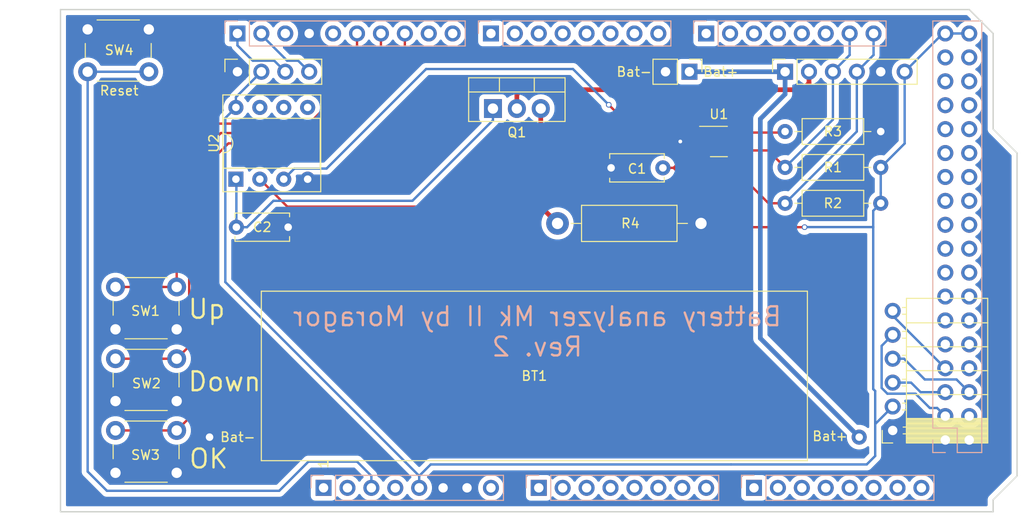
<source format=kicad_pcb>
(kicad_pcb (version 20171130) (host pcbnew "(5.1.9)-1")

  (general
    (thickness 1.6)
    (drawings 27)
    (tracks 138)
    (zones 0)
    (modules 25)
    (nets 87)
  )

  (page A4)
  (title_block
    (title "Battery analyzer MkII")
    (date 17.04.2020)
    (rev 2)
  )

  (layers
    (0 F.Cu signal)
    (31 B.Cu signal)
    (36 B.SilkS user)
    (37 F.SilkS user)
    (38 B.Mask user)
    (39 F.Mask user)
    (40 Dwgs.User user)
    (41 Cmts.User user)
    (42 Eco1.User user)
    (43 Eco2.User user)
    (44 Edge.Cuts user)
    (45 Margin user)
    (46 B.CrtYd user)
    (47 F.CrtYd user)
    (48 B.Fab user hide)
    (49 F.Fab user hide)
  )

  (setup
    (last_trace_width 0.25)
    (user_trace_width 0.5)
    (trace_clearance 0.2)
    (zone_clearance 0.508)
    (zone_45_only no)
    (trace_min 0.2)
    (via_size 0.6)
    (via_drill 0.4)
    (via_min_size 0.4)
    (via_min_drill 0.3)
    (uvia_size 0.3)
    (uvia_drill 0.1)
    (uvias_allowed no)
    (uvia_min_size 0.2)
    (uvia_min_drill 0.1)
    (edge_width 0.15)
    (segment_width 0.15)
    (pcb_text_width 0.3)
    (pcb_text_size 1.5 1.5)
    (mod_edge_width 0.15)
    (mod_text_size 1 1)
    (mod_text_width 0.15)
    (pad_size 2 2)
    (pad_drill 1.1)
    (pad_to_mask_clearance 0)
    (aux_axis_origin 103.378 121.666)
    (grid_origin 143.51 91.44)
    (visible_elements 7FFFFFFF)
    (pcbplotparams
      (layerselection 0x010f0_ffffffff)
      (usegerberextensions false)
      (usegerberattributes false)
      (usegerberadvancedattributes false)
      (creategerberjobfile false)
      (excludeedgelayer true)
      (linewidth 0.100000)
      (plotframeref false)
      (viasonmask false)
      (mode 1)
      (useauxorigin false)
      (hpglpennumber 1)
      (hpglpenspeed 20)
      (hpglpendiameter 15.000000)
      (psnegative false)
      (psa4output false)
      (plotreference true)
      (plotvalue false)
      (plotinvisibletext false)
      (padsonsilk false)
      (subtractmaskfromsilk false)
      (outputformat 1)
      (mirror false)
      (drillshape 0)
      (scaleselection 1)
      (outputdirectory "gerbers/"))
  )

  (net 0 "")
  (net 1 "/52(SCK)")
  (net 2 "/53(SS)")
  (net 3 "/50(MISO)")
  (net 4 "/51(MOSI)")
  (net 5 /48)
  (net 6 /49)
  (net 7 /46)
  (net 8 /47)
  (net 9 /44)
  (net 10 /45)
  (net 11 /42)
  (net 12 /43)
  (net 13 /40)
  (net 14 /41)
  (net 15 /38)
  (net 16 /39)
  (net 17 /36)
  (net 18 /37)
  (net 19 /34)
  (net 20 /35)
  (net 21 /32)
  (net 22 /33)
  (net 23 /30)
  (net 24 /31)
  (net 25 /28)
  (net 26 /29)
  (net 27 /26)
  (net 28 /27)
  (net 29 /24)
  (net 30 /25)
  (net 31 /22)
  (net 32 /23)
  (net 33 +5V)
  (net 34 /IOREF)
  (net 35 /Reset)
  (net 36 /Vin)
  (net 37 /A0)
  (net 38 /A1)
  (net 39 /A2)
  (net 40 /A3)
  (net 41 /A4)
  (net 42 /A5)
  (net 43 /A6)
  (net 44 /A7)
  (net 45 /A8)
  (net 46 /A9)
  (net 47 /A10)
  (net 48 /A11)
  (net 49 /A12)
  (net 50 /A13)
  (net 51 /A14)
  (net 52 /A15)
  (net 53 /SCL)
  (net 54 /SDA)
  (net 55 /AREF)
  (net 56 "/13(**)")
  (net 57 "/12(**)")
  (net 58 "/11(**)")
  (net 59 "/10(**)")
  (net 60 "/9(**)")
  (net 61 "/8(**)")
  (net 62 "/7(**)")
  (net 63 "/6(**)")
  (net 64 "/5(**)")
  (net 65 "/4(**)")
  (net 66 "/3(**)")
  (net 67 "/2(**)")
  (net 68 "/20(SDA)")
  (net 69 "/21(SCL)")
  (net 70 +3V3)
  (net 71 "/1(Tx0)")
  (net 72 "/0(Rx0)")
  (net 73 "/14(Tx3)")
  (net 74 "/15(Rx3)")
  (net 75 "/16(Tx2)")
  (net 76 "/17(Rx2)")
  (net 77 "/18(Tx1)")
  (net 78 "/19(Rx1)")
  (net 79 "Net-(Q1-Pad3)")
  (net 80 GND)
  (net 81 "Net-(BT1-Pad1)")
  (net 82 "Net-(C2-Pad2)")
  (net 83 "Net-(J4-Pad2)")
  (net 84 "Net-(P1-Pad1)")
  (net 85 "Net-(R3-Pad2)")
  (net 86 "Net-(U1-Pad1)")

  (net_class Default "This is the default net class."
    (clearance 0.2)
    (trace_width 0.25)
    (via_dia 0.6)
    (via_drill 0.4)
    (uvia_dia 0.3)
    (uvia_drill 0.1)
    (add_net +3V3)
    (add_net +5V)
    (add_net "/0(Rx0)")
    (add_net "/1(Tx0)")
    (add_net "/10(**)")
    (add_net "/11(**)")
    (add_net "/12(**)")
    (add_net "/13(**)")
    (add_net "/14(Tx3)")
    (add_net "/15(Rx3)")
    (add_net "/16(Tx2)")
    (add_net "/17(Rx2)")
    (add_net "/18(Tx1)")
    (add_net "/19(Rx1)")
    (add_net "/2(**)")
    (add_net "/20(SDA)")
    (add_net "/21(SCL)")
    (add_net /22)
    (add_net /23)
    (add_net /24)
    (add_net /25)
    (add_net /26)
    (add_net /27)
    (add_net /28)
    (add_net /29)
    (add_net "/3(**)")
    (add_net /30)
    (add_net /31)
    (add_net /32)
    (add_net /33)
    (add_net /34)
    (add_net /35)
    (add_net /36)
    (add_net /37)
    (add_net /38)
    (add_net /39)
    (add_net "/4(**)")
    (add_net /40)
    (add_net /41)
    (add_net /42)
    (add_net /43)
    (add_net /44)
    (add_net /45)
    (add_net /46)
    (add_net /47)
    (add_net /48)
    (add_net /49)
    (add_net "/5(**)")
    (add_net "/50(MISO)")
    (add_net "/51(MOSI)")
    (add_net "/52(SCK)")
    (add_net "/53(SS)")
    (add_net "/6(**)")
    (add_net "/7(**)")
    (add_net "/8(**)")
    (add_net "/9(**)")
    (add_net /A0)
    (add_net /A1)
    (add_net /A10)
    (add_net /A11)
    (add_net /A12)
    (add_net /A13)
    (add_net /A14)
    (add_net /A15)
    (add_net /A2)
    (add_net /A3)
    (add_net /A4)
    (add_net /A5)
    (add_net /A6)
    (add_net /A7)
    (add_net /A8)
    (add_net /A9)
    (add_net /AREF)
    (add_net /IOREF)
    (add_net /Reset)
    (add_net /SCL)
    (add_net /SDA)
    (add_net /Vin)
    (add_net GND)
    (add_net "Net-(BT1-Pad1)")
    (add_net "Net-(C2-Pad2)")
    (add_net "Net-(J4-Pad2)")
    (add_net "Net-(P1-Pad1)")
    (add_net "Net-(Q1-Pad3)")
    (add_net "Net-(R3-Pad2)")
    (add_net "Net-(U1-Pad1)")
  )

  (module Connector_PinHeader_2.54mm:PinHeader_2x18_P2.54mm_Vertical (layer B.Cu) (tedit 59FED5CC) (tstamp 6071C915)
    (at 197.358 114.046)
    (descr "Through hole straight pin header, 2x18, 2.54mm pitch, double rows")
    (tags "Through hole pin header THT 2x18 2.54mm double row")
    (path /56D743B5)
    (fp_text reference P4 (at 1.27 2.33) (layer B.SilkS) hide
      (effects (font (size 1 1) (thickness 0.15)) (justify mirror))
    )
    (fp_text value Digital (at 1.27 -45.51) (layer B.Fab)
      (effects (font (size 1 1) (thickness 0.15)) (justify mirror))
    )
    (fp_line (start 4.35 1.8) (end -1.8 1.8) (layer B.CrtYd) (width 0.05))
    (fp_line (start 4.35 -44.95) (end 4.35 1.8) (layer B.CrtYd) (width 0.05))
    (fp_line (start -1.8 -44.95) (end 4.35 -44.95) (layer B.CrtYd) (width 0.05))
    (fp_line (start -1.8 1.8) (end -1.8 -44.95) (layer B.CrtYd) (width 0.05))
    (fp_line (start -1.33 1.33) (end 0 1.33) (layer B.SilkS) (width 0.12))
    (fp_line (start -1.33 0) (end -1.33 1.33) (layer B.SilkS) (width 0.12))
    (fp_line (start 1.27 1.33) (end 3.87 1.33) (layer B.SilkS) (width 0.12))
    (fp_line (start 1.27 -1.27) (end 1.27 1.33) (layer B.SilkS) (width 0.12))
    (fp_line (start -1.33 -1.27) (end 1.27 -1.27) (layer B.SilkS) (width 0.12))
    (fp_line (start 3.87 1.33) (end 3.87 -44.51) (layer B.SilkS) (width 0.12))
    (fp_line (start -1.33 -1.27) (end -1.33 -44.51) (layer B.SilkS) (width 0.12))
    (fp_line (start -1.33 -44.51) (end 3.87 -44.51) (layer B.SilkS) (width 0.12))
    (fp_line (start -1.27 0) (end 0 1.27) (layer B.Fab) (width 0.1))
    (fp_line (start -1.27 -44.45) (end -1.27 0) (layer B.Fab) (width 0.1))
    (fp_line (start 3.81 -44.45) (end -1.27 -44.45) (layer B.Fab) (width 0.1))
    (fp_line (start 3.81 1.27) (end 3.81 -44.45) (layer B.Fab) (width 0.1))
    (fp_line (start 0 1.27) (end 3.81 1.27) (layer B.Fab) (width 0.1))
    (fp_text user %R (at 1.27 -21.59 -90) (layer B.Fab)
      (effects (font (size 1 1) (thickness 0.15)) (justify mirror))
    )
    (pad 1 thru_hole rect (at 0 0) (size 1.7 1.7) (drill 1) (layers *.Cu *.Mask)
      (net 80 GND))
    (pad 2 thru_hole oval (at 2.54 0) (size 1.7 1.7) (drill 1) (layers *.Cu *.Mask)
      (net 80 GND))
    (pad 3 thru_hole oval (at 0 -2.54) (size 1.7 1.7) (drill 1) (layers *.Cu *.Mask)
      (net 1 "/52(SCK)"))
    (pad 4 thru_hole oval (at 2.54 -2.54) (size 1.7 1.7) (drill 1) (layers *.Cu *.Mask)
      (net 2 "/53(SS)"))
    (pad 5 thru_hole oval (at 0 -5.08) (size 1.7 1.7) (drill 1) (layers *.Cu *.Mask)
      (net 3 "/50(MISO)"))
    (pad 6 thru_hole oval (at 2.54 -5.08) (size 1.7 1.7) (drill 1) (layers *.Cu *.Mask)
      (net 4 "/51(MOSI)"))
    (pad 7 thru_hole oval (at 0 -7.62) (size 1.7 1.7) (drill 1) (layers *.Cu *.Mask)
      (net 5 /48))
    (pad 8 thru_hole oval (at 2.54 -7.62) (size 1.7 1.7) (drill 1) (layers *.Cu *.Mask)
      (net 6 /49))
    (pad 9 thru_hole oval (at 0 -10.16) (size 1.7 1.7) (drill 1) (layers *.Cu *.Mask)
      (net 7 /46))
    (pad 10 thru_hole oval (at 2.54 -10.16) (size 1.7 1.7) (drill 1) (layers *.Cu *.Mask)
      (net 8 /47))
    (pad 11 thru_hole oval (at 0 -12.7) (size 1.7 1.7) (drill 1) (layers *.Cu *.Mask)
      (net 9 /44))
    (pad 12 thru_hole oval (at 2.54 -12.7) (size 1.7 1.7) (drill 1) (layers *.Cu *.Mask)
      (net 10 /45))
    (pad 13 thru_hole oval (at 0 -15.24) (size 1.7 1.7) (drill 1) (layers *.Cu *.Mask)
      (net 11 /42))
    (pad 14 thru_hole oval (at 2.54 -15.24) (size 1.7 1.7) (drill 1) (layers *.Cu *.Mask)
      (net 12 /43))
    (pad 15 thru_hole oval (at 0 -17.78) (size 1.7 1.7) (drill 1) (layers *.Cu *.Mask)
      (net 13 /40))
    (pad 16 thru_hole oval (at 2.54 -17.78) (size 1.7 1.7) (drill 1) (layers *.Cu *.Mask)
      (net 14 /41))
    (pad 17 thru_hole oval (at 0 -20.32) (size 1.7 1.7) (drill 1) (layers *.Cu *.Mask)
      (net 15 /38))
    (pad 18 thru_hole oval (at 2.54 -20.32) (size 1.7 1.7) (drill 1) (layers *.Cu *.Mask)
      (net 16 /39))
    (pad 19 thru_hole oval (at 0 -22.86) (size 1.7 1.7) (drill 1) (layers *.Cu *.Mask)
      (net 17 /36))
    (pad 20 thru_hole oval (at 2.54 -22.86) (size 1.7 1.7) (drill 1) (layers *.Cu *.Mask)
      (net 18 /37))
    (pad 21 thru_hole oval (at 0 -25.4) (size 1.7 1.7) (drill 1) (layers *.Cu *.Mask)
      (net 19 /34))
    (pad 22 thru_hole oval (at 2.54 -25.4) (size 1.7 1.7) (drill 1) (layers *.Cu *.Mask)
      (net 20 /35))
    (pad 23 thru_hole oval (at 0 -27.94) (size 1.7 1.7) (drill 1) (layers *.Cu *.Mask)
      (net 21 /32))
    (pad 24 thru_hole oval (at 2.54 -27.94) (size 1.7 1.7) (drill 1) (layers *.Cu *.Mask)
      (net 22 /33))
    (pad 25 thru_hole oval (at 0 -30.48) (size 1.7 1.7) (drill 1) (layers *.Cu *.Mask)
      (net 23 /30))
    (pad 26 thru_hole oval (at 2.54 -30.48) (size 1.7 1.7) (drill 1) (layers *.Cu *.Mask)
      (net 24 /31))
    (pad 27 thru_hole oval (at 0 -33.02) (size 1.7 1.7) (drill 1) (layers *.Cu *.Mask)
      (net 25 /28))
    (pad 28 thru_hole oval (at 2.54 -33.02) (size 1.7 1.7) (drill 1) (layers *.Cu *.Mask)
      (net 26 /29))
    (pad 29 thru_hole oval (at 0 -35.56) (size 1.7 1.7) (drill 1) (layers *.Cu *.Mask)
      (net 27 /26))
    (pad 30 thru_hole oval (at 2.54 -35.56) (size 1.7 1.7) (drill 1) (layers *.Cu *.Mask)
      (net 28 /27))
    (pad 31 thru_hole oval (at 0 -38.1) (size 1.7 1.7) (drill 1) (layers *.Cu *.Mask)
      (net 29 /24))
    (pad 32 thru_hole oval (at 2.54 -38.1) (size 1.7 1.7) (drill 1) (layers *.Cu *.Mask)
      (net 30 /25))
    (pad 33 thru_hole oval (at 0 -40.64) (size 1.7 1.7) (drill 1) (layers *.Cu *.Mask)
      (net 31 /22))
    (pad 34 thru_hole oval (at 2.54 -40.64) (size 1.7 1.7) (drill 1) (layers *.Cu *.Mask)
      (net 32 /23))
    (pad 35 thru_hole oval (at 0 -43.18) (size 1.7 1.7) (drill 1) (layers *.Cu *.Mask)
      (net 33 +5V))
    (pad 36 thru_hole oval (at 2.54 -43.18) (size 1.7 1.7) (drill 1) (layers *.Cu *.Mask)
      (net 33 +5V))
    (model ${KISYS3DMOD}/Connector_PinHeader_2.54mm.3dshapes/PinHeader_2x18_P2.54mm_Vertical.wrl
      (at (xyz 0 0 0))
      (scale (xyz 1 1 1))
      (rotate (xyz 0 0 0))
    )
  )

  (module Package_DIP:DIP-8_W7.62mm_Socket (layer F.Cu) (tedit 5A02E8C5) (tstamp 5E9A6513)
    (at 122.01 86.34 90)
    (descr "8-lead though-hole mounted DIP package, row spacing 7.62 mm (300 mils), Socket")
    (tags "THT DIP DIL PDIP 2.54mm 7.62mm 300mil Socket")
    (path /5E97CDC5)
    (fp_text reference U2 (at 3.81 -2.33 90) (layer F.SilkS)
      (effects (font (size 1 1) (thickness 0.15)))
    )
    (fp_text value TLV2372 (at 3.81 9.95 90) (layer F.Fab)
      (effects (font (size 1 1) (thickness 0.15)))
    )
    (fp_line (start 1.635 -1.27) (end 6.985 -1.27) (layer F.Fab) (width 0.1))
    (fp_line (start 6.985 -1.27) (end 6.985 8.89) (layer F.Fab) (width 0.1))
    (fp_line (start 6.985 8.89) (end 0.635 8.89) (layer F.Fab) (width 0.1))
    (fp_line (start 0.635 8.89) (end 0.635 -0.27) (layer F.Fab) (width 0.1))
    (fp_line (start 0.635 -0.27) (end 1.635 -1.27) (layer F.Fab) (width 0.1))
    (fp_line (start -1.27 -1.33) (end -1.27 8.95) (layer F.Fab) (width 0.1))
    (fp_line (start -1.27 8.95) (end 8.89 8.95) (layer F.Fab) (width 0.1))
    (fp_line (start 8.89 8.95) (end 8.89 -1.33) (layer F.Fab) (width 0.1))
    (fp_line (start 8.89 -1.33) (end -1.27 -1.33) (layer F.Fab) (width 0.1))
    (fp_line (start 2.81 -1.33) (end 1.16 -1.33) (layer F.SilkS) (width 0.12))
    (fp_line (start 1.16 -1.33) (end 1.16 8.95) (layer F.SilkS) (width 0.12))
    (fp_line (start 1.16 8.95) (end 6.46 8.95) (layer F.SilkS) (width 0.12))
    (fp_line (start 6.46 8.95) (end 6.46 -1.33) (layer F.SilkS) (width 0.12))
    (fp_line (start 6.46 -1.33) (end 4.81 -1.33) (layer F.SilkS) (width 0.12))
    (fp_line (start -1.33 -1.39) (end -1.33 9.01) (layer F.SilkS) (width 0.12))
    (fp_line (start -1.33 9.01) (end 8.95 9.01) (layer F.SilkS) (width 0.12))
    (fp_line (start 8.95 9.01) (end 8.95 -1.39) (layer F.SilkS) (width 0.12))
    (fp_line (start 8.95 -1.39) (end -1.33 -1.39) (layer F.SilkS) (width 0.12))
    (fp_line (start -1.55 -1.6) (end -1.55 9.2) (layer F.CrtYd) (width 0.05))
    (fp_line (start -1.55 9.2) (end 9.15 9.2) (layer F.CrtYd) (width 0.05))
    (fp_line (start 9.15 9.2) (end 9.15 -1.6) (layer F.CrtYd) (width 0.05))
    (fp_line (start 9.15 -1.6) (end -1.55 -1.6) (layer F.CrtYd) (width 0.05))
    (fp_text user %R (at 3.81 3.81 90) (layer F.Fab)
      (effects (font (size 1 1) (thickness 0.15)))
    )
    (fp_arc (start 3.81 -1.33) (end 2.81 -1.33) (angle -180) (layer F.SilkS) (width 0.12))
    (pad 8 thru_hole oval (at 7.62 0 90) (size 1.6 1.6) (drill 0.8) (layers *.Cu *.Mask)
      (net 33 +5V))
    (pad 4 thru_hole oval (at 0 7.62 90) (size 1.6 1.6) (drill 0.8) (layers *.Cu *.Mask)
      (net 80 GND))
    (pad 7 thru_hole oval (at 7.62 2.54 90) (size 1.6 1.6) (drill 0.8) (layers *.Cu *.Mask))
    (pad 3 thru_hole oval (at 0 5.08 90) (size 1.6 1.6) (drill 0.8) (layers *.Cu *.Mask)
      (net 86 "Net-(U1-Pad1)"))
    (pad 6 thru_hole oval (at 7.62 5.08 90) (size 1.6 1.6) (drill 0.8) (layers *.Cu *.Mask))
    (pad 2 thru_hole oval (at 0 2.54 90) (size 1.6 1.6) (drill 0.8) (layers *.Cu *.Mask)
      (net 79 "Net-(Q1-Pad3)"))
    (pad 5 thru_hole oval (at 7.62 7.62 90) (size 1.6 1.6) (drill 0.8) (layers *.Cu *.Mask))
    (pad 1 thru_hole rect (at 0 0 90) (size 1.6 1.6) (drill 0.8) (layers *.Cu *.Mask)
      (net 82 "Net-(C2-Pad2)"))
    (model ${KISYS3DMOD}/Package_DIP.3dshapes/DIP-8_W7.62mm_Socket.wrl
      (at (xyz 0 0 0))
      (scale (xyz 1 1 1))
      (rotate (xyz 0 0 0))
    )
  )

  (module Package_TO_SOT_SMD:SOT-23-6_Handsoldering (layer F.Cu) (tedit 5A02FF57) (tstamp 5E9A64EF)
    (at 173.31 82.34)
    (descr "6-pin SOT-23 package, Handsoldering")
    (tags "SOT-23-6 Handsoldering")
    (path /5E9AC7B9)
    (attr smd)
    (fp_text reference U1 (at 0 -2.9) (layer F.SilkS)
      (effects (font (size 1 1) (thickness 0.15)))
    )
    (fp_text value MCP4725A0T-E_CH (at 0 2.9) (layer F.Fab)
      (effects (font (size 1 1) (thickness 0.15)))
    )
    (fp_line (start -0.9 1.61) (end 0.9 1.61) (layer F.SilkS) (width 0.12))
    (fp_line (start 0.9 -1.61) (end -2.05 -1.61) (layer F.SilkS) (width 0.12))
    (fp_line (start -2.4 1.8) (end -2.4 -1.8) (layer F.CrtYd) (width 0.05))
    (fp_line (start 2.4 1.8) (end -2.4 1.8) (layer F.CrtYd) (width 0.05))
    (fp_line (start 2.4 -1.8) (end 2.4 1.8) (layer F.CrtYd) (width 0.05))
    (fp_line (start -2.4 -1.8) (end 2.4 -1.8) (layer F.CrtYd) (width 0.05))
    (fp_line (start -0.9 -0.9) (end -0.25 -1.55) (layer F.Fab) (width 0.1))
    (fp_line (start 0.9 -1.55) (end -0.25 -1.55) (layer F.Fab) (width 0.1))
    (fp_line (start -0.9 -0.9) (end -0.9 1.55) (layer F.Fab) (width 0.1))
    (fp_line (start 0.9 1.55) (end -0.9 1.55) (layer F.Fab) (width 0.1))
    (fp_line (start 0.9 -1.55) (end 0.9 1.55) (layer F.Fab) (width 0.1))
    (fp_text user %R (at 0 0 90) (layer F.Fab)
      (effects (font (size 0.5 0.5) (thickness 0.075)))
    )
    (pad 5 smd rect (at 1.35 0) (size 1.56 0.65) (layers F.Cu F.Paste F.Mask)
      (net 69 "/21(SCL)"))
    (pad 6 smd rect (at 1.35 -0.95) (size 1.56 0.65) (layers F.Cu F.Paste F.Mask)
      (net 85 "Net-(R3-Pad2)"))
    (pad 4 smd rect (at 1.35 0.95) (size 1.56 0.65) (layers F.Cu F.Paste F.Mask)
      (net 68 "/20(SDA)"))
    (pad 3 smd rect (at -1.35 0.95) (size 1.56 0.65) (layers F.Cu F.Paste F.Mask)
      (net 33 +5V))
    (pad 2 smd rect (at -1.35 0) (size 1.56 0.65) (layers F.Cu F.Paste F.Mask)
      (net 80 GND))
    (pad 1 smd rect (at -1.35 -0.95) (size 1.56 0.65) (layers F.Cu F.Paste F.Mask)
      (net 86 "Net-(U1-Pad1)"))
    (model ${KISYS3DMOD}/Package_TO_SOT_SMD.3dshapes/SOT-23-6.wrl
      (at (xyz 0 0 0))
      (scale (xyz 1 1 1))
      (rotate (xyz 0 0 0))
    )
  )

  (module Button_Switch_THT:SW_PUSH_6mm_H5mm (layer F.Cu) (tedit 5A02FE31) (tstamp 5E937B2E)
    (at 109.22 113.03)
    (descr "tactile push button, 6x6mm e.g. PHAP33xx series, height=5mm")
    (tags "tact sw push 6mm")
    (path /5E9F48FA)
    (fp_text reference SW3 (at 3.19 2.61) (layer F.SilkS)
      (effects (font (size 1 1) (thickness 0.15)))
    )
    (fp_text value OkButton (at 3.75 6.7) (layer F.Fab)
      (effects (font (size 1 1) (thickness 0.15)))
    )
    (fp_line (start 3.25 -0.75) (end 6.25 -0.75) (layer F.Fab) (width 0.1))
    (fp_line (start 6.25 -0.75) (end 6.25 5.25) (layer F.Fab) (width 0.1))
    (fp_line (start 6.25 5.25) (end 0.25 5.25) (layer F.Fab) (width 0.1))
    (fp_line (start 0.25 5.25) (end 0.25 -0.75) (layer F.Fab) (width 0.1))
    (fp_line (start 0.25 -0.75) (end 3.25 -0.75) (layer F.Fab) (width 0.1))
    (fp_line (start 7.75 6) (end 8 6) (layer F.CrtYd) (width 0.05))
    (fp_line (start 8 6) (end 8 5.75) (layer F.CrtYd) (width 0.05))
    (fp_line (start 7.75 -1.5) (end 8 -1.5) (layer F.CrtYd) (width 0.05))
    (fp_line (start 8 -1.5) (end 8 -1.25) (layer F.CrtYd) (width 0.05))
    (fp_line (start -1.5 -1.25) (end -1.5 -1.5) (layer F.CrtYd) (width 0.05))
    (fp_line (start -1.5 -1.5) (end -1.25 -1.5) (layer F.CrtYd) (width 0.05))
    (fp_line (start -1.5 5.75) (end -1.5 6) (layer F.CrtYd) (width 0.05))
    (fp_line (start -1.5 6) (end -1.25 6) (layer F.CrtYd) (width 0.05))
    (fp_line (start -1.25 -1.5) (end 7.75 -1.5) (layer F.CrtYd) (width 0.05))
    (fp_line (start -1.5 5.75) (end -1.5 -1.25) (layer F.CrtYd) (width 0.05))
    (fp_line (start 7.75 6) (end -1.25 6) (layer F.CrtYd) (width 0.05))
    (fp_line (start 8 -1.25) (end 8 5.75) (layer F.CrtYd) (width 0.05))
    (fp_line (start 1 5.5) (end 5.5 5.5) (layer F.SilkS) (width 0.12))
    (fp_line (start -0.25 1.5) (end -0.25 3) (layer F.SilkS) (width 0.12))
    (fp_line (start 5.5 -1) (end 1 -1) (layer F.SilkS) (width 0.12))
    (fp_line (start 6.75 3) (end 6.75 1.5) (layer F.SilkS) (width 0.12))
    (fp_circle (center 3.25 2.25) (end 1.25 2.5) (layer F.Fab) (width 0.1))
    (fp_text user %R (at 3.25 2.25) (layer F.Fab)
      (effects (font (size 1 1) (thickness 0.15)))
    )
    (pad 1 thru_hole circle (at 6.5 0 90) (size 2 2) (drill 1.1) (layers *.Cu *.Mask)
      (net 59 "/10(**)"))
    (pad 2 thru_hole circle (at 6.5 4.5 90) (size 2 2) (drill 1.1) (layers *.Cu *.Mask)
      (net 80 GND))
    (pad 1 thru_hole circle (at 0 0 90) (size 2 2) (drill 1.1) (layers *.Cu *.Mask)
      (net 59 "/10(**)"))
    (pad 2 thru_hole circle (at 0 4.5 90) (size 2 2) (drill 1.1) (layers *.Cu *.Mask)
      (net 80 GND))
    (model ${KISYS3DMOD}/Button_Switch_THT.3dshapes/SW_PUSH_6mm_H5mm.wrl
      (at (xyz 0 0 0))
      (scale (xyz 1 1 1))
      (rotate (xyz 0 0 0))
    )
  )

  (module MyComponents:AA_Battery_holder_L57mm_W17mm (layer F.Cu) (tedit 5E933057) (tstamp 5E9452AD)
    (at 153.71 107.24)
    (path /5EB7A6B8)
    (fp_text reference BT1 (at 0 0) (layer F.SilkS)
      (effects (font (size 1 1) (thickness 0.15)))
    )
    (fp_text value AA_Bat_holder (at 0 -11.1) (layer F.Fab)
      (effects (font (size 1 1) (thickness 0.15)))
    )
    (fp_line (start -28.5 -8.5) (end 28.5 -8.5) (layer F.Fab) (width 0.12))
    (fp_line (start -28.5 8.5) (end 28.5 8.5) (layer F.Fab) (width 0.12))
    (fp_line (start -28.5 -8.5) (end -28.5 8.5) (layer F.Fab) (width 0.12))
    (fp_line (start 28.5 -8.5) (end 28.5 8.5) (layer F.Fab) (width 0.12))
    (fp_line (start -29 -9) (end 29 -9) (layer F.SilkS) (width 0.12))
    (fp_line (start 29 -9) (end 29 9) (layer F.SilkS) (width 0.12))
    (fp_line (start 29 9) (end -29 9) (layer F.SilkS) (width 0.12))
    (fp_line (start -29 9) (end -29 -9) (layer F.SilkS) (width 0.12))
    (fp_line (start -36 -10) (end 36 -10) (layer F.CrtYd) (width 0.12))
    (fp_line (start 36 -10) (end 36 10) (layer F.CrtYd) (width 0.12))
    (fp_line (start 36 10) (end -36 10) (layer F.CrtYd) (width 0.12))
    (fp_line (start -36 10) (end -36 -10) (layer F.CrtYd) (width 0.12))
    (pad 2 thru_hole circle (at -34.5 6.5) (size 1.6 1.6) (drill 0.8) (layers *.Cu *.Mask)
      (net 80 GND))
    (pad 1 thru_hole circle (at 34.5 6.5) (size 1.6 1.6) (drill 0.8) (layers *.Cu *.Mask)
      (net 81 "Net-(BT1-Pad1)"))
  )

  (module Connector_PinHeader_2.54mm:PinHeader_1x02_P2.54mm_Vertical (layer F.Cu) (tedit 59FED5CC) (tstamp 5E94906D)
    (at 170.18 74.93 270)
    (descr "Through hole straight pin header, 1x02, 2.54mm pitch, single row")
    (tags "Through hole pin header THT 1x02 2.54mm single row")
    (path /5E9EA68E)
    (fp_text reference J1 (at 2.41 1.27 180) (layer F.SilkS) hide
      (effects (font (size 1 1) (thickness 0.15)))
    )
    (fp_text value Ext_bat_in (at 0 4.87 90) (layer F.Fab)
      (effects (font (size 1 1) (thickness 0.15)))
    )
    (fp_line (start -0.635 -1.27) (end 1.27 -1.27) (layer F.Fab) (width 0.1))
    (fp_line (start 1.27 -1.27) (end 1.27 3.81) (layer F.Fab) (width 0.1))
    (fp_line (start 1.27 3.81) (end -1.27 3.81) (layer F.Fab) (width 0.1))
    (fp_line (start -1.27 3.81) (end -1.27 -0.635) (layer F.Fab) (width 0.1))
    (fp_line (start -1.27 -0.635) (end -0.635 -1.27) (layer F.Fab) (width 0.1))
    (fp_line (start -1.33 3.87) (end 1.33 3.87) (layer F.SilkS) (width 0.12))
    (fp_line (start -1.33 1.27) (end -1.33 3.87) (layer F.SilkS) (width 0.12))
    (fp_line (start 1.33 1.27) (end 1.33 3.87) (layer F.SilkS) (width 0.12))
    (fp_line (start -1.33 1.27) (end 1.33 1.27) (layer F.SilkS) (width 0.12))
    (fp_line (start -1.33 0) (end -1.33 -1.33) (layer F.SilkS) (width 0.12))
    (fp_line (start -1.33 -1.33) (end 0 -1.33) (layer F.SilkS) (width 0.12))
    (fp_line (start -1.8 -1.8) (end -1.8 4.35) (layer F.CrtYd) (width 0.05))
    (fp_line (start -1.8 4.35) (end 1.8 4.35) (layer F.CrtYd) (width 0.05))
    (fp_line (start 1.8 4.35) (end 1.8 -1.8) (layer F.CrtYd) (width 0.05))
    (fp_line (start 1.8 -1.8) (end -1.8 -1.8) (layer F.CrtYd) (width 0.05))
    (fp_text user %R (at 0 1.27) (layer F.Fab)
      (effects (font (size 1 1) (thickness 0.15)))
    )
    (pad 2 thru_hole oval (at 0 2.54 270) (size 1.7 1.7) (drill 1) (layers *.Cu *.Mask)
      (net 80 GND))
    (pad 1 thru_hole rect (at 0 0 270) (size 1.7 1.7) (drill 1) (layers *.Cu *.Mask)
      (net 81 "Net-(BT1-Pad1)"))
    (model ${KISYS3DMOD}/Connector_PinHeader_2.54mm.3dshapes/PinHeader_1x02_P2.54mm_Vertical.wrl
      (at (xyz 0 0 0))
      (scale (xyz 1 1 1))
      (rotate (xyz 0 0 0))
    )
  )

  (module Button_Switch_THT:SW_PUSH_6mm_H5mm (layer F.Cu) (tedit 5A02FE31) (tstamp 5E937B6C)
    (at 109.22 105.41)
    (descr "tactile push button, 6x6mm e.g. PHAP33xx series, height=5mm")
    (tags "tact sw push 6mm")
    (path /5EAC64CE)
    (fp_text reference SW2 (at 3.29 2.63) (layer F.SilkS)
      (effects (font (size 1 1) (thickness 0.15)))
    )
    (fp_text value DnButton (at 11.43 3.81) (layer F.Fab)
      (effects (font (size 1 1) (thickness 0.15)))
    )
    (fp_line (start 3.25 -0.75) (end 6.25 -0.75) (layer F.Fab) (width 0.1))
    (fp_line (start 6.25 -0.75) (end 6.25 5.25) (layer F.Fab) (width 0.1))
    (fp_line (start 6.25 5.25) (end 0.25 5.25) (layer F.Fab) (width 0.1))
    (fp_line (start 0.25 5.25) (end 0.25 -0.75) (layer F.Fab) (width 0.1))
    (fp_line (start 0.25 -0.75) (end 3.25 -0.75) (layer F.Fab) (width 0.1))
    (fp_line (start 7.75 6) (end 8 6) (layer F.CrtYd) (width 0.05))
    (fp_line (start 8 6) (end 8 5.75) (layer F.CrtYd) (width 0.05))
    (fp_line (start 7.75 -1.5) (end 8 -1.5) (layer F.CrtYd) (width 0.05))
    (fp_line (start 8 -1.5) (end 8 -1.25) (layer F.CrtYd) (width 0.05))
    (fp_line (start -1.5 -1.25) (end -1.5 -1.5) (layer F.CrtYd) (width 0.05))
    (fp_line (start -1.5 -1.5) (end -1.25 -1.5) (layer F.CrtYd) (width 0.05))
    (fp_line (start -1.5 5.75) (end -1.5 6) (layer F.CrtYd) (width 0.05))
    (fp_line (start -1.5 6) (end -1.25 6) (layer F.CrtYd) (width 0.05))
    (fp_line (start -1.25 -1.5) (end 7.75 -1.5) (layer F.CrtYd) (width 0.05))
    (fp_line (start -1.5 5.75) (end -1.5 -1.25) (layer F.CrtYd) (width 0.05))
    (fp_line (start 7.75 6) (end -1.25 6) (layer F.CrtYd) (width 0.05))
    (fp_line (start 8 -1.25) (end 8 5.75) (layer F.CrtYd) (width 0.05))
    (fp_line (start 1 5.5) (end 5.5 5.5) (layer F.SilkS) (width 0.12))
    (fp_line (start -0.25 1.5) (end -0.25 3) (layer F.SilkS) (width 0.12))
    (fp_line (start 5.5 -1) (end 1 -1) (layer F.SilkS) (width 0.12))
    (fp_line (start 6.75 3) (end 6.75 1.5) (layer F.SilkS) (width 0.12))
    (fp_circle (center 3.25 2.25) (end 1.25 2.5) (layer F.Fab) (width 0.1))
    (fp_text user %R (at 3.25 2.25) (layer F.Fab)
      (effects (font (size 1 1) (thickness 0.15)))
    )
    (pad 1 thru_hole circle (at 6.5 0 90) (size 2 2) (drill 1.1) (layers *.Cu *.Mask)
      (net 58 "/11(**)"))
    (pad 2 thru_hole circle (at 6.5 4.5 90) (size 2 2) (drill 1.1) (layers *.Cu *.Mask)
      (net 80 GND))
    (pad 1 thru_hole circle (at 0 0 90) (size 2 2) (drill 1.1) (layers *.Cu *.Mask)
      (net 58 "/11(**)"))
    (pad 2 thru_hole circle (at 0 4.5 90) (size 2 2) (drill 1.1) (layers *.Cu *.Mask)
      (net 80 GND))
    (model ${KISYS3DMOD}/Button_Switch_THT.3dshapes/SW_PUSH_6mm_H5mm.wrl
      (at (xyz 0 0 0))
      (scale (xyz 1 1 1))
      (rotate (xyz 0 0 0))
    )
  )

  (module Button_Switch_THT:SW_PUSH_6mm_H5mm (layer F.Cu) (tedit 5A02FE31) (tstamp 5E9A779F)
    (at 109.22 97.79)
    (descr "tactile push button, 6x6mm e.g. PHAP33xx series, height=5mm")
    (tags "tact sw push 6mm")
    (path /5E9F529B)
    (fp_text reference SW1 (at 3.19 2.55) (layer F.SilkS)
      (effects (font (size 1 1) (thickness 0.15)))
    )
    (fp_text value UpButton (at 2.54 -2.54) (layer F.Fab)
      (effects (font (size 1 1) (thickness 0.15)))
    )
    (fp_line (start 3.25 -0.75) (end 6.25 -0.75) (layer F.Fab) (width 0.1))
    (fp_line (start 6.25 -0.75) (end 6.25 5.25) (layer F.Fab) (width 0.1))
    (fp_line (start 6.25 5.25) (end 0.25 5.25) (layer F.Fab) (width 0.1))
    (fp_line (start 0.25 5.25) (end 0.25 -0.75) (layer F.Fab) (width 0.1))
    (fp_line (start 0.25 -0.75) (end 3.25 -0.75) (layer F.Fab) (width 0.1))
    (fp_line (start 7.75 6) (end 8 6) (layer F.CrtYd) (width 0.05))
    (fp_line (start 8 6) (end 8 5.75) (layer F.CrtYd) (width 0.05))
    (fp_line (start 7.75 -1.5) (end 8 -1.5) (layer F.CrtYd) (width 0.05))
    (fp_line (start 8 -1.5) (end 8 -1.25) (layer F.CrtYd) (width 0.05))
    (fp_line (start -1.5 -1.25) (end -1.5 -1.5) (layer F.CrtYd) (width 0.05))
    (fp_line (start -1.5 -1.5) (end -1.25 -1.5) (layer F.CrtYd) (width 0.05))
    (fp_line (start -1.5 5.75) (end -1.5 6) (layer F.CrtYd) (width 0.05))
    (fp_line (start -1.5 6) (end -1.25 6) (layer F.CrtYd) (width 0.05))
    (fp_line (start -1.25 -1.5) (end 7.75 -1.5) (layer F.CrtYd) (width 0.05))
    (fp_line (start -1.5 5.75) (end -1.5 -1.25) (layer F.CrtYd) (width 0.05))
    (fp_line (start 7.75 6) (end -1.25 6) (layer F.CrtYd) (width 0.05))
    (fp_line (start 8 -1.25) (end 8 5.75) (layer F.CrtYd) (width 0.05))
    (fp_line (start 1 5.5) (end 5.5 5.5) (layer F.SilkS) (width 0.12))
    (fp_line (start -0.25 1.5) (end -0.25 3) (layer F.SilkS) (width 0.12))
    (fp_line (start 5.5 -1) (end 1 -1) (layer F.SilkS) (width 0.12))
    (fp_line (start 6.75 3) (end 6.75 1.5) (layer F.SilkS) (width 0.12))
    (fp_circle (center 3.25 2.25) (end 1.25 2.5) (layer F.Fab) (width 0.1))
    (fp_text user %R (at 3.25 2.25) (layer F.Fab)
      (effects (font (size 1 1) (thickness 0.15)))
    )
    (pad 1 thru_hole circle (at 6.5 0 90) (size 2 2) (drill 1.1) (layers *.Cu *.Mask)
      (net 57 "/12(**)"))
    (pad 2 thru_hole circle (at 6.5 4.5 90) (size 2 2) (drill 1.1) (layers *.Cu *.Mask)
      (net 80 GND))
    (pad 1 thru_hole circle (at 0 0 90) (size 2 2) (drill 1.1) (layers *.Cu *.Mask)
      (net 57 "/12(**)"))
    (pad 2 thru_hole circle (at 0 4.5 90) (size 2 2) (drill 1.1) (layers *.Cu *.Mask)
      (net 80 GND))
    (model ${KISYS3DMOD}/Button_Switch_THT.3dshapes/SW_PUSH_6mm_H5mm.wrl
      (at (xyz 0 0 0))
      (scale (xyz 1 1 1))
      (rotate (xyz 0 0 0))
    )
  )

  (module Connector_PinSocket_2.54mm:PinSocket_1x06_P2.54mm_Vertical (layer F.Cu) (tedit 5A19A430) (tstamp 5E93789D)
    (at 180.34 74.93 90)
    (descr "Through hole straight socket strip, 1x06, 2.54mm pitch, single row (from Kicad 4.0.7), script generated")
    (tags "Through hole socket strip THT 1x06 2.54mm single row")
    (path /5EB0EDE3)
    (fp_text reference J4 (at -2.41 7.47 180) (layer F.SilkS) hide
      (effects (font (size 1 1) (thickness 0.15)))
    )
    (fp_text value INA219 (at -2.54 7.62 180) (layer F.Fab)
      (effects (font (size 1 1) (thickness 0.15)))
    )
    (fp_line (start -1.8 14.45) (end -1.8 -1.8) (layer F.CrtYd) (width 0.05))
    (fp_line (start 1.75 14.45) (end -1.8 14.45) (layer F.CrtYd) (width 0.05))
    (fp_line (start 1.75 -1.8) (end 1.75 14.45) (layer F.CrtYd) (width 0.05))
    (fp_line (start -1.8 -1.8) (end 1.75 -1.8) (layer F.CrtYd) (width 0.05))
    (fp_line (start 0 -1.33) (end 1.33 -1.33) (layer F.SilkS) (width 0.12))
    (fp_line (start 1.33 -1.33) (end 1.33 0) (layer F.SilkS) (width 0.12))
    (fp_line (start 1.33 1.27) (end 1.33 14.03) (layer F.SilkS) (width 0.12))
    (fp_line (start -1.33 14.03) (end 1.33 14.03) (layer F.SilkS) (width 0.12))
    (fp_line (start -1.33 1.27) (end -1.33 14.03) (layer F.SilkS) (width 0.12))
    (fp_line (start -1.33 1.27) (end 1.33 1.27) (layer F.SilkS) (width 0.12))
    (fp_line (start -1.27 13.97) (end -1.27 -1.27) (layer F.Fab) (width 0.1))
    (fp_line (start 1.27 13.97) (end -1.27 13.97) (layer F.Fab) (width 0.1))
    (fp_line (start 1.27 -0.635) (end 1.27 13.97) (layer F.Fab) (width 0.1))
    (fp_line (start 0.635 -1.27) (end 1.27 -0.635) (layer F.Fab) (width 0.1))
    (fp_line (start -1.27 -1.27) (end 0.635 -1.27) (layer F.Fab) (width 0.1))
    (fp_text user %R (at 0 6.35) (layer F.Fab)
      (effects (font (size 1 1) (thickness 0.15)))
    )
    (pad 1 thru_hole rect (at 0 0 90) (size 1.7 1.7) (drill 1) (layers *.Cu *.Mask)
      (net 81 "Net-(BT1-Pad1)"))
    (pad 2 thru_hole oval (at 0 2.54 90) (size 1.7 1.7) (drill 1) (layers *.Cu *.Mask)
      (net 83 "Net-(J4-Pad2)"))
    (pad 3 thru_hole oval (at 0 5.08 90) (size 1.7 1.7) (drill 1) (layers *.Cu *.Mask)
      (net 68 "/20(SDA)"))
    (pad 4 thru_hole oval (at 0 7.62 90) (size 1.7 1.7) (drill 1) (layers *.Cu *.Mask)
      (net 69 "/21(SCL)"))
    (pad 5 thru_hole oval (at 0 10.16 90) (size 1.7 1.7) (drill 1) (layers *.Cu *.Mask)
      (net 80 GND))
    (pad 6 thru_hole oval (at 0 12.7 90) (size 1.7 1.7) (drill 1) (layers *.Cu *.Mask)
      (net 33 +5V))
    (model ${KISYS3DMOD}/Connector_PinSocket_2.54mm.3dshapes/PinSocket_1x06_P2.54mm_Vertical.wrl
      (at (xyz 0 0 0))
      (scale (xyz 1 1 1))
      (rotate (xyz 0 0 0))
    )
  )

  (module Connector_PinSocket_2.54mm:PinSocket_1x04_P2.54mm_Vertical (layer F.Cu) (tedit 5A19A429) (tstamp 5E9A7908)
    (at 122.174 74.93 90)
    (descr "Through hole straight socket strip, 1x04, 2.54mm pitch, single row (from Kicad 4.0.7), script generated")
    (tags "Through hole socket strip THT 1x04 2.54mm single row")
    (path /5E937CA3)
    (fp_text reference J2 (at 0 -2.77 90) (layer F.SilkS) hide
      (effects (font (size 1 1) (thickness 0.15)))
    )
    (fp_text value OLED (at 0 10.39 90) (layer F.Fab)
      (effects (font (size 1 1) (thickness 0.15)))
    )
    (fp_line (start -1.27 -1.27) (end 0.635 -1.27) (layer F.Fab) (width 0.1))
    (fp_line (start 0.635 -1.27) (end 1.27 -0.635) (layer F.Fab) (width 0.1))
    (fp_line (start 1.27 -0.635) (end 1.27 8.89) (layer F.Fab) (width 0.1))
    (fp_line (start 1.27 8.89) (end -1.27 8.89) (layer F.Fab) (width 0.1))
    (fp_line (start -1.27 8.89) (end -1.27 -1.27) (layer F.Fab) (width 0.1))
    (fp_line (start -1.33 1.27) (end 1.33 1.27) (layer F.SilkS) (width 0.12))
    (fp_line (start -1.33 1.27) (end -1.33 8.95) (layer F.SilkS) (width 0.12))
    (fp_line (start -1.33 8.95) (end 1.33 8.95) (layer F.SilkS) (width 0.12))
    (fp_line (start 1.33 1.27) (end 1.33 8.95) (layer F.SilkS) (width 0.12))
    (fp_line (start 1.33 -1.33) (end 1.33 0) (layer F.SilkS) (width 0.12))
    (fp_line (start 0 -1.33) (end 1.33 -1.33) (layer F.SilkS) (width 0.12))
    (fp_line (start -1.8 -1.8) (end 1.75 -1.8) (layer F.CrtYd) (width 0.05))
    (fp_line (start 1.75 -1.8) (end 1.75 9.4) (layer F.CrtYd) (width 0.05))
    (fp_line (start 1.75 9.4) (end -1.8 9.4) (layer F.CrtYd) (width 0.05))
    (fp_line (start -1.8 9.4) (end -1.8 -1.8) (layer F.CrtYd) (width 0.05))
    (fp_text user %R (at 0 3.81) (layer F.Fab)
      (effects (font (size 1 1) (thickness 0.15)))
    )
    (pad 4 thru_hole oval (at 0 7.62 90) (size 1.7 1.7) (drill 1) (layers *.Cu *.Mask)
      (net 54 /SDA))
    (pad 3 thru_hole oval (at 0 5.08 90) (size 1.7 1.7) (drill 1) (layers *.Cu *.Mask)
      (net 53 /SCL))
    (pad 2 thru_hole oval (at 0 2.54 90) (size 1.7 1.7) (drill 1) (layers *.Cu *.Mask)
      (net 33 +5V))
    (pad 1 thru_hole rect (at 0 0 90) (size 1.7 1.7) (drill 1) (layers *.Cu *.Mask)
      (net 80 GND))
    (model ${KISYS3DMOD}/Connector_PinSocket_2.54mm.3dshapes/PinSocket_1x04_P2.54mm_Vertical.wrl
      (at (xyz 0 0 0))
      (scale (xyz 1 1 1))
      (rotate (xyz 0 0 0))
    )
  )

  (module Button_Switch_THT:SW_PUSH_6mm_H5mm (layer F.Cu) (tedit 5A02FE31) (tstamp 5E937021)
    (at 112.762646 74.93 180)
    (descr "tactile push button, 6x6mm e.g. PHAP33xx series, height=5mm")
    (tags "tact sw push 6mm")
    (path /5E9E3BCF)
    (fp_text reference SW4 (at 3.152646 2.29) (layer F.SilkS)
      (effects (font (size 1 1) (thickness 0.15)))
    )
    (fp_text value ResetButton (at 3.75 6.7) (layer F.Fab)
      (effects (font (size 1 1) (thickness 0.15)))
    )
    (fp_line (start 3.25 -0.75) (end 6.25 -0.75) (layer F.Fab) (width 0.1))
    (fp_line (start 6.25 -0.75) (end 6.25 5.25) (layer F.Fab) (width 0.1))
    (fp_line (start 6.25 5.25) (end 0.25 5.25) (layer F.Fab) (width 0.1))
    (fp_line (start 0.25 5.25) (end 0.25 -0.75) (layer F.Fab) (width 0.1))
    (fp_line (start 0.25 -0.75) (end 3.25 -0.75) (layer F.Fab) (width 0.1))
    (fp_line (start 7.75 6) (end 8 6) (layer F.CrtYd) (width 0.05))
    (fp_line (start 8 6) (end 8 5.75) (layer F.CrtYd) (width 0.05))
    (fp_line (start 7.75 -1.5) (end 8 -1.5) (layer F.CrtYd) (width 0.05))
    (fp_line (start 8 -1.5) (end 8 -1.25) (layer F.CrtYd) (width 0.05))
    (fp_line (start -1.5 -1.25) (end -1.5 -1.5) (layer F.CrtYd) (width 0.05))
    (fp_line (start -1.5 -1.5) (end -1.25 -1.5) (layer F.CrtYd) (width 0.05))
    (fp_line (start -1.5 5.75) (end -1.5 6) (layer F.CrtYd) (width 0.05))
    (fp_line (start -1.5 6) (end -1.25 6) (layer F.CrtYd) (width 0.05))
    (fp_line (start -1.25 -1.5) (end 7.75 -1.5) (layer F.CrtYd) (width 0.05))
    (fp_line (start -1.5 5.75) (end -1.5 -1.25) (layer F.CrtYd) (width 0.05))
    (fp_line (start 7.75 6) (end -1.25 6) (layer F.CrtYd) (width 0.05))
    (fp_line (start 8 -1.25) (end 8 5.75) (layer F.CrtYd) (width 0.05))
    (fp_line (start 1 5.5) (end 5.5 5.5) (layer F.SilkS) (width 0.12))
    (fp_line (start -0.25 1.5) (end -0.25 3) (layer F.SilkS) (width 0.12))
    (fp_line (start 5.5 -1) (end 1 -1) (layer F.SilkS) (width 0.12))
    (fp_line (start 6.75 3) (end 6.75 1.5) (layer F.SilkS) (width 0.12))
    (fp_circle (center 3.25 2.25) (end 1.25 2.5) (layer F.Fab) (width 0.1))
    (fp_text user %R (at 3.25 2.25) (layer F.Fab)
      (effects (font (size 1 1) (thickness 0.15)))
    )
    (pad 1 thru_hole circle (at 6.5 0 270) (size 2 2) (drill 1.1) (layers *.Cu *.Mask)
      (net 35 /Reset))
    (pad 2 thru_hole circle (at 6.5 4.5 270) (size 2 2) (drill 1.1) (layers *.Cu *.Mask)
      (net 80 GND))
    (pad 1 thru_hole circle (at 0 0 270) (size 2 2) (drill 1.1) (layers *.Cu *.Mask)
      (net 35 /Reset))
    (pad 2 thru_hole circle (at 0 4.5 270) (size 2 2) (drill 1.1) (layers *.Cu *.Mask)
      (net 80 GND))
    (model ${KISYS3DMOD}/Button_Switch_THT.3dshapes/SW_PUSH_6mm_H5mm.wrl
      (at (xyz 0 0 0))
      (scale (xyz 1 1 1))
      (rotate (xyz 0 0 0))
    )
  )

  (module Resistor_THT:R_Axial_DIN0207_L6.3mm_D2.5mm_P10.16mm_Horizontal (layer F.Cu) (tedit 5AE5139B) (tstamp 5E9348F2)
    (at 190.5 81.28 180)
    (descr "Resistor, Axial_DIN0207 series, Axial, Horizontal, pin pitch=10.16mm, 0.25W = 1/4W, length*diameter=6.3*2.5mm^2, http://cdn-reichelt.de/documents/datenblatt/B400/1_4W%23YAG.pdf")
    (tags "Resistor Axial_DIN0207 series Axial Horizontal pin pitch 10.16mm 0.25W = 1/4W length 6.3mm diameter 2.5mm")
    (path /5E96EC06)
    (fp_text reference R3 (at 5.08 0) (layer F.SilkS)
      (effects (font (size 1 1) (thickness 0.15)))
    )
    (fp_text value 10k (at 5.08 2.37) (layer F.Fab)
      (effects (font (size 1 1) (thickness 0.15)))
    )
    (fp_line (start 1.93 -1.25) (end 1.93 1.25) (layer F.Fab) (width 0.1))
    (fp_line (start 1.93 1.25) (end 8.23 1.25) (layer F.Fab) (width 0.1))
    (fp_line (start 8.23 1.25) (end 8.23 -1.25) (layer F.Fab) (width 0.1))
    (fp_line (start 8.23 -1.25) (end 1.93 -1.25) (layer F.Fab) (width 0.1))
    (fp_line (start 0 0) (end 1.93 0) (layer F.Fab) (width 0.1))
    (fp_line (start 10.16 0) (end 8.23 0) (layer F.Fab) (width 0.1))
    (fp_line (start 1.81 -1.37) (end 1.81 1.37) (layer F.SilkS) (width 0.12))
    (fp_line (start 1.81 1.37) (end 8.35 1.37) (layer F.SilkS) (width 0.12))
    (fp_line (start 8.35 1.37) (end 8.35 -1.37) (layer F.SilkS) (width 0.12))
    (fp_line (start 8.35 -1.37) (end 1.81 -1.37) (layer F.SilkS) (width 0.12))
    (fp_line (start 1.04 0) (end 1.81 0) (layer F.SilkS) (width 0.12))
    (fp_line (start 9.12 0) (end 8.35 0) (layer F.SilkS) (width 0.12))
    (fp_line (start -1.05 -1.5) (end -1.05 1.5) (layer F.CrtYd) (width 0.05))
    (fp_line (start -1.05 1.5) (end 11.21 1.5) (layer F.CrtYd) (width 0.05))
    (fp_line (start 11.21 1.5) (end 11.21 -1.5) (layer F.CrtYd) (width 0.05))
    (fp_line (start 11.21 -1.5) (end -1.05 -1.5) (layer F.CrtYd) (width 0.05))
    (fp_text user %R (at 5.08 0) (layer F.Fab)
      (effects (font (size 1 1) (thickness 0.15)))
    )
    (pad 2 thru_hole oval (at 10.16 0 180) (size 1.6 1.6) (drill 0.8) (layers *.Cu *.Mask)
      (net 85 "Net-(R3-Pad2)"))
    (pad 1 thru_hole circle (at 0 0 180) (size 1.6 1.6) (drill 0.8) (layers *.Cu *.Mask)
      (net 80 GND))
    (model ${KISYS3DMOD}/Resistor_THT.3dshapes/R_Axial_DIN0207_L6.3mm_D2.5mm_P10.16mm_Horizontal.wrl
      (at (xyz 0 0 0))
      (scale (xyz 1 1 1))
      (rotate (xyz 0 0 0))
    )
  )

  (module Resistor_THT:R_Axial_DIN0207_L6.3mm_D2.5mm_P10.16mm_Horizontal (layer F.Cu) (tedit 5AE5139B) (tstamp 5E9348DB)
    (at 190.5 88.9 180)
    (descr "Resistor, Axial_DIN0207 series, Axial, Horizontal, pin pitch=10.16mm, 0.25W = 1/4W, length*diameter=6.3*2.5mm^2, http://cdn-reichelt.de/documents/datenblatt/B400/1_4W%23YAG.pdf")
    (tags "Resistor Axial_DIN0207 series Axial Horizontal pin pitch 10.16mm 0.25W = 1/4W length 6.3mm diameter 2.5mm")
    (path /5E974BAD)
    (fp_text reference R2 (at 5.08 0) (layer F.SilkS)
      (effects (font (size 1 1) (thickness 0.15)))
    )
    (fp_text value 10k (at 5.08 2.37) (layer F.Fab)
      (effects (font (size 1 1) (thickness 0.15)))
    )
    (fp_line (start 1.93 -1.25) (end 1.93 1.25) (layer F.Fab) (width 0.1))
    (fp_line (start 1.93 1.25) (end 8.23 1.25) (layer F.Fab) (width 0.1))
    (fp_line (start 8.23 1.25) (end 8.23 -1.25) (layer F.Fab) (width 0.1))
    (fp_line (start 8.23 -1.25) (end 1.93 -1.25) (layer F.Fab) (width 0.1))
    (fp_line (start 0 0) (end 1.93 0) (layer F.Fab) (width 0.1))
    (fp_line (start 10.16 0) (end 8.23 0) (layer F.Fab) (width 0.1))
    (fp_line (start 1.81 -1.37) (end 1.81 1.37) (layer F.SilkS) (width 0.12))
    (fp_line (start 1.81 1.37) (end 8.35 1.37) (layer F.SilkS) (width 0.12))
    (fp_line (start 8.35 1.37) (end 8.35 -1.37) (layer F.SilkS) (width 0.12))
    (fp_line (start 8.35 -1.37) (end 1.81 -1.37) (layer F.SilkS) (width 0.12))
    (fp_line (start 1.04 0) (end 1.81 0) (layer F.SilkS) (width 0.12))
    (fp_line (start 9.12 0) (end 8.35 0) (layer F.SilkS) (width 0.12))
    (fp_line (start -1.05 -1.5) (end -1.05 1.5) (layer F.CrtYd) (width 0.05))
    (fp_line (start -1.05 1.5) (end 11.21 1.5) (layer F.CrtYd) (width 0.05))
    (fp_line (start 11.21 1.5) (end 11.21 -1.5) (layer F.CrtYd) (width 0.05))
    (fp_line (start 11.21 -1.5) (end -1.05 -1.5) (layer F.CrtYd) (width 0.05))
    (fp_text user %R (at 5.08 0) (layer F.Fab)
      (effects (font (size 1 1) (thickness 0.15)))
    )
    (pad 2 thru_hole oval (at 10.16 0 180) (size 1.6 1.6) (drill 0.8) (layers *.Cu *.Mask)
      (net 69 "/21(SCL)"))
    (pad 1 thru_hole circle (at 0 0 180) (size 1.6 1.6) (drill 0.8) (layers *.Cu *.Mask)
      (net 33 +5V))
    (model ${KISYS3DMOD}/Resistor_THT.3dshapes/R_Axial_DIN0207_L6.3mm_D2.5mm_P10.16mm_Horizontal.wrl
      (at (xyz 0 0 0))
      (scale (xyz 1 1 1))
      (rotate (xyz 0 0 0))
    )
  )

  (module Resistor_THT:R_Axial_DIN0207_L6.3mm_D2.5mm_P10.16mm_Horizontal (layer F.Cu) (tedit 5AE5139B) (tstamp 5E9348C4)
    (at 190.5 85.09 180)
    (descr "Resistor, Axial_DIN0207 series, Axial, Horizontal, pin pitch=10.16mm, 0.25W = 1/4W, length*diameter=6.3*2.5mm^2, http://cdn-reichelt.de/documents/datenblatt/B400/1_4W%23YAG.pdf")
    (tags "Resistor Axial_DIN0207 series Axial Horizontal pin pitch 10.16mm 0.25W = 1/4W length 6.3mm diameter 2.5mm")
    (path /5E975EEA)
    (fp_text reference R1 (at 5.08 0) (layer F.SilkS)
      (effects (font (size 1 1) (thickness 0.15)))
    )
    (fp_text value 10k (at 5.08 2.37) (layer F.Fab)
      (effects (font (size 1 1) (thickness 0.15)))
    )
    (fp_line (start 1.93 -1.25) (end 1.93 1.25) (layer F.Fab) (width 0.1))
    (fp_line (start 1.93 1.25) (end 8.23 1.25) (layer F.Fab) (width 0.1))
    (fp_line (start 8.23 1.25) (end 8.23 -1.25) (layer F.Fab) (width 0.1))
    (fp_line (start 8.23 -1.25) (end 1.93 -1.25) (layer F.Fab) (width 0.1))
    (fp_line (start 0 0) (end 1.93 0) (layer F.Fab) (width 0.1))
    (fp_line (start 10.16 0) (end 8.23 0) (layer F.Fab) (width 0.1))
    (fp_line (start 1.81 -1.37) (end 1.81 1.37) (layer F.SilkS) (width 0.12))
    (fp_line (start 1.81 1.37) (end 8.35 1.37) (layer F.SilkS) (width 0.12))
    (fp_line (start 8.35 1.37) (end 8.35 -1.37) (layer F.SilkS) (width 0.12))
    (fp_line (start 8.35 -1.37) (end 1.81 -1.37) (layer F.SilkS) (width 0.12))
    (fp_line (start 1.04 0) (end 1.81 0) (layer F.SilkS) (width 0.12))
    (fp_line (start 9.12 0) (end 8.35 0) (layer F.SilkS) (width 0.12))
    (fp_line (start -1.05 -1.5) (end -1.05 1.5) (layer F.CrtYd) (width 0.05))
    (fp_line (start -1.05 1.5) (end 11.21 1.5) (layer F.CrtYd) (width 0.05))
    (fp_line (start 11.21 1.5) (end 11.21 -1.5) (layer F.CrtYd) (width 0.05))
    (fp_line (start 11.21 -1.5) (end -1.05 -1.5) (layer F.CrtYd) (width 0.05))
    (fp_text user %R (at 5.08 0) (layer F.Fab)
      (effects (font (size 1 1) (thickness 0.15)))
    )
    (pad 2 thru_hole oval (at 10.16 0 180) (size 1.6 1.6) (drill 0.8) (layers *.Cu *.Mask)
      (net 68 "/20(SDA)"))
    (pad 1 thru_hole circle (at 0 0 180) (size 1.6 1.6) (drill 0.8) (layers *.Cu *.Mask)
      (net 33 +5V))
    (model ${KISYS3DMOD}/Resistor_THT.3dshapes/R_Axial_DIN0207_L6.3mm_D2.5mm_P10.16mm_Horizontal.wrl
      (at (xyz 0 0 0))
      (scale (xyz 1 1 1))
      (rotate (xyz 0 0 0))
    )
  )

  (module Resistor_THT:R_Axial_DIN0411_L9.9mm_D3.6mm_P15.24mm_Horizontal (layer F.Cu) (tedit 5AE5139B) (tstamp 5E9348AD)
    (at 171.41 91.04 180)
    (descr "Resistor, Axial_DIN0411 series, Axial, Horizontal, pin pitch=15.24mm, 1W, length*diameter=9.9*3.6mm^2")
    (tags "Resistor Axial_DIN0411 series Axial Horizontal pin pitch 15.24mm 1W length 9.9mm diameter 3.6mm")
    (path /5E9301D3)
    (fp_text reference R4 (at 7.5 0) (layer F.SilkS)
      (effects (font (size 1 1) (thickness 0.15)))
    )
    (fp_text value "1R 2W" (at 13.97 2.54) (layer F.Fab)
      (effects (font (size 1 1) (thickness 0.15)))
    )
    (fp_line (start 2.67 -1.8) (end 2.67 1.8) (layer F.Fab) (width 0.1))
    (fp_line (start 2.67 1.8) (end 12.57 1.8) (layer F.Fab) (width 0.1))
    (fp_line (start 12.57 1.8) (end 12.57 -1.8) (layer F.Fab) (width 0.1))
    (fp_line (start 12.57 -1.8) (end 2.67 -1.8) (layer F.Fab) (width 0.1))
    (fp_line (start 0 0) (end 2.67 0) (layer F.Fab) (width 0.1))
    (fp_line (start 15.24 0) (end 12.57 0) (layer F.Fab) (width 0.1))
    (fp_line (start 2.55 -1.92) (end 2.55 1.92) (layer F.SilkS) (width 0.12))
    (fp_line (start 2.55 1.92) (end 12.69 1.92) (layer F.SilkS) (width 0.12))
    (fp_line (start 12.69 1.92) (end 12.69 -1.92) (layer F.SilkS) (width 0.12))
    (fp_line (start 12.69 -1.92) (end 2.55 -1.92) (layer F.SilkS) (width 0.12))
    (fp_line (start 1.44 0) (end 2.55 0) (layer F.SilkS) (width 0.12))
    (fp_line (start 13.8 0) (end 12.69 0) (layer F.SilkS) (width 0.12))
    (fp_line (start -1.45 -2.05) (end -1.45 2.05) (layer F.CrtYd) (width 0.05))
    (fp_line (start -1.45 2.05) (end 16.69 2.05) (layer F.CrtYd) (width 0.05))
    (fp_line (start 16.69 2.05) (end 16.69 -2.05) (layer F.CrtYd) (width 0.05))
    (fp_line (start 16.69 -2.05) (end -1.45 -2.05) (layer F.CrtYd) (width 0.05))
    (fp_text user %R (at 7.62 0) (layer F.Fab)
      (effects (font (size 1 1) (thickness 0.15)))
    )
    (pad 2 thru_hole oval (at 15.24 0 180) (size 2.4 2.4) (drill 1.2) (layers *.Cu *.Mask)
      (net 79 "Net-(Q1-Pad3)"))
    (pad 1 thru_hole circle (at 0 0 180) (size 2.4 2.4) (drill 1.2) (layers *.Cu *.Mask)
      (net 80 GND))
    (model ${KISYS3DMOD}/Resistor_THT.3dshapes/R_Axial_DIN0411_L9.9mm_D3.6mm_P15.24mm_Horizontal.wrl
      (at (xyz 0 0 0))
      (scale (xyz 1 1 1))
      (rotate (xyz 0 0 0))
    )
  )

  (module Package_TO_SOT_THT:TO-220-3_Vertical (layer F.Cu) (tedit 5AC8BA0D) (tstamp 5E934896)
    (at 149.31 78.84)
    (descr "TO-220-3, Vertical, RM 2.54mm, see https://www.vishay.com/docs/66542/to-220-1.pdf")
    (tags "TO-220-3 Vertical RM 2.54mm")
    (path /5E933A7A)
    (fp_text reference Q1 (at 2.54 2.54) (layer F.SilkS)
      (effects (font (size 1 1) (thickness 0.15)))
    )
    (fp_text value IRLZ44N (at 2.54 2.5) (layer F.Fab)
      (effects (font (size 1 1) (thickness 0.15)))
    )
    (fp_line (start -2.46 -3.15) (end -2.46 1.25) (layer F.Fab) (width 0.1))
    (fp_line (start -2.46 1.25) (end 7.54 1.25) (layer F.Fab) (width 0.1))
    (fp_line (start 7.54 1.25) (end 7.54 -3.15) (layer F.Fab) (width 0.1))
    (fp_line (start 7.54 -3.15) (end -2.46 -3.15) (layer F.Fab) (width 0.1))
    (fp_line (start -2.46 -1.88) (end 7.54 -1.88) (layer F.Fab) (width 0.1))
    (fp_line (start 0.69 -3.15) (end 0.69 -1.88) (layer F.Fab) (width 0.1))
    (fp_line (start 4.39 -3.15) (end 4.39 -1.88) (layer F.Fab) (width 0.1))
    (fp_line (start -2.58 -3.27) (end 7.66 -3.27) (layer F.SilkS) (width 0.12))
    (fp_line (start -2.58 1.371) (end 7.66 1.371) (layer F.SilkS) (width 0.12))
    (fp_line (start -2.58 -3.27) (end -2.58 1.371) (layer F.SilkS) (width 0.12))
    (fp_line (start 7.66 -3.27) (end 7.66 1.371) (layer F.SilkS) (width 0.12))
    (fp_line (start -2.58 -1.76) (end 7.66 -1.76) (layer F.SilkS) (width 0.12))
    (fp_line (start 0.69 -3.27) (end 0.69 -1.76) (layer F.SilkS) (width 0.12))
    (fp_line (start 4.391 -3.27) (end 4.391 -1.76) (layer F.SilkS) (width 0.12))
    (fp_line (start -2.71 -3.4) (end -2.71 1.51) (layer F.CrtYd) (width 0.05))
    (fp_line (start -2.71 1.51) (end 7.79 1.51) (layer F.CrtYd) (width 0.05))
    (fp_line (start 7.79 1.51) (end 7.79 -3.4) (layer F.CrtYd) (width 0.05))
    (fp_line (start 7.79 -3.4) (end -2.71 -3.4) (layer F.CrtYd) (width 0.05))
    (fp_text user %R (at 2.54 -4.27) (layer F.Fab)
      (effects (font (size 1 1) (thickness 0.15)))
    )
    (pad 3 thru_hole oval (at 5.08 0) (size 1.905 2) (drill 1.1) (layers *.Cu *.Mask)
      (net 79 "Net-(Q1-Pad3)"))
    (pad 2 thru_hole oval (at 2.54 0) (size 1.905 2) (drill 1.1) (layers *.Cu *.Mask)
      (net 83 "Net-(J4-Pad2)"))
    (pad 1 thru_hole rect (at 0 0) (size 1.905 2) (drill 1.1) (layers *.Cu *.Mask)
      (net 82 "Net-(C2-Pad2)"))
    (model ${KISYS3DMOD}/Package_TO_SOT_THT.3dshapes/TO-220-3_Vertical.wrl
      (at (xyz 0 0 0))
      (scale (xyz 1 1 1))
      (rotate (xyz 0 0 0))
    )
  )

  (module Connector_PinSocket_2.54mm:PinSocket_1x06_P2.54mm_Horizontal (layer F.Cu) (tedit 5A19A42D) (tstamp 5E9346CE)
    (at 191.77 113.03 180)
    (descr "Through hole angled socket strip, 1x06, 2.54mm pitch, 8.51mm socket length, single row (from Kicad 4.0.7), script generated")
    (tags "Through hole angled socket strip THT 1x06 2.54mm single row")
    (path /5E9364B9)
    (fp_text reference J3 (at -2.34 -2.51) (layer F.SilkS) hide
      (effects (font (size 1 1) (thickness 0.15)))
    )
    (fp_text value SD (at 2.54 6.35) (layer F.Fab)
      (effects (font (size 1 1) (thickness 0.15)))
    )
    (fp_line (start -10.03 -1.27) (end -2.49 -1.27) (layer F.Fab) (width 0.1))
    (fp_line (start -2.49 -1.27) (end -1.52 -0.3) (layer F.Fab) (width 0.1))
    (fp_line (start -1.52 -0.3) (end -1.52 13.97) (layer F.Fab) (width 0.1))
    (fp_line (start -1.52 13.97) (end -10.03 13.97) (layer F.Fab) (width 0.1))
    (fp_line (start -10.03 13.97) (end -10.03 -1.27) (layer F.Fab) (width 0.1))
    (fp_line (start 0 -0.3) (end -1.52 -0.3) (layer F.Fab) (width 0.1))
    (fp_line (start -1.52 0.3) (end 0 0.3) (layer F.Fab) (width 0.1))
    (fp_line (start 0 0.3) (end 0 -0.3) (layer F.Fab) (width 0.1))
    (fp_line (start 0 2.24) (end -1.52 2.24) (layer F.Fab) (width 0.1))
    (fp_line (start -1.52 2.84) (end 0 2.84) (layer F.Fab) (width 0.1))
    (fp_line (start 0 2.84) (end 0 2.24) (layer F.Fab) (width 0.1))
    (fp_line (start 0 4.78) (end -1.52 4.78) (layer F.Fab) (width 0.1))
    (fp_line (start -1.52 5.38) (end 0 5.38) (layer F.Fab) (width 0.1))
    (fp_line (start 0 5.38) (end 0 4.78) (layer F.Fab) (width 0.1))
    (fp_line (start 0 7.32) (end -1.52 7.32) (layer F.Fab) (width 0.1))
    (fp_line (start -1.52 7.92) (end 0 7.92) (layer F.Fab) (width 0.1))
    (fp_line (start 0 7.92) (end 0 7.32) (layer F.Fab) (width 0.1))
    (fp_line (start 0 9.86) (end -1.52 9.86) (layer F.Fab) (width 0.1))
    (fp_line (start -1.52 10.46) (end 0 10.46) (layer F.Fab) (width 0.1))
    (fp_line (start 0 10.46) (end 0 9.86) (layer F.Fab) (width 0.1))
    (fp_line (start 0 12.4) (end -1.52 12.4) (layer F.Fab) (width 0.1))
    (fp_line (start -1.52 13) (end 0 13) (layer F.Fab) (width 0.1))
    (fp_line (start 0 13) (end 0 12.4) (layer F.Fab) (width 0.1))
    (fp_line (start -10.09 -1.21) (end -1.46 -1.21) (layer F.SilkS) (width 0.12))
    (fp_line (start -10.09 -1.091905) (end -1.46 -1.091905) (layer F.SilkS) (width 0.12))
    (fp_line (start -10.09 -0.97381) (end -1.46 -0.97381) (layer F.SilkS) (width 0.12))
    (fp_line (start -10.09 -0.855715) (end -1.46 -0.855715) (layer F.SilkS) (width 0.12))
    (fp_line (start -10.09 -0.73762) (end -1.46 -0.73762) (layer F.SilkS) (width 0.12))
    (fp_line (start -10.09 -0.619525) (end -1.46 -0.619525) (layer F.SilkS) (width 0.12))
    (fp_line (start -10.09 -0.50143) (end -1.46 -0.50143) (layer F.SilkS) (width 0.12))
    (fp_line (start -10.09 -0.383335) (end -1.46 -0.383335) (layer F.SilkS) (width 0.12))
    (fp_line (start -10.09 -0.26524) (end -1.46 -0.26524) (layer F.SilkS) (width 0.12))
    (fp_line (start -10.09 -0.147145) (end -1.46 -0.147145) (layer F.SilkS) (width 0.12))
    (fp_line (start -10.09 -0.02905) (end -1.46 -0.02905) (layer F.SilkS) (width 0.12))
    (fp_line (start -10.09 0.089045) (end -1.46 0.089045) (layer F.SilkS) (width 0.12))
    (fp_line (start -10.09 0.20714) (end -1.46 0.20714) (layer F.SilkS) (width 0.12))
    (fp_line (start -10.09 0.325235) (end -1.46 0.325235) (layer F.SilkS) (width 0.12))
    (fp_line (start -10.09 0.44333) (end -1.46 0.44333) (layer F.SilkS) (width 0.12))
    (fp_line (start -10.09 0.561425) (end -1.46 0.561425) (layer F.SilkS) (width 0.12))
    (fp_line (start -10.09 0.67952) (end -1.46 0.67952) (layer F.SilkS) (width 0.12))
    (fp_line (start -10.09 0.797615) (end -1.46 0.797615) (layer F.SilkS) (width 0.12))
    (fp_line (start -10.09 0.91571) (end -1.46 0.91571) (layer F.SilkS) (width 0.12))
    (fp_line (start -10.09 1.033805) (end -1.46 1.033805) (layer F.SilkS) (width 0.12))
    (fp_line (start -10.09 1.1519) (end -1.46 1.1519) (layer F.SilkS) (width 0.12))
    (fp_line (start -1.46 -0.36) (end -1.11 -0.36) (layer F.SilkS) (width 0.12))
    (fp_line (start -1.46 0.36) (end -1.11 0.36) (layer F.SilkS) (width 0.12))
    (fp_line (start -1.46 2.18) (end -1.05 2.18) (layer F.SilkS) (width 0.12))
    (fp_line (start -1.46 2.9) (end -1.05 2.9) (layer F.SilkS) (width 0.12))
    (fp_line (start -1.46 4.72) (end -1.05 4.72) (layer F.SilkS) (width 0.12))
    (fp_line (start -1.46 5.44) (end -1.05 5.44) (layer F.SilkS) (width 0.12))
    (fp_line (start -1.46 7.26) (end -1.05 7.26) (layer F.SilkS) (width 0.12))
    (fp_line (start -1.46 7.98) (end -1.05 7.98) (layer F.SilkS) (width 0.12))
    (fp_line (start -1.46 9.8) (end -1.05 9.8) (layer F.SilkS) (width 0.12))
    (fp_line (start -1.46 10.52) (end -1.05 10.52) (layer F.SilkS) (width 0.12))
    (fp_line (start -1.46 12.34) (end -1.05 12.34) (layer F.SilkS) (width 0.12))
    (fp_line (start -1.46 13.06) (end -1.05 13.06) (layer F.SilkS) (width 0.12))
    (fp_line (start -10.09 1.27) (end -1.46 1.27) (layer F.SilkS) (width 0.12))
    (fp_line (start -10.09 3.81) (end -1.46 3.81) (layer F.SilkS) (width 0.12))
    (fp_line (start -10.09 6.35) (end -1.46 6.35) (layer F.SilkS) (width 0.12))
    (fp_line (start -10.09 8.89) (end -1.46 8.89) (layer F.SilkS) (width 0.12))
    (fp_line (start -10.09 11.43) (end -1.46 11.43) (layer F.SilkS) (width 0.12))
    (fp_line (start -10.09 -1.33) (end -1.46 -1.33) (layer F.SilkS) (width 0.12))
    (fp_line (start -1.46 -1.33) (end -1.46 14.03) (layer F.SilkS) (width 0.12))
    (fp_line (start -10.09 14.03) (end -1.46 14.03) (layer F.SilkS) (width 0.12))
    (fp_line (start -10.09 -1.33) (end -10.09 14.03) (layer F.SilkS) (width 0.12))
    (fp_line (start 1.11 -1.33) (end 1.11 0) (layer F.SilkS) (width 0.12))
    (fp_line (start 0 -1.33) (end 1.11 -1.33) (layer F.SilkS) (width 0.12))
    (fp_line (start 1.75 -1.8) (end -10.55 -1.8) (layer F.CrtYd) (width 0.05))
    (fp_line (start -10.55 -1.8) (end -10.55 14.45) (layer F.CrtYd) (width 0.05))
    (fp_line (start -10.55 14.45) (end 1.75 14.45) (layer F.CrtYd) (width 0.05))
    (fp_line (start 1.75 14.45) (end 1.75 -1.8) (layer F.CrtYd) (width 0.05))
    (fp_text user %R (at 2.54 5.08 180) (layer F.Fab)
      (effects (font (size 1 1) (thickness 0.15)))
    )
    (pad 6 thru_hole oval (at 0 12.7 180) (size 1.7 1.7) (drill 1) (layers *.Cu *.Mask)
      (net 5 /48))
    (pad 5 thru_hole oval (at 0 10.16 180) (size 1.7 1.7) (drill 1) (layers *.Cu *.Mask)
      (net 1 "/52(SCK)"))
    (pad 4 thru_hole oval (at 0 7.62 180) (size 1.7 1.7) (drill 1) (layers *.Cu *.Mask)
      (net 4 "/51(MOSI)"))
    (pad 3 thru_hole oval (at 0 5.08 180) (size 1.7 1.7) (drill 1) (layers *.Cu *.Mask)
      (net 3 "/50(MISO)"))
    (pad 2 thru_hole oval (at 0 2.54 180) (size 1.7 1.7) (drill 1) (layers *.Cu *.Mask)
      (net 33 +5V))
    (pad 1 thru_hole rect (at 0 0 180) (size 1.7 1.7) (drill 1) (layers *.Cu *.Mask)
      (net 80 GND))
    (model ${KISYS3DMOD}/Connector_PinSocket_2.54mm.3dshapes/PinSocket_1x06_P2.54mm_Horizontal.wrl
      (at (xyz 0 0 0))
      (scale (xyz 1 1 1))
      (rotate (xyz 0 0 0))
    )
  )

  (module MyComponents:C_Disc_D5.5mm_W2.7mm_P5.5mm (layer F.Cu) (tedit 5E92FB9A) (tstamp 5E934664)
    (at 164.61 85.14)
    (path /5E96FB7C)
    (fp_text reference C1 (at 0 0.1) (layer F.SilkS)
      (effects (font (size 1 1) (thickness 0.15)))
    )
    (fp_text value 1.0µF (at 0 2.6) (layer F.Fab)
      (effects (font (size 1 1) (thickness 0.15)))
    )
    (fp_line (start -2.75 -1.35) (end 2.75 -1.35) (layer F.Fab) (width 0.12))
    (fp_line (start -2.75 1.35) (end 2.75 1.35) (layer F.Fab) (width 0.12))
    (fp_line (start -2.75 1.35) (end -2.75 -1.35) (layer F.Fab) (width 0.12))
    (fp_line (start 2.75 1.35) (end 2.75 -1.35) (layer F.Fab) (width 0.12))
    (fp_line (start -2.9 -1) (end -2.9 -1.5) (layer F.SilkS) (width 0.12))
    (fp_line (start -2.9 -1.5) (end 2.9 -1.5) (layer F.SilkS) (width 0.12))
    (fp_line (start 2.9 -1.5) (end 2.9 -1) (layer F.SilkS) (width 0.12))
    (fp_line (start 2.9 1) (end 2.9 1.5) (layer F.SilkS) (width 0.12))
    (fp_line (start 2.9 1.5) (end -2.9 1.5) (layer F.SilkS) (width 0.12))
    (fp_line (start -2.9 1.5) (end -2.9 1.1) (layer F.SilkS) (width 0.12))
    (fp_line (start -3.7 -1.6) (end -3.7 1.6) (layer F.CrtYd) (width 0.05))
    (fp_line (start -3.7 1.6) (end 3.7 1.6) (layer F.CrtYd) (width 0.05))
    (fp_line (start 3.7 1.6) (end 3.7 -1.6) (layer F.CrtYd) (width 0.05))
    (fp_line (start 3.7 -1.6) (end -3.7 -1.6) (layer F.CrtYd) (width 0.05))
    (fp_text user %R (at 0 0) (layer F.Fab)
      (effects (font (size 1 1) (thickness 0.15)))
    )
    (pad 1 thru_hole circle (at -2.75 0) (size 1.6 1.6) (drill 0.8) (layers *.Cu *.Mask)
      (net 80 GND))
    (pad 2 thru_hole circle (at 2.75 0) (size 1.6 1.6) (drill 0.8) (layers *.Cu *.Mask)
      (net 33 +5V))
    (model ${KISYS3DMOD}/Capacitor_THT.3dshapes/C_Disc_D5.0mm_W2.5mm_P5.00mm.step
      (offset (xyz -2.75 0 0))
      (scale (xyz 1.1 1.1 1.1))
      (rotate (xyz 0 0 0))
    )
  )

  (module MyComponents:C_Disc_D5.5mm_W2.7mm_P5.5mm (layer F.Cu) (tedit 5E92FB9A) (tstamp 5E9A7339)
    (at 124.81 91.44 180)
    (path /5E9D240E)
    (fp_text reference C2 (at 0 0) (layer F.SilkS)
      (effects (font (size 1 1) (thickness 0.15)))
    )
    (fp_text value 1.0µF (at 0 2.6) (layer F.Fab)
      (effects (font (size 1 1) (thickness 0.15)))
    )
    (fp_line (start -2.75 -1.35) (end 2.75 -1.35) (layer F.Fab) (width 0.12))
    (fp_line (start -2.75 1.35) (end 2.75 1.35) (layer F.Fab) (width 0.12))
    (fp_line (start -2.75 1.35) (end -2.75 -1.35) (layer F.Fab) (width 0.12))
    (fp_line (start 2.75 1.35) (end 2.75 -1.35) (layer F.Fab) (width 0.12))
    (fp_line (start -2.9 -1) (end -2.9 -1.5) (layer F.SilkS) (width 0.12))
    (fp_line (start -2.9 -1.5) (end 2.9 -1.5) (layer F.SilkS) (width 0.12))
    (fp_line (start 2.9 -1.5) (end 2.9 -1) (layer F.SilkS) (width 0.12))
    (fp_line (start 2.9 1) (end 2.9 1.5) (layer F.SilkS) (width 0.12))
    (fp_line (start 2.9 1.5) (end -2.9 1.5) (layer F.SilkS) (width 0.12))
    (fp_line (start -2.9 1.5) (end -2.9 1.1) (layer F.SilkS) (width 0.12))
    (fp_line (start -3.7 -1.6) (end -3.7 1.6) (layer F.CrtYd) (width 0.05))
    (fp_line (start -3.7 1.6) (end 3.7 1.6) (layer F.CrtYd) (width 0.05))
    (fp_line (start 3.7 1.6) (end 3.7 -1.6) (layer F.CrtYd) (width 0.05))
    (fp_line (start 3.7 -1.6) (end -3.7 -1.6) (layer F.CrtYd) (width 0.05))
    (fp_text user %R (at 0 0) (layer F.Fab)
      (effects (font (size 1 1) (thickness 0.15)))
    )
    (pad 1 thru_hole circle (at -2.75 0 180) (size 1.6 1.6) (drill 0.8) (layers *.Cu *.Mask)
      (net 80 GND))
    (pad 2 thru_hole circle (at 2.75 0 180) (size 1.6 1.6) (drill 0.8) (layers *.Cu *.Mask)
      (net 82 "Net-(C2-Pad2)"))
    (model ${KISYS3DMOD}/Capacitor_THT.3dshapes/C_Disc_D5.0mm_W2.5mm_P5.00mm.step
      (offset (xyz -2.75 0 0))
      (scale (xyz 1.1 1.1 1.1))
      (rotate (xyz 0 0 0))
    )
  )

  (module Connector_PinHeader_2.54mm:PinHeader_1x08_P2.54mm_Vertical locked (layer B.Cu) (tedit 59FED5CC) (tstamp 6071C8C4)
    (at 131.318 119.126 270)
    (descr "Through hole straight pin header, 1x08, 2.54mm pitch, single row")
    (tags "Through hole pin header THT 1x08 2.54mm single row")
    (path /56D71773)
    (fp_text reference P1 (at 0 2.33 270) (layer B.SilkS) hide
      (effects (font (size 1 1) (thickness 0.15)) (justify mirror))
    )
    (fp_text value Power (at 0 -20.11 270) (layer B.Fab)
      (effects (font (size 1 1) (thickness 0.15)) (justify mirror))
    )
    (fp_text user %R (at 0 -8.89) (layer B.Fab)
      (effects (font (size 1 1) (thickness 0.15)) (justify mirror))
    )
    (fp_line (start -0.635 1.27) (end 1.27 1.27) (layer B.Fab) (width 0.1))
    (fp_line (start 1.27 1.27) (end 1.27 -19.05) (layer B.Fab) (width 0.1))
    (fp_line (start 1.27 -19.05) (end -1.27 -19.05) (layer B.Fab) (width 0.1))
    (fp_line (start -1.27 -19.05) (end -1.27 0.635) (layer B.Fab) (width 0.1))
    (fp_line (start -1.27 0.635) (end -0.635 1.27) (layer B.Fab) (width 0.1))
    (fp_line (start -1.33 -19.11) (end 1.33 -19.11) (layer B.SilkS) (width 0.12))
    (fp_line (start -1.33 -1.27) (end -1.33 -19.11) (layer B.SilkS) (width 0.12))
    (fp_line (start 1.33 -1.27) (end 1.33 -19.11) (layer B.SilkS) (width 0.12))
    (fp_line (start -1.33 -1.27) (end 1.33 -1.27) (layer B.SilkS) (width 0.12))
    (fp_line (start -1.33 0) (end -1.33 1.33) (layer B.SilkS) (width 0.12))
    (fp_line (start -1.33 1.33) (end 0 1.33) (layer B.SilkS) (width 0.12))
    (fp_line (start -1.8 1.8) (end -1.8 -19.55) (layer B.CrtYd) (width 0.05))
    (fp_line (start -1.8 -19.55) (end 1.8 -19.55) (layer B.CrtYd) (width 0.05))
    (fp_line (start 1.8 -19.55) (end 1.8 1.8) (layer B.CrtYd) (width 0.05))
    (fp_line (start 1.8 1.8) (end -1.8 1.8) (layer B.CrtYd) (width 0.05))
    (pad 8 thru_hole oval (at 0 -17.78 270) (size 1.7 1.7) (drill 1) (layers *.Cu *.Mask)
      (net 36 /Vin))
    (pad 7 thru_hole oval (at 0 -15.24 270) (size 1.7 1.7) (drill 1) (layers *.Cu *.Mask)
      (net 80 GND))
    (pad 6 thru_hole oval (at 0 -12.7 270) (size 1.7 1.7) (drill 1) (layers *.Cu *.Mask)
      (net 80 GND))
    (pad 5 thru_hole oval (at 0 -10.16 270) (size 1.7 1.7) (drill 1) (layers *.Cu *.Mask)
      (net 33 +5V))
    (pad 4 thru_hole oval (at 0 -7.62 270) (size 1.7 1.7) (drill 1) (layers *.Cu *.Mask)
      (net 70 +3V3))
    (pad 3 thru_hole oval (at 0 -5.08 270) (size 1.7 1.7) (drill 1) (layers *.Cu *.Mask)
      (net 35 /Reset))
    (pad 2 thru_hole oval (at 0 -2.54 270) (size 1.7 1.7) (drill 1) (layers *.Cu *.Mask)
      (net 34 /IOREF))
    (pad 1 thru_hole rect (at 0 0 270) (size 1.7 1.7) (drill 1) (layers *.Cu *.Mask)
      (net 84 "Net-(P1-Pad1)"))
    (model ${KISYS3DMOD}/Connector_PinHeader_2.54mm.3dshapes/PinHeader_1x08_P2.54mm_Vertical.wrl
      (at (xyz 0 0 0))
      (scale (xyz 1 1 1))
      (rotate (xyz 0 0 0))
    )
  )

  (module Connector_PinHeader_2.54mm:PinHeader_1x08_P2.54mm_Vertical locked (layer B.Cu) (tedit 59FED5CC) (tstamp 6071C8DF)
    (at 154.178 119.126 270)
    (descr "Through hole straight pin header, 1x08, 2.54mm pitch, single row")
    (tags "Through hole pin header THT 1x08 2.54mm single row")
    (path /56D72F1C)
    (fp_text reference P2 (at 0 2.33 270) (layer B.SilkS) hide
      (effects (font (size 1 1) (thickness 0.15)) (justify mirror))
    )
    (fp_text value Analog (at 0 -20.11 270) (layer B.Fab)
      (effects (font (size 1 1) (thickness 0.15)) (justify mirror))
    )
    (fp_line (start 1.8 1.8) (end -1.8 1.8) (layer B.CrtYd) (width 0.05))
    (fp_line (start 1.8 -19.55) (end 1.8 1.8) (layer B.CrtYd) (width 0.05))
    (fp_line (start -1.8 -19.55) (end 1.8 -19.55) (layer B.CrtYd) (width 0.05))
    (fp_line (start -1.8 1.8) (end -1.8 -19.55) (layer B.CrtYd) (width 0.05))
    (fp_line (start -1.33 1.33) (end 0 1.33) (layer B.SilkS) (width 0.12))
    (fp_line (start -1.33 0) (end -1.33 1.33) (layer B.SilkS) (width 0.12))
    (fp_line (start -1.33 -1.27) (end 1.33 -1.27) (layer B.SilkS) (width 0.12))
    (fp_line (start 1.33 -1.27) (end 1.33 -19.11) (layer B.SilkS) (width 0.12))
    (fp_line (start -1.33 -1.27) (end -1.33 -19.11) (layer B.SilkS) (width 0.12))
    (fp_line (start -1.33 -19.11) (end 1.33 -19.11) (layer B.SilkS) (width 0.12))
    (fp_line (start -1.27 0.635) (end -0.635 1.27) (layer B.Fab) (width 0.1))
    (fp_line (start -1.27 -19.05) (end -1.27 0.635) (layer B.Fab) (width 0.1))
    (fp_line (start 1.27 -19.05) (end -1.27 -19.05) (layer B.Fab) (width 0.1))
    (fp_line (start 1.27 1.27) (end 1.27 -19.05) (layer B.Fab) (width 0.1))
    (fp_line (start -0.635 1.27) (end 1.27 1.27) (layer B.Fab) (width 0.1))
    (fp_text user %R (at 0 -8.89) (layer B.Fab)
      (effects (font (size 1 1) (thickness 0.15)) (justify mirror))
    )
    (pad 1 thru_hole rect (at 0 0 270) (size 1.7 1.7) (drill 1) (layers *.Cu *.Mask)
      (net 37 /A0))
    (pad 2 thru_hole oval (at 0 -2.54 270) (size 1.7 1.7) (drill 1) (layers *.Cu *.Mask)
      (net 38 /A1))
    (pad 3 thru_hole oval (at 0 -5.08 270) (size 1.7 1.7) (drill 1) (layers *.Cu *.Mask)
      (net 39 /A2))
    (pad 4 thru_hole oval (at 0 -7.62 270) (size 1.7 1.7) (drill 1) (layers *.Cu *.Mask)
      (net 40 /A3))
    (pad 5 thru_hole oval (at 0 -10.16 270) (size 1.7 1.7) (drill 1) (layers *.Cu *.Mask)
      (net 41 /A4))
    (pad 6 thru_hole oval (at 0 -12.7 270) (size 1.7 1.7) (drill 1) (layers *.Cu *.Mask)
      (net 42 /A5))
    (pad 7 thru_hole oval (at 0 -15.24 270) (size 1.7 1.7) (drill 1) (layers *.Cu *.Mask)
      (net 43 /A6))
    (pad 8 thru_hole oval (at 0 -17.78 270) (size 1.7 1.7) (drill 1) (layers *.Cu *.Mask)
      (net 44 /A7))
    (model ${KISYS3DMOD}/Connector_PinHeader_2.54mm.3dshapes/PinHeader_1x08_P2.54mm_Vertical.wrl
      (at (xyz 0 0 0))
      (scale (xyz 1 1 1))
      (rotate (xyz 0 0 0))
    )
  )

  (module Connector_PinHeader_2.54mm:PinHeader_1x08_P2.54mm_Vertical locked (layer B.Cu) (tedit 59FED5CC) (tstamp 6071C8FA)
    (at 177.038 119.126 270)
    (descr "Through hole straight pin header, 1x08, 2.54mm pitch, single row")
    (tags "Through hole pin header THT 1x08 2.54mm single row")
    (path /56D73A0E)
    (fp_text reference P3 (at 0 2.33 270) (layer B.SilkS) hide
      (effects (font (size 1 1) (thickness 0.15)) (justify mirror))
    )
    (fp_text value Analog (at 0 -20.11 270) (layer B.Fab)
      (effects (font (size 1 1) (thickness 0.15)) (justify mirror))
    )
    (fp_line (start 1.8 1.8) (end -1.8 1.8) (layer B.CrtYd) (width 0.05))
    (fp_line (start 1.8 -19.55) (end 1.8 1.8) (layer B.CrtYd) (width 0.05))
    (fp_line (start -1.8 -19.55) (end 1.8 -19.55) (layer B.CrtYd) (width 0.05))
    (fp_line (start -1.8 1.8) (end -1.8 -19.55) (layer B.CrtYd) (width 0.05))
    (fp_line (start -1.33 1.33) (end 0 1.33) (layer B.SilkS) (width 0.12))
    (fp_line (start -1.33 0) (end -1.33 1.33) (layer B.SilkS) (width 0.12))
    (fp_line (start -1.33 -1.27) (end 1.33 -1.27) (layer B.SilkS) (width 0.12))
    (fp_line (start 1.33 -1.27) (end 1.33 -19.11) (layer B.SilkS) (width 0.12))
    (fp_line (start -1.33 -1.27) (end -1.33 -19.11) (layer B.SilkS) (width 0.12))
    (fp_line (start -1.33 -19.11) (end 1.33 -19.11) (layer B.SilkS) (width 0.12))
    (fp_line (start -1.27 0.635) (end -0.635 1.27) (layer B.Fab) (width 0.1))
    (fp_line (start -1.27 -19.05) (end -1.27 0.635) (layer B.Fab) (width 0.1))
    (fp_line (start 1.27 -19.05) (end -1.27 -19.05) (layer B.Fab) (width 0.1))
    (fp_line (start 1.27 1.27) (end 1.27 -19.05) (layer B.Fab) (width 0.1))
    (fp_line (start -0.635 1.27) (end 1.27 1.27) (layer B.Fab) (width 0.1))
    (fp_text user %R (at 0 -8.89) (layer B.Fab)
      (effects (font (size 1 1) (thickness 0.15)) (justify mirror))
    )
    (pad 1 thru_hole rect (at 0 0 270) (size 1.7 1.7) (drill 1) (layers *.Cu *.Mask)
      (net 45 /A8))
    (pad 2 thru_hole oval (at 0 -2.54 270) (size 1.7 1.7) (drill 1) (layers *.Cu *.Mask)
      (net 46 /A9))
    (pad 3 thru_hole oval (at 0 -5.08 270) (size 1.7 1.7) (drill 1) (layers *.Cu *.Mask)
      (net 47 /A10))
    (pad 4 thru_hole oval (at 0 -7.62 270) (size 1.7 1.7) (drill 1) (layers *.Cu *.Mask)
      (net 48 /A11))
    (pad 5 thru_hole oval (at 0 -10.16 270) (size 1.7 1.7) (drill 1) (layers *.Cu *.Mask)
      (net 49 /A12))
    (pad 6 thru_hole oval (at 0 -12.7 270) (size 1.7 1.7) (drill 1) (layers *.Cu *.Mask)
      (net 50 /A13))
    (pad 7 thru_hole oval (at 0 -15.24 270) (size 1.7 1.7) (drill 1) (layers *.Cu *.Mask)
      (net 51 /A14))
    (pad 8 thru_hole oval (at 0 -17.78 270) (size 1.7 1.7) (drill 1) (layers *.Cu *.Mask)
      (net 52 /A15))
    (model ${KISYS3DMOD}/Connector_PinHeader_2.54mm.3dshapes/PinHeader_1x08_P2.54mm_Vertical.wrl
      (at (xyz 0 0 0))
      (scale (xyz 1 1 1))
      (rotate (xyz 0 0 0))
    )
  )

  (module Connector_PinHeader_2.54mm:PinHeader_1x10_P2.54mm_Vertical locked (layer B.Cu) (tedit 59FED5CC) (tstamp 6071C94E)
    (at 122.174 70.866 270)
    (descr "Through hole straight pin header, 1x10, 2.54mm pitch, single row")
    (tags "Through hole pin header THT 1x10 2.54mm single row")
    (path /56D72368)
    (fp_text reference P5 (at 0 2.33 270) (layer B.SilkS) hide
      (effects (font (size 1 1) (thickness 0.15)) (justify mirror))
    )
    (fp_text value PWM (at 0 -25.19 270) (layer B.Fab)
      (effects (font (size 1 1) (thickness 0.15)) (justify mirror))
    )
    (fp_line (start 1.8 1.8) (end -1.8 1.8) (layer B.CrtYd) (width 0.05))
    (fp_line (start 1.8 -24.65) (end 1.8 1.8) (layer B.CrtYd) (width 0.05))
    (fp_line (start -1.8 -24.65) (end 1.8 -24.65) (layer B.CrtYd) (width 0.05))
    (fp_line (start -1.8 1.8) (end -1.8 -24.65) (layer B.CrtYd) (width 0.05))
    (fp_line (start -1.33 1.33) (end 0 1.33) (layer B.SilkS) (width 0.12))
    (fp_line (start -1.33 0) (end -1.33 1.33) (layer B.SilkS) (width 0.12))
    (fp_line (start -1.33 -1.27) (end 1.33 -1.27) (layer B.SilkS) (width 0.12))
    (fp_line (start 1.33 -1.27) (end 1.33 -24.19) (layer B.SilkS) (width 0.12))
    (fp_line (start -1.33 -1.27) (end -1.33 -24.19) (layer B.SilkS) (width 0.12))
    (fp_line (start -1.33 -24.19) (end 1.33 -24.19) (layer B.SilkS) (width 0.12))
    (fp_line (start -1.27 0.635) (end -0.635 1.27) (layer B.Fab) (width 0.1))
    (fp_line (start -1.27 -24.13) (end -1.27 0.635) (layer B.Fab) (width 0.1))
    (fp_line (start 1.27 -24.13) (end -1.27 -24.13) (layer B.Fab) (width 0.1))
    (fp_line (start 1.27 1.27) (end 1.27 -24.13) (layer B.Fab) (width 0.1))
    (fp_line (start -0.635 1.27) (end 1.27 1.27) (layer B.Fab) (width 0.1))
    (fp_text user %R (at 0 -11.43) (layer B.Fab)
      (effects (font (size 1 1) (thickness 0.15)) (justify mirror))
    )
    (pad 1 thru_hole rect (at 0 0 270) (size 1.7 1.7) (drill 1) (layers *.Cu *.Mask)
      (net 53 /SCL))
    (pad 2 thru_hole oval (at 0 -2.54 270) (size 1.7 1.7) (drill 1) (layers *.Cu *.Mask)
      (net 54 /SDA))
    (pad 3 thru_hole oval (at 0 -5.08 270) (size 1.7 1.7) (drill 1) (layers *.Cu *.Mask)
      (net 55 /AREF))
    (pad 4 thru_hole oval (at 0 -7.62 270) (size 1.7 1.7) (drill 1) (layers *.Cu *.Mask)
      (net 80 GND))
    (pad 5 thru_hole oval (at 0 -10.16 270) (size 1.7 1.7) (drill 1) (layers *.Cu *.Mask)
      (net 56 "/13(**)"))
    (pad 6 thru_hole oval (at 0 -12.7 270) (size 1.7 1.7) (drill 1) (layers *.Cu *.Mask)
      (net 57 "/12(**)"))
    (pad 7 thru_hole oval (at 0 -15.24 270) (size 1.7 1.7) (drill 1) (layers *.Cu *.Mask)
      (net 58 "/11(**)"))
    (pad 8 thru_hole oval (at 0 -17.78 270) (size 1.7 1.7) (drill 1) (layers *.Cu *.Mask)
      (net 59 "/10(**)"))
    (pad 9 thru_hole oval (at 0 -20.32 270) (size 1.7 1.7) (drill 1) (layers *.Cu *.Mask)
      (net 60 "/9(**)"))
    (pad 10 thru_hole oval (at 0 -22.86 270) (size 1.7 1.7) (drill 1) (layers *.Cu *.Mask)
      (net 61 "/8(**)"))
    (model ${KISYS3DMOD}/Connector_PinHeader_2.54mm.3dshapes/PinHeader_1x10_P2.54mm_Vertical.wrl
      (at (xyz 0 0 0))
      (scale (xyz 1 1 1))
      (rotate (xyz 0 0 0))
    )
  )

  (module Connector_PinHeader_2.54mm:PinHeader_1x08_P2.54mm_Vertical locked (layer B.Cu) (tedit 59FED5CC) (tstamp 6071C96B)
    (at 149.098 70.866 270)
    (descr "Through hole straight pin header, 1x08, 2.54mm pitch, single row")
    (tags "Through hole pin header THT 1x08 2.54mm single row")
    (path /56D734D0)
    (fp_text reference P6 (at 0 2.33 270) (layer B.SilkS) hide
      (effects (font (size 1 1) (thickness 0.15)) (justify mirror))
    )
    (fp_text value PWM (at 0 -20.11 270) (layer B.Fab)
      (effects (font (size 1 1) (thickness 0.15)) (justify mirror))
    )
    (fp_text user %R (at 0 -8.89) (layer B.Fab)
      (effects (font (size 1 1) (thickness 0.15)) (justify mirror))
    )
    (fp_line (start -0.635 1.27) (end 1.27 1.27) (layer B.Fab) (width 0.1))
    (fp_line (start 1.27 1.27) (end 1.27 -19.05) (layer B.Fab) (width 0.1))
    (fp_line (start 1.27 -19.05) (end -1.27 -19.05) (layer B.Fab) (width 0.1))
    (fp_line (start -1.27 -19.05) (end -1.27 0.635) (layer B.Fab) (width 0.1))
    (fp_line (start -1.27 0.635) (end -0.635 1.27) (layer B.Fab) (width 0.1))
    (fp_line (start -1.33 -19.11) (end 1.33 -19.11) (layer B.SilkS) (width 0.12))
    (fp_line (start -1.33 -1.27) (end -1.33 -19.11) (layer B.SilkS) (width 0.12))
    (fp_line (start 1.33 -1.27) (end 1.33 -19.11) (layer B.SilkS) (width 0.12))
    (fp_line (start -1.33 -1.27) (end 1.33 -1.27) (layer B.SilkS) (width 0.12))
    (fp_line (start -1.33 0) (end -1.33 1.33) (layer B.SilkS) (width 0.12))
    (fp_line (start -1.33 1.33) (end 0 1.33) (layer B.SilkS) (width 0.12))
    (fp_line (start -1.8 1.8) (end -1.8 -19.55) (layer B.CrtYd) (width 0.05))
    (fp_line (start -1.8 -19.55) (end 1.8 -19.55) (layer B.CrtYd) (width 0.05))
    (fp_line (start 1.8 -19.55) (end 1.8 1.8) (layer B.CrtYd) (width 0.05))
    (fp_line (start 1.8 1.8) (end -1.8 1.8) (layer B.CrtYd) (width 0.05))
    (pad 8 thru_hole oval (at 0 -17.78 270) (size 1.7 1.7) (drill 1) (layers *.Cu *.Mask)
      (net 72 "/0(Rx0)"))
    (pad 7 thru_hole oval (at 0 -15.24 270) (size 1.7 1.7) (drill 1) (layers *.Cu *.Mask)
      (net 71 "/1(Tx0)"))
    (pad 6 thru_hole oval (at 0 -12.7 270) (size 1.7 1.7) (drill 1) (layers *.Cu *.Mask)
      (net 67 "/2(**)"))
    (pad 5 thru_hole oval (at 0 -10.16 270) (size 1.7 1.7) (drill 1) (layers *.Cu *.Mask)
      (net 66 "/3(**)"))
    (pad 4 thru_hole oval (at 0 -7.62 270) (size 1.7 1.7) (drill 1) (layers *.Cu *.Mask)
      (net 65 "/4(**)"))
    (pad 3 thru_hole oval (at 0 -5.08 270) (size 1.7 1.7) (drill 1) (layers *.Cu *.Mask)
      (net 64 "/5(**)"))
    (pad 2 thru_hole oval (at 0 -2.54 270) (size 1.7 1.7) (drill 1) (layers *.Cu *.Mask)
      (net 63 "/6(**)"))
    (pad 1 thru_hole rect (at 0 0 270) (size 1.7 1.7) (drill 1) (layers *.Cu *.Mask)
      (net 62 "/7(**)"))
    (model ${KISYS3DMOD}/Connector_PinHeader_2.54mm.3dshapes/PinHeader_1x08_P2.54mm_Vertical.wrl
      (at (xyz 0 0 0))
      (scale (xyz 1 1 1))
      (rotate (xyz 0 0 0))
    )
  )

  (module Connector_PinHeader_2.54mm:PinHeader_1x08_P2.54mm_Vertical locked (layer B.Cu) (tedit 59FED5CC) (tstamp 6071C986)
    (at 171.958 70.866 270)
    (descr "Through hole straight pin header, 1x08, 2.54mm pitch, single row")
    (tags "Through hole pin header THT 1x08 2.54mm single row")
    (path /56D73F2C)
    (fp_text reference P7 (at 0 2.33 270) (layer B.SilkS) hide
      (effects (font (size 1 1) (thickness 0.15)) (justify mirror))
    )
    (fp_text value Communication (at 0 -20.11 270) (layer B.Fab)
      (effects (font (size 1 1) (thickness 0.15)) (justify mirror))
    )
    (fp_line (start 1.8 1.8) (end -1.8 1.8) (layer B.CrtYd) (width 0.05))
    (fp_line (start 1.8 -19.55) (end 1.8 1.8) (layer B.CrtYd) (width 0.05))
    (fp_line (start -1.8 -19.55) (end 1.8 -19.55) (layer B.CrtYd) (width 0.05))
    (fp_line (start -1.8 1.8) (end -1.8 -19.55) (layer B.CrtYd) (width 0.05))
    (fp_line (start -1.33 1.33) (end 0 1.33) (layer B.SilkS) (width 0.12))
    (fp_line (start -1.33 0) (end -1.33 1.33) (layer B.SilkS) (width 0.12))
    (fp_line (start -1.33 -1.27) (end 1.33 -1.27) (layer B.SilkS) (width 0.12))
    (fp_line (start 1.33 -1.27) (end 1.33 -19.11) (layer B.SilkS) (width 0.12))
    (fp_line (start -1.33 -1.27) (end -1.33 -19.11) (layer B.SilkS) (width 0.12))
    (fp_line (start -1.33 -19.11) (end 1.33 -19.11) (layer B.SilkS) (width 0.12))
    (fp_line (start -1.27 0.635) (end -0.635 1.27) (layer B.Fab) (width 0.1))
    (fp_line (start -1.27 -19.05) (end -1.27 0.635) (layer B.Fab) (width 0.1))
    (fp_line (start 1.27 -19.05) (end -1.27 -19.05) (layer B.Fab) (width 0.1))
    (fp_line (start 1.27 1.27) (end 1.27 -19.05) (layer B.Fab) (width 0.1))
    (fp_line (start -0.635 1.27) (end 1.27 1.27) (layer B.Fab) (width 0.1))
    (fp_text user %R (at 0 -8.89) (layer B.Fab)
      (effects (font (size 1 1) (thickness 0.15)) (justify mirror))
    )
    (pad 1 thru_hole rect (at 0 0 270) (size 1.7 1.7) (drill 1) (layers *.Cu *.Mask)
      (net 73 "/14(Tx3)"))
    (pad 2 thru_hole oval (at 0 -2.54 270) (size 1.7 1.7) (drill 1) (layers *.Cu *.Mask)
      (net 74 "/15(Rx3)"))
    (pad 3 thru_hole oval (at 0 -5.08 270) (size 1.7 1.7) (drill 1) (layers *.Cu *.Mask)
      (net 75 "/16(Tx2)"))
    (pad 4 thru_hole oval (at 0 -7.62 270) (size 1.7 1.7) (drill 1) (layers *.Cu *.Mask)
      (net 76 "/17(Rx2)"))
    (pad 5 thru_hole oval (at 0 -10.16 270) (size 1.7 1.7) (drill 1) (layers *.Cu *.Mask)
      (net 77 "/18(Tx1)"))
    (pad 6 thru_hole oval (at 0 -12.7 270) (size 1.7 1.7) (drill 1) (layers *.Cu *.Mask)
      (net 78 "/19(Rx1)"))
    (pad 7 thru_hole oval (at 0 -15.24 270) (size 1.7 1.7) (drill 1) (layers *.Cu *.Mask)
      (net 68 "/20(SDA)"))
    (pad 8 thru_hole oval (at 0 -17.78 270) (size 1.7 1.7) (drill 1) (layers *.Cu *.Mask)
      (net 69 "/21(SCL)"))
    (model ${KISYS3DMOD}/Connector_PinHeader_2.54mm.3dshapes/PinHeader_1x08_P2.54mm_Vertical.wrl
      (at (xyz 0 0 0))
      (scale (xyz 1 1 1))
      (rotate (xyz 0 0 0))
    )
  )

  (gr_text "Battery analyzer Mk II by Moragor\nRev. 2" (at 154.01 102.54) (layer B.SilkS)
    (effects (font (size 2 2) (thickness 0.25)) (justify mirror))
  )
  (gr_text Reset (at 109.61 76.94) (layer F.SilkS)
    (effects (font (size 1 1) (thickness 0.15)))
  )
  (gr_text OK (at 119.11 116.04) (layer F.SilkS)
    (effects (font (size 2 2) (thickness 0.25)))
  )
  (gr_text Down (at 120.81 107.84) (layer F.SilkS)
    (effects (font (size 2 2) (thickness 0.25)))
  )
  (gr_text Up (at 118.91 100.14) (layer F.SilkS)
    (effects (font (size 2 2) (thickness 0.25)))
  )
  (gr_text Bat- (at 164.31 74.94) (layer F.SilkS)
    (effects (font (size 1 1) (thickness 0.15)))
  )
  (gr_text Bat+ (at 173.51 74.94) (layer F.SilkS)
    (effects (font (size 1 1) (thickness 0.15)))
  )
  (gr_text Bat+ (at 185.11 113.64) (layer F.SilkS)
    (effects (font (size 1 1) (thickness 0.15)))
  )
  (gr_text Bat- (at 122.21 113.74) (layer F.SilkS)
    (effects (font (size 1 1) (thickness 0.15)))
  )
  (gr_text 1 (at 131.318 116.586 90) (layer F.SilkS)
    (effects (font (size 1 1) (thickness 0.15)))
  )
  (gr_line (start 97.028 89.281) (end 97.028 77.851) (angle 90) (layer Dwgs.User) (width 0.15))
  (gr_line (start 112.903 89.281) (end 97.028 89.281) (angle 90) (layer Dwgs.User) (width 0.15))
  (gr_line (start 112.903 77.851) (end 112.903 89.281) (angle 90) (layer Dwgs.User) (width 0.15))
  (gr_line (start 97.028 77.851) (end 112.903 77.851) (angle 90) (layer Dwgs.User) (width 0.15))
  (gr_line (start 101.473 118.491) (end 101.473 109.601) (angle 90) (layer Dwgs.User) (width 0.15))
  (gr_line (start 114.808 118.491) (end 101.473 118.491) (angle 90) (layer Dwgs.User) (width 0.15))
  (gr_line (start 114.808 109.601) (end 114.808 118.491) (angle 90) (layer Dwgs.User) (width 0.15))
  (gr_line (start 101.473 109.601) (end 114.808 109.601) (angle 90) (layer Dwgs.User) (width 0.15))
  (gr_line (start 202.438 121.666) (end 103.378 121.666) (angle 90) (layer Edge.Cuts) (width 0.15))
  (gr_line (start 202.438 120.396) (end 202.438 121.666) (angle 90) (layer Edge.Cuts) (width 0.15))
  (gr_line (start 204.978 117.856) (end 202.438 120.396) (angle 90) (layer Edge.Cuts) (width 0.15))
  (gr_line (start 204.978 83.566) (end 204.978 117.856) (angle 90) (layer Edge.Cuts) (width 0.15))
  (gr_line (start 202.438 81.026) (end 204.978 83.566) (angle 90) (layer Edge.Cuts) (width 0.15))
  (gr_line (start 202.438 70.866) (end 202.438 81.026) (angle 90) (layer Edge.Cuts) (width 0.15))
  (gr_line (start 199.898 68.326) (end 202.438 70.866) (angle 90) (layer Edge.Cuts) (width 0.15))
  (gr_line (start 103.378 68.326) (end 199.898 68.326) (angle 90) (layer Edge.Cuts) (width 0.15))
  (gr_line (start 103.378 121.666) (end 103.378 68.326) (angle 90) (layer Edge.Cuts) (width 0.15))

  (segment (start 194.195001 109.125001) (end 195.712401 110.642401) (width 0.25) (layer B.Cu) (net 1))
  (segment (start 191.205999 109.125001) (end 194.195001 109.125001) (width 0.25) (layer B.Cu) (net 1))
  (segment (start 196.494401 110.642401) (end 197.358 111.506) (width 0.25) (layer B.Cu) (net 1))
  (segment (start 190.594999 108.514001) (end 191.205999 109.125001) (width 0.25) (layer B.Cu) (net 1))
  (segment (start 190.594999 104.045001) (end 190.594999 108.514001) (width 0.25) (layer B.Cu) (net 1))
  (segment (start 195.712401 110.642401) (end 196.494401 110.642401) (width 0.25) (layer B.Cu) (net 1))
  (segment (start 191.77 102.87) (end 190.594999 104.045001) (width 0.25) (layer B.Cu) (net 1))
  (segment (start 197.358 108.966) (end 194.736 108.966) (width 0.25) (layer B.Cu) (net 3))
  (segment (start 193.72 107.95) (end 191.77 107.95) (width 0.25) (layer B.Cu) (net 3) (status 20))
  (segment (start 194.736 108.966) (end 193.72 107.95) (width 0.25) (layer B.Cu) (net 3))
  (segment (start 192.972081 105.41) (end 191.77 105.41) (width 0.25) (layer B.Cu) (net 4) (status 20))
  (segment (start 195.176682 107.614601) (end 192.972081 105.41) (width 0.25) (layer B.Cu) (net 4))
  (segment (start 198.546601 107.614601) (end 195.176682 107.614601) (width 0.25) (layer B.Cu) (net 4))
  (segment (start 199.898 108.966) (end 198.546601 107.614601) (width 0.25) (layer B.Cu) (net 4))
  (segment (start 191.77 100.838) (end 191.77 100.33) (width 0.25) (layer B.Cu) (net 5) (status 30))
  (segment (start 197.358 106.426) (end 191.77 100.838) (width 0.25) (layer B.Cu) (net 5) (status 20))
  (segment (start 191.77 110.49) (end 189.91 112.35) (width 0.25) (layer B.Cu) (net 33) (status 10))
  (segment (start 189.91 112.35) (end 189.91 115.74) (width 0.25) (layer B.Cu) (net 33))
  (segment (start 189.91 115.74) (end 189.01 116.64) (width 0.25) (layer B.Cu) (net 33))
  (segment (start 142.698 116.64) (end 141.478 117.86) (width 0.25) (layer B.Cu) (net 33))
  (segment (start 199.898 70.866) (end 197.358 70.866) (width 0.25) (layer B.Cu) (net 33))
  (segment (start 193.294 74.93) (end 193.04 74.93) (width 0.25) (layer B.Cu) (net 33) (status 30))
  (segment (start 193.04 82.55) (end 190.5 85.09) (width 0.25) (layer B.Cu) (net 33) (status 20))
  (segment (start 193.04 74.93) (end 193.04 82.55) (width 0.25) (layer B.Cu) (net 33) (status 10))
  (segment (start 141.478 119.126) (end 141.478 117.86) (width 0.25) (layer B.Cu) (net 33))
  (segment (start 189.01 116.64) (end 174.61 116.64) (width 0.25) (layer B.Cu) (net 33))
  (segment (start 174.61 116.64) (end 142.698 116.64) (width 0.25) (layer B.Cu) (net 33))
  (segment (start 189.700001 89.699999) (end 190.5 88.9) (width 0.25) (layer B.Cu) (net 33) (status 20))
  (segment (start 189.91 108.84) (end 189.700001 108.630001) (width 0.25) (layer B.Cu) (net 33))
  (segment (start 189.91 112.35) (end 189.91 108.84) (width 0.25) (layer B.Cu) (net 33))
  (via (at 182.41 91.44) (size 0.6) (drill 0.4) (layers F.Cu B.Cu) (net 33))
  (segment (start 182.419999 91.430001) (end 182.41 91.44) (width 0.25) (layer B.Cu) (net 33))
  (segment (start 189.700001 91.430001) (end 182.419999 91.430001) (width 0.25) (layer B.Cu) (net 33))
  (segment (start 189.700001 91.430001) (end 189.700001 89.699999) (width 0.25) (layer B.Cu) (net 33))
  (segment (start 189.700001 108.630001) (end 189.700001 91.430001) (width 0.25) (layer B.Cu) (net 33))
  (segment (start 168.49137 85.14) (end 167.36 85.14) (width 0.25) (layer F.Cu) (net 33) (status 20))
  (segment (start 182.41 91.44) (end 174.79137 91.44) (width 0.25) (layer F.Cu) (net 33))
  (segment (start 190.5 87.76863) (end 190.5 85.09) (width 0.25) (layer B.Cu) (net 33) (status 20))
  (segment (start 190.5 88.9) (end 190.5 87.76863) (width 0.25) (layer B.Cu) (net 33) (status 10))
  (segment (start 197.104 70.866) (end 197.358 70.866) (width 0.25) (layer B.Cu) (net 33))
  (segment (start 193.04 74.93) (end 197.104 70.866) (width 0.25) (layer B.Cu) (net 33) (status 10))
  (segment (start 168.49137 85.14) (end 170.34137 83.29) (width 0.25) (layer F.Cu) (net 33))
  (segment (start 120.884999 97.266999) (end 141.478 117.86) (width 0.25) (layer B.Cu) (net 33))
  (segment (start 120.884999 79.845001) (end 120.884999 97.266999) (width 0.25) (layer B.Cu) (net 33))
  (segment (start 124.714 74.93) (end 122.01 77.634) (width 0.25) (layer B.Cu) (net 33) (status 10))
  (segment (start 122.01 77.634) (end 122.01 78.72) (width 0.25) (layer B.Cu) (net 33))
  (segment (start 120.884999 79.845001) (end 122.01 78.72) (width 0.25) (layer B.Cu) (net 33))
  (segment (start 170.34137 83.29) (end 171.96 83.29) (width 0.25) (layer F.Cu) (net 33))
  (segment (start 174.79137 91.44) (end 168.49137 85.14) (width 0.25) (layer F.Cu) (net 33))
  (segment (start 106.262646 74.93) (end 106.262646 117.392646) (width 0.25) (layer B.Cu) (net 35) (status 10))
  (segment (start 106.262646 117.392646) (end 108.31 119.44) (width 0.25) (layer B.Cu) (net 35))
  (segment (start 108.31 119.44) (end 126.61 119.44) (width 0.25) (layer B.Cu) (net 35))
  (segment (start 126.61 119.44) (end 129.71 116.34) (width 0.25) (layer B.Cu) (net 35))
  (segment (start 136.398 117.86) (end 136.398 119.126) (width 0.25) (layer B.Cu) (net 35))
  (segment (start 134.878 116.34) (end 136.398 117.86) (width 0.25) (layer B.Cu) (net 35))
  (segment (start 129.71 116.34) (end 134.878 116.34) (width 0.25) (layer B.Cu) (net 35))
  (segment (start 106.262646 74.93) (end 112.762646 74.93) (width 0.25) (layer B.Cu) (net 35) (status 30))
  (segment (start 122.174 72.132) (end 122.174 70.866) (width 0.25) (layer B.Cu) (net 53) (status 20))
  (segment (start 123.796999 73.754999) (end 122.174 72.132) (width 0.25) (layer B.Cu) (net 53))
  (segment (start 126.078999 73.754999) (end 123.796999 73.754999) (width 0.25) (layer B.Cu) (net 53))
  (segment (start 127.254 74.93) (end 126.078999 73.754999) (width 0.25) (layer B.Cu) (net 53) (status 10))
  (segment (start 124.714 71.0184) (end 124.714 70.866) (width 0.25) (layer B.Cu) (net 54))
  (segment (start 127.450599 73.754999) (end 124.714 71.0184) (width 0.25) (layer B.Cu) (net 54))
  (segment (start 128.618999 73.754999) (end 127.450599 73.754999) (width 0.25) (layer B.Cu) (net 54))
  (segment (start 129.794 74.93) (end 128.618999 73.754999) (width 0.25) (layer B.Cu) (net 54) (status 10))
  (segment (start 115.72 97.79) (end 115.72 84.43) (width 0.25) (layer F.Cu) (net 57) (status 10))
  (segment (start 115.72 84.43) (end 119.71 80.44) (width 0.25) (layer F.Cu) (net 57))
  (segment (start 134.874 75.342029) (end 134.874 72.132) (width 0.25) (layer F.Cu) (net 57))
  (segment (start 129.776029 80.44) (end 134.874 75.342029) (width 0.25) (layer F.Cu) (net 57))
  (segment (start 134.874 72.132) (end 134.874 70.866) (width 0.25) (layer F.Cu) (net 57))
  (segment (start 119.71 80.44) (end 129.776029 80.44) (width 0.25) (layer F.Cu) (net 57))
  (segment (start 114.305787 97.79) (end 109.22 97.79) (width 0.25) (layer F.Cu) (net 57) (status 20))
  (segment (start 115.72 97.79) (end 114.305787 97.79) (width 0.25) (layer F.Cu) (net 57) (status 10))
  (segment (start 137.414 75.336) (end 137.414 70.866) (width 0.25) (layer F.Cu) (net 58))
  (segment (start 117.045001 104.084999) (end 117.045001 84.804999) (width 0.25) (layer F.Cu) (net 58))
  (segment (start 115.72 105.41) (end 117.045001 104.084999) (width 0.25) (layer F.Cu) (net 58) (status 10))
  (segment (start 117.045001 84.804999) (end 120.41 81.44) (width 0.25) (layer F.Cu) (net 58))
  (segment (start 120.41 81.44) (end 131.31 81.44) (width 0.25) (layer F.Cu) (net 58))
  (segment (start 131.31 81.44) (end 137.414 75.336) (width 0.25) (layer F.Cu) (net 58))
  (segment (start 114.305787 105.41) (end 109.22 105.41) (width 0.25) (layer F.Cu) (net 58) (status 20))
  (segment (start 115.72 105.41) (end 114.305787 105.41) (width 0.25) (layer F.Cu) (net 58) (status 10))
  (segment (start 115.72 113.03) (end 118.61 110.14) (width 0.25) (layer F.Cu) (net 59) (status 10))
  (segment (start 118.61 110.14) (end 118.61 85.14) (width 0.25) (layer F.Cu) (net 59))
  (segment (start 118.61 85.14) (end 121.21 82.54) (width 0.25) (layer F.Cu) (net 59))
  (segment (start 121.21 82.54) (end 133.01 82.54) (width 0.25) (layer F.Cu) (net 59))
  (segment (start 139.954 75.596) (end 139.954 70.866) (width 0.25) (layer F.Cu) (net 59))
  (segment (start 133.01 82.54) (end 139.954 75.596) (width 0.25) (layer F.Cu) (net 59))
  (segment (start 115.72 113.03) (end 109.22 113.03) (width 0.25) (layer F.Cu) (net 59) (status 30))
  (segment (start 187.198 73.152) (end 187.198 70.866) (width 0.25) (layer B.Cu) (net 68))
  (segment (start 185.42 74.93) (end 187.198 73.152) (width 0.25) (layer B.Cu) (net 68) (status 10))
  (segment (start 178.54 83.29) (end 180.34 85.09) (width 0.25) (layer F.Cu) (net 68) (status 20))
  (segment (start 174.66 83.29) (end 178.54 83.29) (width 0.25) (layer F.Cu) (net 68) (status 10))
  (segment (start 185.42 80.01) (end 185.42 74.93) (width 0.25) (layer B.Cu) (net 68) (status 20))
  (segment (start 180.34 85.09) (end 185.42 80.01) (width 0.25) (layer B.Cu) (net 68) (status 10))
  (segment (start 189.738 73.152) (end 189.738 70.866) (width 0.25) (layer B.Cu) (net 69))
  (segment (start 187.96 74.93) (end 189.738 73.152) (width 0.25) (layer B.Cu) (net 69) (status 10))
  (segment (start 179.20863 88.9) (end 180.34 88.9) (width 0.25) (layer F.Cu) (net 69) (status 20))
  (segment (start 173.554999 83.875001) (end 178.579998 88.9) (width 0.25) (layer F.Cu) (net 69))
  (segment (start 173.554999 82.415001) (end 173.554999 83.875001) (width 0.25) (layer F.Cu) (net 69))
  (segment (start 173.63 82.34) (end 173.554999 82.415001) (width 0.25) (layer F.Cu) (net 69))
  (segment (start 178.579998 88.9) (end 179.20863 88.9) (width 0.25) (layer F.Cu) (net 69))
  (segment (start 174.66 82.34) (end 173.63 82.34) (width 0.25) (layer F.Cu) (net 69) (status 10))
  (segment (start 187.96 81.28) (end 187.96 74.93) (width 0.25) (layer B.Cu) (net 69) (status 20))
  (segment (start 180.34 88.9) (end 187.96 81.28) (width 0.25) (layer B.Cu) (net 69) (status 10))
  (segment (start 154.39 89.26) (end 156.17 91.04) (width 0.5) (layer F.Cu) (net 79) (status 20))
  (segment (start 154.39 78.84) (end 154.39 89.26) (width 0.5) (layer F.Cu) (net 79) (status 10))
  (segment (start 127.47 89.26) (end 154.39 89.26) (width 0.25) (layer F.Cu) (net 79))
  (segment (start 124.55 86.34) (end 127.47 89.26) (width 0.25) (layer F.Cu) (net 79) (status 10))
  (via (at 169.21 82.34) (size 0.6) (drill 0.4) (layers F.Cu B.Cu) (net 80))
  (segment (start 171.96 82.34) (end 169.21 82.34) (width 0.25) (layer F.Cu) (net 80) (status 10))
  (segment (start 170.18 74.93) (end 180.34 74.93) (width 0.5) (layer B.Cu) (net 81) (status 30))
  (segment (start 177.71 103.24) (end 188.21 113.74) (width 0.5) (layer B.Cu) (net 81) (status 20))
  (segment (start 180.34 74.93) (end 180.34 77.31) (width 0.5) (layer B.Cu) (net 81) (status 10))
  (segment (start 177.71 79.94) (end 177.71 103.24) (width 0.5) (layer B.Cu) (net 81))
  (segment (start 180.34 77.31) (end 177.71 79.94) (width 0.5) (layer B.Cu) (net 81))
  (segment (start 123.19137 91.44) (end 125.99137 88.64) (width 0.25) (layer B.Cu) (net 82))
  (segment (start 140.76 88.64) (end 149.31 80.09) (width 0.25) (layer B.Cu) (net 82))
  (segment (start 125.99137 88.64) (end 140.76 88.64) (width 0.25) (layer B.Cu) (net 82))
  (segment (start 123.19137 91.44) (end 122.06 91.44) (width 0.25) (layer B.Cu) (net 82))
  (segment (start 122.06 86.39) (end 122.01 86.34) (width 0.25) (layer B.Cu) (net 82))
  (segment (start 122.06 91.44) (end 122.06 86.39) (width 0.25) (layer B.Cu) (net 82))
  (segment (start 149.31 80.09) (end 149.31 78.84) (width 0.25) (layer B.Cu) (net 82))
  (segment (start 151.85 77.34) (end 151.85 78.84) (width 0.5) (layer F.Cu) (net 83) (status 20))
  (segment (start 152.35 76.84) (end 151.85 77.34) (width 0.5) (layer F.Cu) (net 83))
  (segment (start 182.172081 76.84) (end 152.35 76.84) (width 0.5) (layer F.Cu) (net 83))
  (segment (start 182.88 76.132081) (end 182.172081 76.84) (width 0.5) (layer F.Cu) (net 83))
  (segment (start 182.88 74.93) (end 182.88 76.132081) (width 0.5) (layer F.Cu) (net 83) (status 10))
  (segment (start 180.23 81.39) (end 180.34 81.28) (width 0.25) (layer F.Cu) (net 85) (status 30))
  (segment (start 174.66 81.39) (end 180.23 81.39) (width 0.25) (layer F.Cu) (net 85) (status 30))
  (via (at 161.61 78.44) (size 0.6) (drill 0.4) (layers F.Cu B.Cu) (net 86))
  (segment (start 164.56 81.39) (end 161.61 78.44) (width 0.25) (layer F.Cu) (net 86))
  (segment (start 127.889999 85.540001) (end 127.09 86.34) (width 0.25) (layer B.Cu) (net 86) (status 20))
  (segment (start 128.215001 85.214999) (end 127.889999 85.540001) (width 0.25) (layer B.Cu) (net 86))
  (segment (start 131.635001 85.214999) (end 128.215001 85.214999) (width 0.25) (layer B.Cu) (net 86))
  (segment (start 142.21 74.64) (end 131.635001 85.214999) (width 0.25) (layer B.Cu) (net 86))
  (segment (start 161.61 78.44) (end 157.81 74.64) (width 0.25) (layer B.Cu) (net 86))
  (segment (start 157.81 74.64) (end 142.21 74.64) (width 0.25) (layer B.Cu) (net 86))
  (segment (start 164.56 81.39) (end 171.96 81.39) (width 0.25) (layer F.Cu) (net 86))

  (zone (net 80) (net_name GND) (layer B.Cu) (tstamp 5E94DDAE) (hatch edge 0.508)
    (connect_pads yes (clearance 0.508))
    (min_thickness 0.254)
    (fill yes (arc_segments 32) (thermal_gap 0.508) (thermal_bridge_width 0.508))
    (polygon
      (pts
        (xy 205.74 123.19) (xy 102.87 123.19) (xy 102.87 67.31) (xy 205.74 67.31)
      )
    )
    (filled_polygon
      (pts
        (xy 199.948909 69.381) (xy 199.75174 69.381) (xy 199.464842 69.438068) (xy 199.194589 69.55001) (xy 198.951368 69.712525)
        (xy 198.744525 69.919368) (xy 198.628 70.09376) (xy 198.511475 69.919368) (xy 198.304632 69.712525) (xy 198.061411 69.55001)
        (xy 197.791158 69.438068) (xy 197.50426 69.381) (xy 197.21174 69.381) (xy 196.924842 69.438068) (xy 196.654589 69.55001)
        (xy 196.411368 69.712525) (xy 196.204525 69.919368) (xy 196.04201 70.162589) (xy 195.930068 70.432842) (xy 195.873 70.71974)
        (xy 195.873 71.01226) (xy 195.874649 71.020549) (xy 193.406408 73.488791) (xy 193.18626 73.445) (xy 192.89374 73.445)
        (xy 192.606842 73.502068) (xy 192.336589 73.61401) (xy 192.093368 73.776525) (xy 191.886525 73.983368) (xy 191.72401 74.226589)
        (xy 191.612068 74.496842) (xy 191.555 74.78374) (xy 191.555 75.07626) (xy 191.612068 75.363158) (xy 191.72401 75.633411)
        (xy 191.886525 75.876632) (xy 192.093368 76.083475) (xy 192.28 76.208179) (xy 192.280001 82.235196) (xy 190.823886 83.691312)
        (xy 190.641335 83.655) (xy 190.358665 83.655) (xy 190.081426 83.710147) (xy 189.820273 83.81832) (xy 189.585241 83.975363)
        (xy 189.385363 84.175241) (xy 189.22832 84.410273) (xy 189.120147 84.671426) (xy 189.065 84.948665) (xy 189.065 85.231335)
        (xy 189.120147 85.508574) (xy 189.22832 85.769727) (xy 189.385363 86.004759) (xy 189.585241 86.204637) (xy 189.740001 86.308044)
        (xy 189.74 87.681957) (xy 189.585241 87.785363) (xy 189.385363 87.985241) (xy 189.22832 88.220273) (xy 189.120147 88.481426)
        (xy 189.065 88.758665) (xy 189.065 89.041335) (xy 189.102533 89.230023) (xy 189.065027 89.275723) (xy 188.994455 89.407753)
        (xy 188.950999 89.551014) (xy 188.936325 89.699999) (xy 188.940002 89.737331) (xy 188.940001 90.670001) (xy 182.940571 90.670001)
        (xy 182.852889 90.611414) (xy 182.682729 90.540932) (xy 182.502089 90.505) (xy 182.317911 90.505) (xy 182.137271 90.540932)
        (xy 181.967111 90.611414) (xy 181.813972 90.713738) (xy 181.683738 90.843972) (xy 181.581414 90.997111) (xy 181.510932 91.167271)
        (xy 181.475 91.347911) (xy 181.475 91.532089) (xy 181.510932 91.712729) (xy 181.581414 91.882889) (xy 181.683738 92.036028)
        (xy 181.813972 92.166262) (xy 181.967111 92.268586) (xy 182.137271 92.339068) (xy 182.317911 92.375) (xy 182.502089 92.375)
        (xy 182.682729 92.339068) (xy 182.852889 92.268586) (xy 182.9705 92.190001) (xy 188.940002 92.190001) (xy 188.940001 108.592679)
        (xy 188.936325 108.630001) (xy 188.940001 108.667323) (xy 188.940001 108.667333) (xy 188.950998 108.778986) (xy 188.969506 108.839999)
        (xy 188.994455 108.922247) (xy 189.065027 109.054277) (xy 189.104872 109.102827) (xy 189.150001 109.157818) (xy 189.15 112.312667)
        (xy 189.15 112.312678) (xy 189.146324 112.35) (xy 189.15 112.387323) (xy 189.15 112.650604) (xy 189.124759 112.625363)
        (xy 188.889727 112.46832) (xy 188.628574 112.360147) (xy 188.351335 112.305) (xy 188.068665 112.305) (xy 188.033562 112.311983)
        (xy 178.595 102.873422) (xy 178.595 81.138665) (xy 178.905 81.138665) (xy 178.905 81.421335) (xy 178.960147 81.698574)
        (xy 179.06832 81.959727) (xy 179.225363 82.194759) (xy 179.425241 82.394637) (xy 179.660273 82.55168) (xy 179.921426 82.659853)
        (xy 180.198665 82.715) (xy 180.481335 82.715) (xy 180.758574 82.659853) (xy 181.019727 82.55168) (xy 181.254759 82.394637)
        (xy 181.454637 82.194759) (xy 181.61168 81.959727) (xy 181.719853 81.698574) (xy 181.775 81.421335) (xy 181.775 81.138665)
        (xy 181.719853 80.861426) (xy 181.61168 80.600273) (xy 181.454637 80.365241) (xy 181.254759 80.165363) (xy 181.019727 80.00832)
        (xy 180.758574 79.900147) (xy 180.481335 79.845) (xy 180.198665 79.845) (xy 179.921426 79.900147) (xy 179.660273 80.00832)
        (xy 179.425241 80.165363) (xy 179.225363 80.365241) (xy 179.06832 80.600273) (xy 178.960147 80.861426) (xy 178.905 81.138665)
        (xy 178.595 81.138665) (xy 178.595 80.306578) (xy 180.935049 77.96653) (xy 180.968817 77.938817) (xy 181.079411 77.804059)
        (xy 181.127688 77.713738) (xy 181.161589 77.650314) (xy 181.212195 77.48349) (xy 181.215659 77.44832) (xy 181.225 77.353477)
        (xy 181.225 77.353469) (xy 181.229281 77.31) (xy 181.225 77.266531) (xy 181.225 76.414625) (xy 181.314482 76.405812)
        (xy 181.43418 76.369502) (xy 181.544494 76.310537) (xy 181.641185 76.231185) (xy 181.720537 76.134494) (xy 181.779502 76.02418)
        (xy 181.801513 75.95162) (xy 181.933368 76.083475) (xy 182.176589 76.24599) (xy 182.446842 76.357932) (xy 182.73374 76.415)
        (xy 183.02626 76.415) (xy 183.313158 76.357932) (xy 183.583411 76.24599) (xy 183.826632 76.083475) (xy 184.033475 75.876632)
        (xy 184.15 75.70224) (xy 184.266525 75.876632) (xy 184.473368 76.083475) (xy 184.660001 76.208179) (xy 184.66 79.695198)
        (xy 180.663887 83.691312) (xy 180.481335 83.655) (xy 180.198665 83.655) (xy 179.921426 83.710147) (xy 179.660273 83.81832)
        (xy 179.425241 83.975363) (xy 179.225363 84.175241) (xy 179.06832 84.410273) (xy 178.960147 84.671426) (xy 178.905 84.948665)
        (xy 178.905 85.231335) (xy 178.960147 85.508574) (xy 179.06832 85.769727) (xy 179.225363 86.004759) (xy 179.425241 86.204637)
        (xy 179.660273 86.36168) (xy 179.921426 86.469853) (xy 180.198665 86.525) (xy 180.481335 86.525) (xy 180.758574 86.469853)
        (xy 181.019727 86.36168) (xy 181.254759 86.204637) (xy 181.454637 86.004759) (xy 181.61168 85.769727) (xy 181.719853 85.508574)
        (xy 181.775 85.231335) (xy 181.775 84.948665) (xy 181.738688 84.766113) (xy 185.931004 80.573798) (xy 185.960001 80.550001)
        (xy 186.019032 80.478072) (xy 186.054974 80.434277) (xy 186.125546 80.302247) (xy 186.125546 80.302246) (xy 186.169003 80.158986)
        (xy 186.18 80.047333) (xy 186.18 80.047323) (xy 186.183676 80.01) (xy 186.18 79.972677) (xy 186.18 76.208178)
        (xy 186.366632 76.083475) (xy 186.573475 75.876632) (xy 186.69 75.70224) (xy 186.806525 75.876632) (xy 187.013368 76.083475)
        (xy 187.200001 76.208179) (xy 187.2 80.965198) (xy 180.663887 87.501312) (xy 180.481335 87.465) (xy 180.198665 87.465)
        (xy 179.921426 87.520147) (xy 179.660273 87.62832) (xy 179.425241 87.785363) (xy 179.225363 87.985241) (xy 179.06832 88.220273)
        (xy 178.960147 88.481426) (xy 178.905 88.758665) (xy 178.905 89.041335) (xy 178.960147 89.318574) (xy 179.06832 89.579727)
        (xy 179.225363 89.814759) (xy 179.425241 90.014637) (xy 179.660273 90.17168) (xy 179.921426 90.279853) (xy 180.198665 90.335)
        (xy 180.481335 90.335) (xy 180.758574 90.279853) (xy 181.019727 90.17168) (xy 181.254759 90.014637) (xy 181.454637 89.814759)
        (xy 181.61168 89.579727) (xy 181.719853 89.318574) (xy 181.775 89.041335) (xy 181.775 88.758665) (xy 181.738688 88.576113)
        (xy 188.471004 81.843798) (xy 188.500001 81.820001) (xy 188.594974 81.704276) (xy 188.665546 81.572247) (xy 188.709003 81.428986)
        (xy 188.72 81.317333) (xy 188.72 81.317324) (xy 188.723676 81.280001) (xy 188.72 81.242678) (xy 188.72 76.208178)
        (xy 188.906632 76.083475) (xy 189.113475 75.876632) (xy 189.27599 75.633411) (xy 189.387932 75.363158) (xy 189.445 75.07626)
        (xy 189.445 74.78374) (xy 189.40121 74.563592) (xy 190.249004 73.715798) (xy 190.278001 73.692001) (xy 190.372974 73.576276)
        (xy 190.443546 73.444247) (xy 190.487003 73.300986) (xy 190.498 73.189333) (xy 190.498 73.189325) (xy 190.501676 73.152)
        (xy 190.498 73.114675) (xy 190.498 72.144178) (xy 190.684632 72.019475) (xy 190.891475 71.812632) (xy 191.05399 71.569411)
        (xy 191.165932 71.299158) (xy 191.223 71.01226) (xy 191.223 70.71974) (xy 191.165932 70.432842) (xy 191.05399 70.162589)
        (xy 190.891475 69.919368) (xy 190.684632 69.712525) (xy 190.441411 69.55001) (xy 190.171158 69.438068) (xy 189.88426 69.381)
        (xy 189.59174 69.381) (xy 189.304842 69.438068) (xy 189.034589 69.55001) (xy 188.791368 69.712525) (xy 188.584525 69.919368)
        (xy 188.468 70.09376) (xy 188.351475 69.919368) (xy 188.144632 69.712525) (xy 187.901411 69.55001) (xy 187.631158 69.438068)
        (xy 187.34426 69.381) (xy 187.05174 69.381) (xy 186.764842 69.438068) (xy 186.494589 69.55001) (xy 186.251368 69.712525)
        (xy 186.044525 69.919368) (xy 185.928 70.09376) (xy 185.811475 69.919368) (xy 185.604632 69.712525) (xy 185.361411 69.55001)
        (xy 185.091158 69.438068) (xy 184.80426 69.381) (xy 184.51174 69.381) (xy 184.224842 69.438068) (xy 183.954589 69.55001)
        (xy 183.711368 69.712525) (xy 183.504525 69.919368) (xy 183.388 70.09376) (xy 183.271475 69.919368) (xy 183.064632 69.712525)
        (xy 182.821411 69.55001) (xy 182.551158 69.438068) (xy 182.26426 69.381) (xy 181.97174 69.381) (xy 181.684842 69.438068)
        (xy 181.414589 69.55001) (xy 181.171368 69.712525) (xy 180.964525 69.919368) (xy 180.848 70.09376) (xy 180.731475 69.919368)
        (xy 180.524632 69.712525) (xy 180.281411 69.55001) (xy 180.011158 69.438068) (xy 179.72426 69.381) (xy 179.43174 69.381)
        (xy 179.144842 69.438068) (xy 178.874589 69.55001) (xy 178.631368 69.712525) (xy 178.424525 69.919368) (xy 178.308 70.09376)
        (xy 178.191475 69.919368) (xy 177.984632 69.712525) (xy 177.741411 69.55001) (xy 177.471158 69.438068) (xy 177.18426 69.381)
        (xy 176.89174 69.381) (xy 176.604842 69.438068) (xy 176.334589 69.55001) (xy 176.091368 69.712525) (xy 175.884525 69.919368)
        (xy 175.768 70.09376) (xy 175.651475 69.919368) (xy 175.444632 69.712525) (xy 175.201411 69.55001) (xy 174.931158 69.438068)
        (xy 174.64426 69.381) (xy 174.35174 69.381) (xy 174.064842 69.438068) (xy 173.794589 69.55001) (xy 173.551368 69.712525)
        (xy 173.419513 69.84438) (xy 173.397502 69.77182) (xy 173.338537 69.661506) (xy 173.259185 69.564815) (xy 173.162494 69.485463)
        (xy 173.05218 69.426498) (xy 172.932482 69.390188) (xy 172.808 69.377928) (xy 171.108 69.377928) (xy 170.983518 69.390188)
        (xy 170.86382 69.426498) (xy 170.753506 69.485463) (xy 170.656815 69.564815) (xy 170.577463 69.661506) (xy 170.518498 69.77182)
        (xy 170.482188 69.891518) (xy 170.469928 70.016) (xy 170.469928 71.716) (xy 170.482188 71.840482) (xy 170.518498 71.96018)
        (xy 170.577463 72.070494) (xy 170.656815 72.167185) (xy 170.753506 72.246537) (xy 170.86382 72.305502) (xy 170.983518 72.341812)
        (xy 171.108 72.354072) (xy 172.808 72.354072) (xy 172.932482 72.341812) (xy 173.05218 72.305502) (xy 173.162494 72.246537)
        (xy 173.259185 72.167185) (xy 173.338537 72.070494) (xy 173.397502 71.96018) (xy 173.419513 71.88762) (xy 173.551368 72.019475)
        (xy 173.794589 72.18199) (xy 174.064842 72.293932) (xy 174.35174 72.351) (xy 174.64426 72.351) (xy 174.931158 72.293932)
        (xy 175.201411 72.18199) (xy 175.444632 72.019475) (xy 175.651475 71.812632) (xy 175.768 71.63824) (xy 175.884525 71.812632)
        (xy 176.091368 72.019475) (xy 176.334589 72.18199) (xy 176.604842 72.293932) (xy 176.89174 72.351) (xy 177.18426 72.351)
        (xy 177.471158 72.293932) (xy 177.741411 72.18199) (xy 177.984632 72.019475) (xy 178.191475 71.812632) (xy 178.308 71.63824)
        (xy 178.424525 71.812632) (xy 178.631368 72.019475) (xy 178.874589 72.18199) (xy 179.144842 72.293932) (xy 179.43174 72.351)
        (xy 179.72426 72.351) (xy 180.011158 72.293932) (xy 180.281411 72.18199) (xy 180.524632 72.019475) (xy 180.731475 71.812632)
        (xy 180.848 71.63824) (xy 180.964525 71.812632) (xy 181.171368 72.019475) (xy 181.414589 72.18199) (xy 181.684842 72.293932)
        (xy 181.97174 72.351) (xy 182.26426 72.351) (xy 182.551158 72.293932) (xy 182.821411 72.18199) (xy 183.064632 72.019475)
        (xy 183.271475 71.812632) (xy 183.388 71.63824) (xy 183.504525 71.812632) (xy 183.711368 72.019475) (xy 183.954589 72.18199)
        (xy 184.224842 72.293932) (xy 184.51174 72.351) (xy 184.80426 72.351) (xy 185.091158 72.293932) (xy 185.361411 72.18199)
        (xy 185.604632 72.019475) (xy 185.811475 71.812632) (xy 185.928 71.63824) (xy 186.044525 71.812632) (xy 186.251368 72.019475)
        (xy 186.438 72.144179) (xy 186.438 72.837198) (xy 185.786408 73.48879) (xy 185.56626 73.445) (xy 185.27374 73.445)
        (xy 184.986842 73.502068) (xy 184.716589 73.61401) (xy 184.473368 73.776525) (xy 184.266525 73.983368) (xy 184.15 74.15776)
        (xy 184.033475 73.983368) (xy 183.826632 73.776525) (xy 183.583411 73.61401) (xy 183.313158 73.502068) (xy 183.02626 73.445)
        (xy 182.73374 73.445) (xy 182.446842 73.502068) (xy 182.176589 73.61401) (xy 181.933368 73.776525) (xy 181.801513 73.90838)
        (xy 181.779502 73.83582) (xy 181.720537 73.725506) (xy 181.641185 73.628815) (xy 181.544494 73.549463) (xy 181.43418 73.490498)
        (xy 181.314482 73.454188) (xy 181.19 73.441928) (xy 179.49 73.441928) (xy 179.365518 73.454188) (xy 179.24582 73.490498)
        (xy 179.135506 73.549463) (xy 179.038815 73.628815) (xy 178.959463 73.725506) (xy 178.900498 73.83582) (xy 178.864188 73.955518)
        (xy 178.855375 74.045) (xy 171.664625 74.045) (xy 171.655812 73.955518) (xy 171.619502 73.83582) (xy 171.560537 73.725506)
        (xy 171.481185 73.628815) (xy 171.384494 73.549463) (xy 171.27418 73.490498) (xy 171.154482 73.454188) (xy 171.03 73.441928)
        (xy 169.33 73.441928) (xy 169.205518 73.454188) (xy 169.08582 73.490498) (xy 168.975506 73.549463) (xy 168.878815 73.628815)
        (xy 168.799463 73.725506) (xy 168.740498 73.83582) (xy 168.704188 73.955518) (xy 168.691928 74.08) (xy 168.691928 75.78)
        (xy 168.704188 75.904482) (xy 168.740498 76.02418) (xy 168.799463 76.134494) (xy 168.878815 76.231185) (xy 168.975506 76.310537)
        (xy 169.08582 76.369502) (xy 169.205518 76.405812) (xy 169.33 76.418072) (xy 171.03 76.418072) (xy 171.154482 76.405812)
        (xy 171.27418 76.369502) (xy 171.384494 76.310537) (xy 171.481185 76.231185) (xy 171.560537 76.134494) (xy 171.619502 76.02418)
        (xy 171.655812 75.904482) (xy 171.664625 75.815) (xy 178.855375 75.815) (xy 178.864188 75.904482) (xy 178.900498 76.02418)
        (xy 178.959463 76.134494) (xy 179.038815 76.231185) (xy 179.135506 76.310537) (xy 179.24582 76.369502) (xy 179.365518 76.405812)
        (xy 179.455001 76.414625) (xy 179.455001 76.94342) (xy 177.114956 79.283466) (xy 177.081183 79.311183) (xy 176.970589 79.445942)
        (xy 176.888411 79.599688) (xy 176.876342 79.639475) (xy 176.837805 79.76651) (xy 176.836212 79.782686) (xy 176.825 79.896524)
        (xy 176.825 79.896531) (xy 176.820719 79.94) (xy 176.825 79.983469) (xy 176.825001 103.196521) (xy 176.820719 103.24)
        (xy 176.837805 103.41349) (xy 176.888412 103.580313) (xy 176.97059 103.734059) (xy 177.053468 103.835046) (xy 177.053471 103.835049)
        (xy 177.081184 103.868817) (xy 177.114952 103.89653) (xy 186.781983 113.563562) (xy 186.775 113.598665) (xy 186.775 113.881335)
        (xy 186.830147 114.158574) (xy 186.93832 114.419727) (xy 187.095363 114.654759) (xy 187.295241 114.854637) (xy 187.530273 115.01168)
        (xy 187.791426 115.119853) (xy 188.068665 115.175) (xy 188.351335 115.175) (xy 188.628574 115.119853) (xy 188.889727 115.01168)
        (xy 189.124759 114.854637) (xy 189.150001 114.829395) (xy 189.150001 115.425197) (xy 188.695199 115.88) (xy 142.735333 115.88)
        (xy 142.698 115.876323) (xy 142.660667 115.88) (xy 142.549014 115.890997) (xy 142.405753 115.934454) (xy 142.273724 116.005026)
        (xy 142.157999 116.099999) (xy 142.134201 116.128997) (xy 141.478 116.785198) (xy 121.644999 96.952198) (xy 121.644999 92.820564)
        (xy 121.918665 92.875) (xy 122.201335 92.875) (xy 122.478574 92.819853) (xy 122.739727 92.71168) (xy 122.974759 92.554637)
        (xy 123.174637 92.354759) (xy 123.281519 92.194798) (xy 123.340356 92.189003) (xy 123.483617 92.145546) (xy 123.615646 92.074974)
        (xy 123.731371 91.980001) (xy 123.755174 91.950997) (xy 124.846903 90.859268) (xy 154.335 90.859268) (xy 154.335 91.220732)
        (xy 154.405518 91.57525) (xy 154.543844 91.909199) (xy 154.744662 92.209744) (xy 155.000256 92.465338) (xy 155.300801 92.666156)
        (xy 155.63475 92.804482) (xy 155.989268 92.875) (xy 156.350732 92.875) (xy 156.70525 92.804482) (xy 157.039199 92.666156)
        (xy 157.339744 92.465338) (xy 157.595338 92.209744) (xy 157.796156 91.909199) (xy 157.934482 91.57525) (xy 158.005 91.220732)
        (xy 158.005 90.859268) (xy 157.934482 90.50475) (xy 157.796156 90.170801) (xy 157.595338 89.870256) (xy 157.339744 89.614662)
        (xy 157.039199 89.413844) (xy 156.70525 89.275518) (xy 156.350732 89.205) (xy 155.989268 89.205) (xy 155.63475 89.275518)
        (xy 155.300801 89.413844) (xy 155.000256 89.614662) (xy 154.744662 89.870256) (xy 154.543844 90.170801) (xy 154.405518 90.50475)
        (xy 154.335 90.859268) (xy 124.846903 90.859268) (xy 126.306172 89.4) (xy 140.722678 89.4) (xy 140.76 89.403676)
        (xy 140.797322 89.4) (xy 140.797333 89.4) (xy 140.908986 89.389003) (xy 141.052247 89.345546) (xy 141.184276 89.274974)
        (xy 141.300001 89.180001) (xy 141.323804 89.150997) (xy 145.476136 84.998665) (xy 165.925 84.998665) (xy 165.925 85.281335)
        (xy 165.980147 85.558574) (xy 166.08832 85.819727) (xy 166.245363 86.054759) (xy 166.445241 86.254637) (xy 166.680273 86.41168)
        (xy 166.941426 86.519853) (xy 167.218665 86.575) (xy 167.501335 86.575) (xy 167.778574 86.519853) (xy 168.039727 86.41168)
        (xy 168.274759 86.254637) (xy 168.474637 86.054759) (xy 168.63168 85.819727) (xy 168.739853 85.558574) (xy 168.795 85.281335)
        (xy 168.795 84.998665) (xy 168.739853 84.721426) (xy 168.63168 84.460273) (xy 168.474637 84.225241) (xy 168.274759 84.025363)
        (xy 168.039727 83.86832) (xy 167.778574 83.760147) (xy 167.501335 83.705) (xy 167.218665 83.705) (xy 166.941426 83.760147)
        (xy 166.680273 83.86832) (xy 166.445241 84.025363) (xy 166.245363 84.225241) (xy 166.08832 84.460273) (xy 165.980147 84.721426)
        (xy 165.925 84.998665) (xy 145.476136 84.998665) (xy 149.821004 80.653798) (xy 149.850001 80.630001) (xy 149.880497 80.592842)
        (xy 149.944974 80.514277) (xy 149.964326 80.478072) (xy 150.2625 80.478072) (xy 150.386982 80.465812) (xy 150.50668 80.429502)
        (xy 150.616994 80.370537) (xy 150.713685 80.291185) (xy 150.793037 80.194494) (xy 150.837905 80.110553) (xy 150.963766 80.213845)
        (xy 151.239552 80.361255) (xy 151.538797 80.45203) (xy 151.85 80.482681) (xy 152.161204 80.45203) (xy 152.460449 80.361255)
        (xy 152.736235 80.213845) (xy 152.977963 80.015463) (xy 153.12 79.842391) (xy 153.262037 80.015463) (xy 153.503766 80.213845)
        (xy 153.779552 80.361255) (xy 154.078797 80.45203) (xy 154.39 80.482681) (xy 154.701204 80.45203) (xy 155.000449 80.361255)
        (xy 155.276235 80.213845) (xy 155.517963 80.015463) (xy 155.716345 79.773734) (xy 155.863755 79.497948) (xy 155.95453 79.198703)
        (xy 155.9775 78.965485) (xy 155.9775 78.714514) (xy 155.95453 78.481296) (xy 155.863755 78.182051) (xy 155.716345 77.906265)
        (xy 155.517963 77.664537) (xy 155.276234 77.466155) (xy 155.000448 77.318745) (xy 154.701203 77.22797) (xy 154.39 77.197319)
        (xy 154.078796 77.22797) (xy 153.779551 77.318745) (xy 153.503765 77.466155) (xy 153.262037 77.664537) (xy 153.12 77.837609)
        (xy 152.977963 77.664537) (xy 152.736234 77.466155) (xy 152.460448 77.318745) (xy 152.161203 77.22797) (xy 151.85 77.197319)
        (xy 151.538796 77.22797) (xy 151.239551 77.318745) (xy 150.963765 77.466155) (xy 150.837905 77.569446) (xy 150.793037 77.485506)
        (xy 150.713685 77.388815) (xy 150.616994 77.309463) (xy 150.50668 77.250498) (xy 150.386982 77.214188) (xy 150.2625 77.201928)
        (xy 148.3575 77.201928) (xy 148.233018 77.214188) (xy 148.11332 77.250498) (xy 148.003006 77.309463) (xy 147.906315 77.388815)
        (xy 147.826963 77.485506) (xy 147.767998 77.59582) (xy 147.731688 77.715518) (xy 147.719428 77.84) (xy 147.719428 79.84)
        (xy 147.731688 79.964482) (xy 147.767998 80.08418) (xy 147.826963 80.194494) (xy 147.906315 80.291185) (xy 147.976453 80.348745)
        (xy 140.445199 87.88) (xy 126.028693 87.88) (xy 125.99137 87.876324) (xy 125.954047 87.88) (xy 125.954037 87.88)
        (xy 125.842384 87.890997) (xy 125.699123 87.934454) (xy 125.567093 88.005026) (xy 125.499039 88.060877) (xy 125.451369 88.099999)
        (xy 125.427571 88.128997) (xy 123.102982 90.453586) (xy 122.974759 90.325363) (xy 122.82 90.221957) (xy 122.82 87.777087)
        (xy 122.934482 87.765812) (xy 123.05418 87.729502) (xy 123.164494 87.670537) (xy 123.261185 87.591185) (xy 123.340537 87.494494)
        (xy 123.399502 87.38418) (xy 123.435812 87.264482) (xy 123.436643 87.256039) (xy 123.635241 87.454637) (xy 123.870273 87.61168)
        (xy 124.131426 87.719853) (xy 124.408665 87.775) (xy 124.691335 87.775) (xy 124.968574 87.719853) (xy 125.229727 87.61168)
        (xy 125.464759 87.454637) (xy 125.664637 87.254759) (xy 125.82 87.022241) (xy 125.975363 87.254759) (xy 126.175241 87.454637)
        (xy 126.410273 87.61168) (xy 126.671426 87.719853) (xy 126.948665 87.775) (xy 127.231335 87.775) (xy 127.508574 87.719853)
        (xy 127.769727 87.61168) (xy 128.004759 87.454637) (xy 128.204637 87.254759) (xy 128.36168 87.019727) (xy 128.469853 86.758574)
        (xy 128.525 86.481335) (xy 128.525 86.198665) (xy 128.488688 86.016113) (xy 128.529802 85.974999) (xy 131.597679 85.974999)
        (xy 131.635001 85.978675) (xy 131.672323 85.974999) (xy 131.672334 85.974999) (xy 131.783987 85.964002) (xy 131.927248 85.920545)
        (xy 132.059277 85.849973) (xy 132.175002 85.755) (xy 132.198805 85.725996) (xy 142.524802 75.4) (xy 157.495199 75.4)
        (xy 160.686847 78.591649) (xy 160.710932 78.712729) (xy 160.781414 78.882889) (xy 160.883738 79.036028) (xy 161.013972 79.166262)
        (xy 161.167111 79.268586) (xy 161.337271 79.339068) (xy 161.517911 79.375) (xy 161.702089 79.375) (xy 161.882729 79.339068)
        (xy 162.052889 79.268586) (xy 162.206028 79.166262) (xy 162.336262 79.036028) (xy 162.438586 78.882889) (xy 162.509068 78.712729)
        (xy 162.545 78.532089) (xy 162.545 78.347911) (xy 162.509068 78.167271) (xy 162.438586 77.997111) (xy 162.336262 77.843972)
        (xy 162.206028 77.713738) (xy 162.052889 77.611414) (xy 161.882729 77.540932) (xy 161.761649 77.516847) (xy 158.373804 74.129003)
        (xy 158.350001 74.099999) (xy 158.234276 74.005026) (xy 158.102247 73.934454) (xy 157.958986 73.890997) (xy 157.847333 73.88)
        (xy 157.847322 73.88) (xy 157.81 73.876324) (xy 157.772678 73.88) (xy 142.247322 73.88) (xy 142.209999 73.876324)
        (xy 142.172677 73.88) (xy 142.172667 73.88) (xy 142.061014 73.890997) (xy 141.917753 73.934454) (xy 141.785723 74.005026)
        (xy 141.702083 74.073668) (xy 141.669999 74.099999) (xy 141.646201 74.128997) (xy 131.3202 84.454999) (xy 128.252323 84.454999)
        (xy 128.215 84.451323) (xy 128.177677 84.454999) (xy 128.177668 84.454999) (xy 128.066015 84.465996) (xy 127.922754 84.509453)
        (xy 127.790725 84.580025) (xy 127.675 84.674998) (xy 127.651197 84.704002) (xy 127.413887 84.941312) (xy 127.231335 84.905)
        (xy 126.948665 84.905) (xy 126.671426 84.960147) (xy 126.410273 85.06832) (xy 126.175241 85.225363) (xy 125.975363 85.425241)
        (xy 125.82 85.657759) (xy 125.664637 85.425241) (xy 125.464759 85.225363) (xy 125.229727 85.06832) (xy 124.968574 84.960147)
        (xy 124.691335 84.905) (xy 124.408665 84.905) (xy 124.131426 84.960147) (xy 123.870273 85.06832) (xy 123.635241 85.225363)
        (xy 123.436643 85.423961) (xy 123.435812 85.415518) (xy 123.399502 85.29582) (xy 123.340537 85.185506) (xy 123.261185 85.088815)
        (xy 123.164494 85.009463) (xy 123.05418 84.950498) (xy 122.934482 84.914188) (xy 122.81 84.901928) (xy 121.644999 84.901928)
        (xy 121.644999 80.159802) (xy 121.686113 80.118688) (xy 121.868665 80.155) (xy 122.151335 80.155) (xy 122.428574 80.099853)
        (xy 122.689727 79.99168) (xy 122.924759 79.834637) (xy 123.124637 79.634759) (xy 123.28 79.402241) (xy 123.435363 79.634759)
        (xy 123.635241 79.834637) (xy 123.870273 79.99168) (xy 124.131426 80.099853) (xy 124.408665 80.155) (xy 124.691335 80.155)
        (xy 124.968574 80.099853) (xy 125.229727 79.99168) (xy 125.464759 79.834637) (xy 125.664637 79.634759) (xy 125.82 79.402241)
        (xy 125.975363 79.634759) (xy 126.175241 79.834637) (xy 126.410273 79.99168) (xy 126.671426 80.099853) (xy 126.948665 80.155)
        (xy 127.231335 80.155) (xy 127.508574 80.099853) (xy 127.769727 79.99168) (xy 128.004759 79.834637) (xy 128.204637 79.634759)
        (xy 128.36 79.402241) (xy 128.515363 79.634759) (xy 128.715241 79.834637) (xy 128.950273 79.99168) (xy 129.211426 80.099853)
        (xy 129.488665 80.155) (xy 129.771335 80.155) (xy 130.048574 80.099853) (xy 130.309727 79.99168) (xy 130.544759 79.834637)
        (xy 130.744637 79.634759) (xy 130.90168 79.399727) (xy 131.009853 79.138574) (xy 131.065 78.861335) (xy 131.065 78.578665)
        (xy 131.009853 78.301426) (xy 130.90168 78.040273) (xy 130.744637 77.805241) (xy 130.544759 77.605363) (xy 130.309727 77.44832)
        (xy 130.048574 77.340147) (xy 129.771335 77.285) (xy 129.488665 77.285) (xy 129.211426 77.340147) (xy 128.950273 77.44832)
        (xy 128.715241 77.605363) (xy 128.515363 77.805241) (xy 128.36 78.037759) (xy 128.204637 77.805241) (xy 128.004759 77.605363)
        (xy 127.769727 77.44832) (xy 127.508574 77.340147) (xy 127.231335 77.285) (xy 126.948665 77.285) (xy 126.671426 77.340147)
        (xy 126.410273 77.44832) (xy 126.175241 77.605363) (xy 125.975363 77.805241) (xy 125.82 78.037759) (xy 125.664637 77.805241)
        (xy 125.464759 77.605363) (xy 125.229727 77.44832) (xy 124.968574 77.340147) (xy 124.691335 77.285) (xy 124.408665 77.285)
        (xy 124.131426 77.340147) (xy 123.870273 77.44832) (xy 123.635241 77.605363) (xy 123.435363 77.805241) (xy 123.28 78.037759)
        (xy 123.124637 77.805241) (xy 123.019099 77.699703) (xy 124.347593 76.37121) (xy 124.56774 76.415) (xy 124.86026 76.415)
        (xy 125.147158 76.357932) (xy 125.417411 76.24599) (xy 125.660632 76.083475) (xy 125.867475 75.876632) (xy 125.984 75.70224)
        (xy 126.100525 75.876632) (xy 126.307368 76.083475) (xy 126.550589 76.24599) (xy 126.820842 76.357932) (xy 127.10774 76.415)
        (xy 127.40026 76.415) (xy 127.687158 76.357932) (xy 127.957411 76.24599) (xy 128.200632 76.083475) (xy 128.407475 75.876632)
        (xy 128.524 75.70224) (xy 128.640525 75.876632) (xy 128.847368 76.083475) (xy 129.090589 76.24599) (xy 129.360842 76.357932)
        (xy 129.64774 76.415) (xy 129.94026 76.415) (xy 130.227158 76.357932) (xy 130.497411 76.24599) (xy 130.740632 76.083475)
        (xy 130.947475 75.876632) (xy 131.10999 75.633411) (xy 131.221932 75.363158) (xy 131.279 75.07626) (xy 131.279 74.78374)
        (xy 131.221932 74.496842) (xy 131.10999 74.226589) (xy 130.947475 73.983368) (xy 130.740632 73.776525) (xy 130.497411 73.61401)
        (xy 130.227158 73.502068) (xy 129.94026 73.445) (xy 129.64774 73.445) (xy 129.427592 73.488791) (xy 129.182803 73.244002)
        (xy 129.159 73.214998) (xy 129.043275 73.120025) (xy 128.911246 73.049453) (xy 128.767985 73.005996) (xy 128.656332 72.994999)
        (xy 128.656321 72.994999) (xy 128.618999 72.991323) (xy 128.581677 72.994999) (xy 127.765402 72.994999) (xy 127.121402 72.351)
        (xy 127.40026 72.351) (xy 127.687158 72.293932) (xy 127.957411 72.18199) (xy 128.200632 72.019475) (xy 128.407475 71.812632)
        (xy 128.56999 71.569411) (xy 128.681932 71.299158) (xy 128.739 71.01226) (xy 128.739 70.71974) (xy 130.849 70.71974)
        (xy 130.849 71.01226) (xy 130.906068 71.299158) (xy 131.01801 71.569411) (xy 131.180525 71.812632) (xy 131.387368 72.019475)
        (xy 131.630589 72.18199) (xy 131.900842 72.293932) (xy 132.18774 72.351) (xy 132.48026 72.351) (xy 132.767158 72.293932)
        (xy 133.037411 72.18199) (xy 133.280632 72.019475) (xy 133.487475 71.812632) (xy 133.604 71.63824) (xy 133.720525 71.812632)
        (xy 133.927368 72.019475) (xy 134.170589 72.18199) (xy 134.440842 72.293932) (xy 134.72774 72.351) (xy 135.02026 72.351)
        (xy 135.307158 72.293932) (xy 135.577411 72.18199) (xy 135.820632 72.019475) (xy 136.027475 71.812632) (xy 136.144 71.63824)
        (xy 136.260525 71.812632) (xy 136.467368 72.019475) (xy 136.710589 72.18199) (xy 136.980842 72.293932) (xy 137.26774 72.351)
        (xy 137.56026 72.351) (xy 137.847158 72.293932) (xy 138.117411 72.18199) (xy 138.360632 72.019475) (xy 138.567475 71.812632)
        (xy 138.684 71.63824) (xy 138.800525 71.812632) (xy 139.007368 72.019475) (xy 139.250589 72.18199) (xy 139.520842 72.293932)
        (xy 139.80774 72.351) (xy 140.10026 72.351) (xy 140.387158 72.293932) (xy 140.657411 72.18199) (xy 140.900632 72.019475)
        (xy 141.107475 71.812632) (xy 141.224 71.63824) (xy 141.340525 71.812632) (xy 141.547368 72.019475) (xy 141.790589 72.18199)
        (xy 142.060842 72.293932) (xy 142.34774 72.351) (xy 142.64026 72.351) (xy 142.927158 72.293932) (xy 143.197411 72.18199)
        (xy 143.440632 72.019475) (xy 143.647475 71.812632) (xy 143.764 71.63824) (xy 143.880525 71.812632) (xy 144.087368 72.019475)
        (xy 144.330589 72.18199) (xy 144.600842 72.293932) (xy 144.88774 72.351) (xy 145.18026 72.351) (xy 145.467158 72.293932)
        (xy 145.737411 72.18199) (xy 145.980632 72.019475) (xy 146.187475 71.812632) (xy 146.34999 71.569411) (xy 146.461932 71.299158)
        (xy 146.519 71.01226) (xy 146.519 70.71974) (xy 146.461932 70.432842) (xy 146.34999 70.162589) (xy 146.252043 70.016)
        (xy 147.609928 70.016) (xy 147.609928 71.716) (xy 147.622188 71.840482) (xy 147.658498 71.96018) (xy 147.717463 72.070494)
        (xy 147.796815 72.167185) (xy 147.893506 72.246537) (xy 148.00382 72.305502) (xy 148.123518 72.341812) (xy 148.248 72.354072)
        (xy 149.948 72.354072) (xy 150.072482 72.341812) (xy 150.19218 72.305502) (xy 150.302494 72.246537) (xy 150.399185 72.167185)
        (xy 150.478537 72.070494) (xy 150.537502 71.96018) (xy 150.559513 71.88762) (xy 150.691368 72.019475) (xy 150.934589 72.18199)
        (xy 151.204842 72.293932) (xy 151.49174 72.351) (xy 151.78426 72.351) (xy 152.071158 72.293932) (xy 152.341411 72.18199)
        (xy 152.584632 72.019475) (xy 152.791475 71.812632) (xy 152.908 71.63824) (xy 153.024525 71.812632) (xy 153.231368 72.019475)
        (xy 153.474589 72.18199) (xy 153.744842 72.293932) (xy 154.03174 72.351) (xy 154.32426 72.351) (xy 154.611158 72.293932)
        (xy 154.881411 72.18199) (xy 155.124632 72.019475) (xy 155.331475 71.812632) (xy 155.448 71.63824) (xy 155.564525 71.812632)
        (xy 155.771368 72.019475) (xy 156.014589 72.18199) (xy 156.284842 72.293932) (xy 156.57174 72.351) (xy 156.86426 72.351)
        (xy 157.151158 72.293932) (xy 157.421411 72.18199) (xy 157.664632 72.019475) (xy 157.871475 71.812632) (xy 157.988 71.63824)
        (xy 158.104525 71.812632) (xy 158.311368 72.019475) (xy 158.554589 72.18199) (xy 158.824842 72.293932) (xy 159.11174 72.351)
        (xy 159.40426 72.351) (xy 159.691158 72.293932) (xy 159.961411 72.18199) (xy 160.204632 72.019475) (xy 160.411475 71.812632)
        (xy 160.528 71.63824) (xy 160.644525 71.812632) (xy 160.851368 72.019475) (xy 161.094589 72.18199) (xy 161.364842 72.293932)
        (xy 161.65174 72.351) (xy 161.94426 72.351) (xy 162.231158 72.293932) (xy 162.501411 72.18199) (xy 162.744632 72.019475)
        (xy 162.951475 71.812632) (xy 163.068 71.63824) (xy 163.184525 71.812632) (xy 163.391368 72.019475) (xy 163.634589 72.18199)
        (xy 163.904842 72.293932) (xy 164.19174 72.351) (xy 164.48426 72.351) (xy 164.771158 72.293932) (xy 165.041411 72.18199)
        (xy 165.284632 72.019475) (xy 165.491475 71.812632) (xy 165.608 71.63824) (xy 165.724525 71.812632) (xy 165.931368 72.019475)
        (xy 166.174589 72.18199) (xy 166.444842 72.293932) (xy 166.73174 72.351) (xy 167.02426 72.351) (xy 167.311158 72.293932)
        (xy 167.581411 72.18199) (xy 167.824632 72.019475) (xy 168.031475 71.812632) (xy 168.19399 71.569411) (xy 168.305932 71.299158)
        (xy 168.363 71.01226) (xy 168.363 70.71974) (xy 168.305932 70.432842) (xy 168.19399 70.162589) (xy 168.031475 69.919368)
        (xy 167.824632 69.712525) (xy 167.581411 69.55001) (xy 167.311158 69.438068) (xy 167.02426 69.381) (xy 166.73174 69.381)
        (xy 166.444842 69.438068) (xy 166.174589 69.55001) (xy 165.931368 69.712525) (xy 165.724525 69.919368) (xy 165.608 70.09376)
        (xy 165.491475 69.919368) (xy 165.284632 69.712525) (xy 165.041411 69.55001) (xy 164.771158 69.438068) (xy 164.48426 69.381)
        (xy 164.19174 69.381) (xy 163.904842 69.438068) (xy 163.634589 69.55001) (xy 163.391368 69.712525) (xy 163.184525 69.919368)
        (xy 163.068 70.09376) (xy 162.951475 69.919368) (xy 162.744632 69.712525) (xy 162.501411 69.55001) (xy 162.231158 69.438068)
        (xy 161.94426 69.381) (xy 161.65174 69.381) (xy 161.364842 69.438068) (xy 161.094589 69.55001) (xy 160.851368 69.712525)
        (xy 160.644525 69.919368) (xy 160.528 70.09376) (xy 160.411475 69.919368) (xy 160.204632 69.712525) (xy 159.961411 69.55001)
        (xy 159.691158 69.438068) (xy 159.40426 69.381) (xy 159.11174 69.381) (xy 158.824842 69.438068) (xy 158.554589 69.55001)
        (xy 158.311368 69.712525) (xy 158.104525 69.919368) (xy 157.988 70.09376) (xy 157.871475 69.919368) (xy 157.664632 69.712525)
        (xy 157.421411 69.55001) (xy 157.151158 69.438068) (xy 156.86426 69.381) (xy 156.57174 69.381) (xy 156.284842 69.438068)
        (xy 156.014589 69.55001) (xy 155.771368 69.712525) (xy 155.564525 69.919368) (xy 155.448 70.09376) (xy 155.331475 69.919368)
        (xy 155.124632 69.712525) (xy 154.881411 69.55001) (xy 154.611158 69.438068) (xy 154.32426 69.381) (xy 154.03174 69.381)
        (xy 153.744842 69.438068) (xy 153.474589 69.55001) (xy 153.231368 69.712525) (xy 153.024525 69.919368) (xy 152.908 70.09376)
        (xy 152.791475 69.919368) (xy 152.584632 69.712525) (xy 152.341411 69.55001) (xy 152.071158 69.438068) (xy 151.78426 69.381)
        (xy 151.49174 69.381) (xy 151.204842 69.438068) (xy 150.934589 69.55001) (xy 150.691368 69.712525) (xy 150.559513 69.84438)
        (xy 150.537502 69.77182) (xy 150.478537 69.661506) (xy 150.399185 69.564815) (xy 150.302494 69.485463) (xy 150.19218 69.426498)
        (xy 150.072482 69.390188) (xy 149.948 69.377928) (xy 148.248 69.377928) (xy 148.123518 69.390188) (xy 148.00382 69.426498)
        (xy 147.893506 69.485463) (xy 147.796815 69.564815) (xy 147.717463 69.661506) (xy 147.658498 69.77182) (xy 147.622188 69.891518)
        (xy 147.609928 70.016) (xy 146.252043 70.016) (xy 146.187475 69.919368) (xy 145.980632 69.712525) (xy 145.737411 69.55001)
        (xy 145.467158 69.438068) (xy 145.18026 69.381) (xy 144.88774 69.381) (xy 144.600842 69.438068) (xy 144.330589 69.55001)
        (xy 144.087368 69.712525) (xy 143.880525 69.919368) (xy 143.764 70.09376) (xy 143.647475 69.919368) (xy 143.440632 69.712525)
        (xy 143.197411 69.55001) (xy 142.927158 69.438068) (xy 142.64026 69.381) (xy 142.34774 69.381) (xy 142.060842 69.438068)
        (xy 141.790589 69.55001) (xy 141.547368 69.712525) (xy 141.340525 69.919368) (xy 141.224 70.09376) (xy 141.107475 69.919368)
        (xy 140.900632 69.712525) (xy 140.657411 69.55001) (xy 140.387158 69.438068) (xy 140.10026 69.381) (xy 139.80774 69.381)
        (xy 139.520842 69.438068) (xy 139.250589 69.55001) (xy 139.007368 69.712525) (xy 138.800525 69.919368) (xy 138.684 70.09376)
        (xy 138.567475 69.919368) (xy 138.360632 69.712525) (xy 138.117411 69.55001) (xy 137.847158 69.438068) (xy 137.56026 69.381)
        (xy 137.26774 69.381) (xy 136.980842 69.438068) (xy 136.710589 69.55001) (xy 136.467368 69.712525) (xy 136.260525 69.919368)
        (xy 136.144 70.09376) (xy 136.027475 69.919368) (xy 135.820632 69.712525) (xy 135.577411 69.55001) (xy 135.307158 69.438068)
        (xy 135.02026 69.381) (xy 134.72774 69.381) (xy 134.440842 69.438068) (xy 134.170589 69.55001) (xy 133.927368 69.712525)
        (xy 133.720525 69.919368) (xy 133.604 70.09376) (xy 133.487475 69.919368) (xy 133.280632 69.712525) (xy 133.037411 69.55001)
        (xy 132.767158 69.438068) (xy 132.48026 69.381) (xy 132.18774 69.381) (xy 131.900842 69.438068) (xy 131.630589 69.55001)
        (xy 131.387368 69.712525) (xy 131.180525 69.919368) (xy 131.01801 70.162589) (xy 130.906068 70.432842) (xy 130.849 70.71974)
        (xy 128.739 70.71974) (xy 128.681932 70.432842) (xy 128.56999 70.162589) (xy 128.407475 69.919368) (xy 128.200632 69.712525)
        (xy 127.957411 69.55001) (xy 127.687158 69.438068) (xy 127.40026 69.381) (xy 127.10774 69.381) (xy 126.820842 69.438068)
        (xy 126.550589 69.55001) (xy 126.307368 69.712525) (xy 126.100525 69.919368) (xy 125.984 70.09376) (xy 125.867475 69.919368)
        (xy 125.660632 69.712525) (xy 125.417411 69.55001) (xy 125.147158 69.438068) (xy 124.86026 69.381) (xy 124.56774 69.381)
        (xy 124.280842 69.438068) (xy 124.010589 69.55001) (xy 123.767368 69.712525) (xy 123.635513 69.84438) (xy 123.613502 69.77182)
        (xy 123.554537 69.661506) (xy 123.475185 69.564815) (xy 123.378494 69.485463) (xy 123.26818 69.426498) (xy 123.148482 69.390188)
        (xy 123.024 69.377928) (xy 121.324 69.377928) (xy 121.199518 69.390188) (xy 121.07982 69.426498) (xy 120.969506 69.485463)
        (xy 120.872815 69.564815) (xy 120.793463 69.661506) (xy 120.734498 69.77182) (xy 120.698188 69.891518) (xy 120.685928 70.016)
        (xy 120.685928 71.716) (xy 120.698188 71.840482) (xy 120.734498 71.96018) (xy 120.793463 72.070494) (xy 120.872815 72.167185)
        (xy 120.969506 72.246537) (xy 121.07982 72.305502) (xy 121.199518 72.341812) (xy 121.324 72.354072) (xy 121.447167 72.354072)
        (xy 121.462008 72.402997) (xy 121.468454 72.424246) (xy 121.539026 72.556276) (xy 121.578871 72.604826) (xy 121.633999 72.672001)
        (xy 121.663003 72.695804) (xy 123.233199 74.266001) (xy 123.256998 74.295) (xy 123.341088 74.364011) (xy 123.286068 74.496842)
        (xy 123.229 74.78374) (xy 123.229 75.07626) (xy 123.27279 75.296407) (xy 121.499003 77.070196) (xy 121.469999 77.093999)
        (xy 121.414871 77.161174) (xy 121.375026 77.209724) (xy 121.353232 77.250498) (xy 121.304454 77.341754) (xy 121.260997 77.485015)
        (xy 121.259986 77.495284) (xy 121.095241 77.605363) (xy 120.895363 77.805241) (xy 120.73832 78.040273) (xy 120.630147 78.301426)
        (xy 120.575 78.578665) (xy 120.575 78.861335) (xy 120.611312 79.043887) (xy 120.374001 79.281197) (xy 120.344998 79.305)
        (xy 120.312209 79.344954) (xy 120.250025 79.420725) (xy 120.216376 79.483677) (xy 120.179453 79.552755) (xy 120.135996 79.696016)
        (xy 120.124999 79.807669) (xy 120.124999 79.807679) (xy 120.121323 79.845001) (xy 120.124999 79.882323) (xy 120.125 97.229666)
        (xy 120.121323 97.266999) (xy 120.125 97.304332) (xy 120.132263 97.378068) (xy 120.135997 97.415984) (xy 120.179453 97.559245)
        (xy 120.250025 97.691275) (xy 120.299041 97.751) (xy 120.344999 97.807) (xy 120.373997 97.830798) (xy 140.523546 117.980347)
        (xy 140.324525 118.179368) (xy 140.208 118.35376) (xy 140.091475 118.179368) (xy 139.884632 117.972525) (xy 139.641411 117.81001)
        (xy 139.371158 117.698068) (xy 139.08426 117.641) (xy 138.79174 117.641) (xy 138.504842 117.698068) (xy 138.234589 117.81001)
        (xy 137.991368 117.972525) (xy 137.784525 118.179368) (xy 137.668 118.35376) (xy 137.551475 118.179368) (xy 137.344632 117.972525)
        (xy 137.160652 117.849594) (xy 137.147003 117.711014) (xy 137.103546 117.567753) (xy 137.032974 117.435724) (xy 136.99463 117.389002)
        (xy 136.938001 117.319999) (xy 136.909004 117.296202) (xy 135.441804 115.829003) (xy 135.418001 115.799999) (xy 135.302276 115.705026)
        (xy 135.170247 115.634454) (xy 135.026986 115.590997) (xy 134.915333 115.58) (xy 134.915322 115.58) (xy 134.878 115.576324)
        (xy 134.840678 115.58) (xy 129.747322 115.58) (xy 129.709999 115.576324) (xy 129.672676 115.58) (xy 129.672667 115.58)
        (xy 129.561014 115.590997) (xy 129.417753 115.634454) (xy 129.285723 115.705026) (xy 129.202083 115.773668) (xy 129.169999 115.799999)
        (xy 129.146201 115.828997) (xy 126.295199 118.68) (xy 108.624802 118.68) (xy 107.022646 117.077845) (xy 107.022646 112.868967)
        (xy 107.585 112.868967) (xy 107.585 113.191033) (xy 107.647832 113.506912) (xy 107.771082 113.804463) (xy 107.950013 114.072252)
        (xy 108.177748 114.299987) (xy 108.445537 114.478918) (xy 108.743088 114.602168) (xy 109.058967 114.665) (xy 109.381033 114.665)
        (xy 109.696912 114.602168) (xy 109.994463 114.478918) (xy 110.262252 114.299987) (xy 110.489987 114.072252) (xy 110.668918 113.804463)
        (xy 110.792168 113.506912) (xy 110.855 113.191033) (xy 110.855 112.868967) (xy 114.085 112.868967) (xy 114.085 113.191033)
        (xy 114.147832 113.506912) (xy 114.271082 113.804463) (xy 114.450013 114.072252) (xy 114.677748 114.299987) (xy 114.945537 114.478918)
        (xy 115.243088 114.602168) (xy 115.558967 114.665) (xy 115.881033 114.665) (xy 116.196912 114.602168) (xy 116.494463 114.478918)
        (xy 116.762252 114.299987) (xy 116.989987 114.072252) (xy 117.168918 113.804463) (xy 117.292168 113.506912) (xy 117.355 113.191033)
        (xy 117.355 112.868967) (xy 117.292168 112.553088) (xy 117.168918 112.255537) (xy 116.989987 111.987748) (xy 116.762252 111.760013)
        (xy 116.494463 111.581082) (xy 116.196912 111.457832) (xy 115.881033 111.395) (xy 115.558967 111.395) (xy 115.243088 111.457832)
        (xy 114.945537 111.581082) (xy 114.677748 111.760013) (xy 114.450013 111.987748) (xy 114.271082 112.255537) (xy 114.147832 112.553088)
        (xy 114.085 112.868967) (xy 110.855 112.868967) (xy 110.792168 112.553088) (xy 110.668918 112.255537) (xy 110.489987 111.987748)
        (xy 110.262252 111.760013) (xy 109.994463 111.581082) (xy 109.696912 111.457832) (xy 109.381033 111.395) (xy 109.058967 111.395)
        (xy 108.743088 111.457832) (xy 108.445537 111.581082) (xy 108.177748 111.760013) (xy 107.950013 111.987748) (xy 107.771082 112.255537)
        (xy 107.647832 112.553088) (xy 107.585 112.868967) (xy 107.022646 112.868967) (xy 107.022646 105.248967) (xy 107.585 105.248967)
        (xy 107.585 105.571033) (xy 107.647832 105.886912) (xy 107.771082 106.184463) (xy 107.950013 106.452252) (xy 108.177748 106.679987)
        (xy 108.445537 106.858918) (xy 108.743088 106.982168) (xy 109.058967 107.045) (xy 109.381033 107.045) (xy 109.696912 106.982168)
        (xy 109.994463 106.858918) (xy 110.262252 106.679987) (xy 110.489987 106.452252) (xy 110.668918 106.184463) (xy 110.792168 105.886912)
        (xy 110.855 105.571033) (xy 110.855 105.248967) (xy 114.085 105.248967) (xy 114.085 105.571033) (xy 114.147832 105.886912)
        (xy 114.271082 106.184463) (xy 114.450013 106.452252) (xy 114.677748 106.679987) (xy 114.945537 106.858918) (xy 115.243088 106.982168)
        (xy 115.558967 107.045) (xy 115.881033 107.045) (xy 116.196912 106.982168) (xy 116.494463 106.858918) (xy 116.762252 106.679987)
        (xy 116.989987 106.452252) (xy 117.168918 106.184463) (xy 117.292168 105.886912) (xy 117.355 105.571033) (xy 117.355 105.248967)
        (xy 117.292168 104.933088) (xy 117.168918 104.635537) (xy 116.989987 104.367748) (xy 116.762252 104.140013) (xy 116.494463 103.961082)
        (xy 116.196912 103.837832) (xy 115.881033 103.775) (xy 115.558967 103.775) (xy 115.243088 103.837832) (xy 114.945537 103.961082)
        (xy 114.677748 104.140013) (xy 114.450013 104.367748) (xy 114.271082 104.635537) (xy 114.147832 104.933088) (xy 114.085 105.248967)
        (xy 110.855 105.248967) (xy 110.792168 104.933088) (xy 110.668918 104.635537) (xy 110.489987 104.367748) (xy 110.262252 104.140013)
        (xy 109.994463 103.961082) (xy 109.696912 103.837832) (xy 109.381033 103.775) (xy 109.058967 103.775) (xy 108.743088 103.837832)
        (xy 108.445537 103.961082) (xy 108.177748 104.140013) (xy 107.950013 104.367748) (xy 107.771082 104.635537) (xy 107.647832 104.933088)
        (xy 107.585 105.248967) (xy 107.022646 105.248967) (xy 107.022646 97.628967) (xy 107.585 97.628967) (xy 107.585 97.951033)
        (xy 107.647832 98.266912) (xy 107.771082 98.564463) (xy 107.950013 98.832252) (xy 108.177748 99.059987) (xy 108.445537 99.238918)
        (xy 108.743088 99.362168) (xy 109.058967 99.425) (xy 109.381033 99.425) (xy 109.696912 99.362168) (xy 109.994463 99.238918)
        (xy 110.262252 99.059987) (xy 110.489987 98.832252) (xy 110.668918 98.564463) (xy 110.792168 98.266912) (xy 110.855 97.951033)
        (xy 110.855 97.628967) (xy 114.085 97.628967) (xy 114.085 97.951033) (xy 114.147832 98.266912) (xy 114.271082 98.564463)
        (xy 114.450013 98.832252) (xy 114.677748 99.059987) (xy 114.945537 99.238918) (xy 115.243088 99.362168) (xy 115.558967 99.425)
        (xy 115.881033 99.425) (xy 116.196912 99.362168) (xy 116.494463 99.238918) (xy 116.762252 99.059987) (xy 116.989987 98.832252)
        (xy 117.168918 98.564463) (xy 117.292168 98.266912) (xy 117.355 97.951033) (xy 117.355 97.628967) (xy 117.292168 97.313088)
        (xy 117.168918 97.015537) (xy 116.989987 96.747748) (xy 116.762252 96.520013) (xy 116.494463 96.341082) (xy 116.196912 96.217832)
        (xy 115.881033 96.155) (xy 115.558967 96.155) (xy 115.243088 96.217832) (xy 114.945537 96.341082) (xy 114.677748 96.520013)
        (xy 114.450013 96.747748) (xy 114.271082 97.015537) (xy 114.147832 97.313088) (xy 114.085 97.628967) (xy 110.855 97.628967)
        (xy 110.792168 97.313088) (xy 110.668918 97.015537) (xy 110.489987 96.747748) (xy 110.262252 96.520013) (xy 109.994463 96.341082)
        (xy 109.696912 96.217832) (xy 109.381033 96.155) (xy 109.058967 96.155) (xy 108.743088 96.217832) (xy 108.445537 96.341082)
        (xy 108.177748 96.520013) (xy 107.950013 96.747748) (xy 107.771082 97.015537) (xy 107.647832 97.313088) (xy 107.585 97.628967)
        (xy 107.022646 97.628967) (xy 107.022646 76.384909) (xy 107.037109 76.378918) (xy 107.304898 76.199987) (xy 107.532633 75.972252)
        (xy 107.711564 75.704463) (xy 107.717555 75.69) (xy 111.307737 75.69) (xy 111.313728 75.704463) (xy 111.492659 75.972252)
        (xy 111.720394 76.199987) (xy 111.988183 76.378918) (xy 112.285734 76.502168) (xy 112.601613 76.565) (xy 112.923679 76.565)
        (xy 113.239558 76.502168) (xy 113.537109 76.378918) (xy 113.804898 76.199987) (xy 114.032633 75.972252) (xy 114.211564 75.704463)
        (xy 114.334814 75.406912) (xy 114.397646 75.091033) (xy 114.397646 74.768967) (xy 114.334814 74.453088) (xy 114.211564 74.155537)
        (xy 114.032633 73.887748) (xy 113.804898 73.660013) (xy 113.537109 73.481082) (xy 113.239558 73.357832) (xy 112.923679 73.295)
        (xy 112.601613 73.295) (xy 112.285734 73.357832) (xy 111.988183 73.481082) (xy 111.720394 73.660013) (xy 111.492659 73.887748)
        (xy 111.313728 74.155537) (xy 111.307737 74.17) (xy 107.717555 74.17) (xy 107.711564 74.155537) (xy 107.532633 73.887748)
        (xy 107.304898 73.660013) (xy 107.037109 73.481082) (xy 106.739558 73.357832) (xy 106.423679 73.295) (xy 106.101613 73.295)
        (xy 105.785734 73.357832) (xy 105.488183 73.481082) (xy 105.220394 73.660013) (xy 104.992659 73.887748) (xy 104.813728 74.155537)
        (xy 104.690478 74.453088) (xy 104.627646 74.768967) (xy 104.627646 75.091033) (xy 104.690478 75.406912) (xy 104.813728 75.704463)
        (xy 104.992659 75.972252) (xy 105.220394 76.199987) (xy 105.488183 76.378918) (xy 105.502646 76.384909) (xy 105.502647 117.355313)
        (xy 105.49897 117.392646) (xy 105.513644 117.541631) (xy 105.5571 117.684892) (xy 105.627672 117.816922) (xy 105.659744 117.856001)
        (xy 105.722646 117.932647) (xy 105.751644 117.956445) (xy 107.746201 119.951003) (xy 107.769999 119.980001) (xy 107.885724 120.074974)
        (xy 108.017753 120.145546) (xy 108.161014 120.189003) (xy 108.272667 120.2) (xy 108.272675 120.2) (xy 108.31 120.203676)
        (xy 108.347325 120.2) (xy 126.572678 120.2) (xy 126.61 120.203676) (xy 126.647322 120.2) (xy 126.647333 120.2)
        (xy 126.758986 120.189003) (xy 126.902247 120.145546) (xy 127.034276 120.074974) (xy 127.150001 119.980001) (xy 127.173804 119.950997)
        (xy 130.024802 117.1) (xy 134.563199 117.1) (xy 135.443546 117.980347) (xy 135.244525 118.179368) (xy 135.128 118.35376)
        (xy 135.011475 118.179368) (xy 134.804632 117.972525) (xy 134.561411 117.81001) (xy 134.291158 117.698068) (xy 134.00426 117.641)
        (xy 133.71174 117.641) (xy 133.424842 117.698068) (xy 133.154589 117.81001) (xy 132.911368 117.972525) (xy 132.779513 118.10438)
        (xy 132.757502 118.03182) (xy 132.698537 117.921506) (xy 132.619185 117.824815) (xy 132.522494 117.745463) (xy 132.41218 117.686498)
        (xy 132.292482 117.650188) (xy 132.168 117.637928) (xy 130.468 117.637928) (xy 130.343518 117.650188) (xy 130.22382 117.686498)
        (xy 130.113506 117.745463) (xy 130.016815 117.824815) (xy 129.937463 117.921506) (xy 129.878498 118.03182) (xy 129.842188 118.151518)
        (xy 129.829928 118.276) (xy 129.829928 119.976) (xy 129.842188 120.100482) (xy 129.878498 120.22018) (xy 129.937463 120.330494)
        (xy 130.016815 120.427185) (xy 130.113506 120.506537) (xy 130.22382 120.565502) (xy 130.343518 120.601812) (xy 130.468 120.614072)
        (xy 132.168 120.614072) (xy 132.292482 120.601812) (xy 132.41218 120.565502) (xy 132.522494 120.506537) (xy 132.619185 120.427185)
        (xy 132.698537 120.330494) (xy 132.757502 120.22018) (xy 132.779513 120.14762) (xy 132.911368 120.279475) (xy 133.154589 120.44199)
        (xy 133.424842 120.553932) (xy 133.71174 120.611) (xy 134.00426 120.611) (xy 134.291158 120.553932) (xy 134.561411 120.44199)
        (xy 134.804632 120.279475) (xy 135.011475 120.072632) (xy 135.128 119.89824) (xy 135.244525 120.072632) (xy 135.451368 120.279475)
        (xy 135.694589 120.44199) (xy 135.964842 120.553932) (xy 136.25174 120.611) (xy 136.54426 120.611) (xy 136.831158 120.553932)
        (xy 137.101411 120.44199) (xy 137.344632 120.279475) (xy 137.551475 120.072632) (xy 137.668 119.89824) (xy 137.784525 120.072632)
        (xy 137.991368 120.279475) (xy 138.234589 120.44199) (xy 138.504842 120.553932) (xy 138.79174 120.611) (xy 139.08426 120.611)
        (xy 139.371158 120.553932) (xy 139.641411 120.44199) (xy 139.884632 120.279475) (xy 140.091475 120.072632) (xy 140.208 119.89824)
        (xy 140.324525 120.072632) (xy 140.531368 120.279475) (xy 140.774589 120.44199) (xy 141.044842 120.553932) (xy 141.33174 120.611)
        (xy 141.62426 120.611) (xy 141.911158 120.553932) (xy 142.181411 120.44199) (xy 142.424632 120.279475) (xy 142.631475 120.072632)
        (xy 142.79399 119.829411) (xy 142.905932 119.559158) (xy 142.963 119.27226) (xy 142.963 118.97974) (xy 147.613 118.97974)
        (xy 147.613 119.27226) (xy 147.670068 119.559158) (xy 147.78201 119.829411) (xy 147.944525 120.072632) (xy 148.151368 120.279475)
        (xy 148.394589 120.44199) (xy 148.664842 120.553932) (xy 148.95174 120.611) (xy 149.24426 120.611) (xy 149.531158 120.553932)
        (xy 149.801411 120.44199) (xy 150.044632 120.279475) (xy 150.251475 120.072632) (xy 150.41399 119.829411) (xy 150.525932 119.559158)
        (xy 150.583 119.27226) (xy 150.583 118.97974) (xy 150.525932 118.692842) (xy 150.41399 118.422589) (xy 150.316043 118.276)
        (xy 152.689928 118.276) (xy 152.689928 119.976) (xy 152.702188 120.100482) (xy 152.738498 120.22018) (xy 152.797463 120.330494)
        (xy 152.876815 120.427185) (xy 152.973506 120.506537) (xy 153.08382 120.565502) (xy 153.203518 120.601812) (xy 153.328 120.614072)
        (xy 155.028 120.614072) (xy 155.152482 120.601812) (xy 155.27218 120.565502) (xy 155.382494 120.506537) (xy 155.479185 120.427185)
        (xy 155.558537 120.330494) (xy 155.617502 120.22018) (xy 155.639513 120.14762) (xy 155.771368 120.279475) (xy 156.014589 120.44199)
        (xy 156.284842 120.553932) (xy 156.57174 120.611) (xy 156.86426 120.611) (xy 157.151158 120.553932) (xy 157.421411 120.44199)
        (xy 157.664632 120.279475) (xy 157.871475 120.072632) (xy 157.988 119.89824) (xy 158.104525 120.072632) (xy 158.311368 120.279475)
        (xy 158.554589 120.44199) (xy 158.824842 120.553932) (xy 159.11174 120.611) (xy 159.40426 120.611) (xy 159.691158 120.553932)
        (xy 159.961411 120.44199) (xy 160.204632 120.279475) (xy 160.411475 120.072632) (xy 160.528 119.89824) (xy 160.644525 120.072632)
        (xy 160.851368 120.279475) (xy 161.094589 120.44199) (xy 161.364842 120.553932) (xy 161.65174 120.611) (xy 161.94426 120.611)
        (xy 162.231158 120.553932) (xy 162.501411 120.44199) (xy 162.744632 120.279475) (xy 162.951475 120.072632) (xy 163.068 119.89824)
        (xy 163.184525 120.072632) (xy 163.391368 120.279475) (xy 163.634589 120.44199) (xy 163.904842 120.553932) (xy 164.19174 120.611)
        (xy 164.48426 120.611) (xy 164.771158 120.553932) (xy 165.041411 120.44199) (xy 165.284632 120.279475) (xy 165.491475 120.072632)
        (xy 165.608 119.89824) (xy 165.724525 120.072632) (xy 165.931368 120.279475) (xy 166.174589 120.44199) (xy 166.444842 120.553932)
        (xy 166.73174 120.611) (xy 167.02426 120.611) (xy 167.311158 120.553932) (xy 167.581411 120.44199) (xy 167.824632 120.279475)
        (xy 168.031475 120.072632) (xy 168.148 119.89824) (xy 168.264525 120.072632) (xy 168.471368 120.279475) (xy 168.714589 120.44199)
        (xy 168.984842 120.553932) (xy 169.27174 120.611) (xy 169.56426 120.611) (xy 169.851158 120.553932) (xy 170.121411 120.44199)
        (xy 170.364632 120.279475) (xy 170.571475 120.072632) (xy 170.688 119.89824) (xy 170.804525 120.072632) (xy 171.011368 120.279475)
        (xy 171.254589 120.44199) (xy 171.524842 120.553932) (xy 171.81174 120.611) (xy 172.10426 120.611) (xy 172.391158 120.553932)
        (xy 172.661411 120.44199) (xy 172.904632 120.279475) (xy 173.111475 120.072632) (xy 173.27399 119.829411) (xy 173.385932 119.559158)
        (xy 173.443 119.27226) (xy 173.443 118.97974) (xy 173.385932 118.692842) (xy 173.27399 118.422589) (xy 173.176043 118.276)
        (xy 175.549928 118.276) (xy 175.549928 119.976) (xy 175.562188 120.100482) (xy 175.598498 120.22018) (xy 175.657463 120.330494)
        (xy 175.736815 120.427185) (xy 175.833506 120.506537) (xy 175.94382 120.565502) (xy 176.063518 120.601812) (xy 176.188 120.614072)
        (xy 177.888 120.614072) (xy 178.012482 120.601812) (xy 178.13218 120.565502) (xy 178.242494 120.506537) (xy 178.339185 120.427185)
        (xy 178.418537 120.330494) (xy 178.477502 120.22018) (xy 178.499513 120.14762) (xy 178.631368 120.279475) (xy 178.874589 120.44199)
        (xy 179.144842 120.553932) (xy 179.43174 120.611) (xy 179.72426 120.611) (xy 180.011158 120.553932) (xy 180.281411 120.44199)
        (xy 180.524632 120.279475) (xy 180.731475 120.072632) (xy 180.848 119.89824) (xy 180.964525 120.072632) (xy 181.171368 120.279475)
        (xy 181.414589 120.44199) (xy 181.684842 120.553932) (xy 181.97174 120.611) (xy 182.26426 120.611) (xy 182.551158 120.553932)
        (xy 182.821411 120.44199) (xy 183.064632 120.279475) (xy 183.271475 120.072632) (xy 183.388 119.89824) (xy 183.504525 120.072632)
        (xy 183.711368 120.279475) (xy 183.954589 120.44199) (xy 184.224842 120.553932) (xy 184.51174 120.611) (xy 184.80426 120.611)
        (xy 185.091158 120.553932) (xy 185.361411 120.44199) (xy 185.604632 120.279475) (xy 185.811475 120.072632) (xy 185.928 119.89824)
        (xy 186.044525 120.072632) (xy 186.251368 120.279475) (xy 186.494589 120.44199) (xy 186.764842 120.553932) (xy 187.05174 120.611)
        (xy 187.34426 120.611) (xy 187.631158 120.553932) (xy 187.901411 120.44199) (xy 188.144632 120.279475) (xy 188.351475 120.072632)
        (xy 188.468 119.89824) (xy 188.584525 120.072632) (xy 188.791368 120.279475) (xy 189.034589 120.44199) (xy 189.304842 120.553932)
        (xy 189.59174 120.611) (xy 189.88426 120.611) (xy 190.171158 120.553932) (xy 190.441411 120.44199) (xy 190.684632 120.279475)
        (xy 190.891475 120.072632) (xy 191.008 119.89824) (xy 191.124525 120.072632) (xy 191.331368 120.279475) (xy 191.574589 120.44199)
        (xy 191.844842 120.553932) (xy 192.13174 120.611) (xy 192.42426 120.611) (xy 192.711158 120.553932) (xy 192.981411 120.44199)
        (xy 193.224632 120.279475) (xy 193.431475 120.072632) (xy 193.548 119.89824) (xy 193.664525 120.072632) (xy 193.871368 120.279475)
        (xy 194.114589 120.44199) (xy 194.384842 120.553932) (xy 194.67174 120.611) (xy 194.96426 120.611) (xy 195.251158 120.553932)
        (xy 195.521411 120.44199) (xy 195.764632 120.279475) (xy 195.971475 120.072632) (xy 196.13399 119.829411) (xy 196.245932 119.559158)
        (xy 196.303 119.27226) (xy 196.303 118.97974) (xy 196.245932 118.692842) (xy 196.13399 118.422589) (xy 195.971475 118.179368)
        (xy 195.764632 117.972525) (xy 195.521411 117.81001) (xy 195.251158 117.698068) (xy 194.96426 117.641) (xy 194.67174 117.641)
        (xy 194.384842 117.698068) (xy 194.114589 117.81001) (xy 193.871368 117.972525) (xy 193.664525 118.179368) (xy 193.548 118.35376)
        (xy 193.431475 118.179368) (xy 193.224632 117.972525) (xy 192.981411 117.81001) (xy 192.711158 117.698068) (xy 192.42426 117.641)
        (xy 192.13174 117.641) (xy 191.844842 117.698068) (xy 191.574589 117.81001) (xy 191.331368 117.972525) (xy 191.124525 118.179368)
        (xy 191.008 118.35376) (xy 190.891475 118.179368) (xy 190.684632 117.972525) (xy 190.441411 117.81001) (xy 190.171158 117.698068)
        (xy 189.88426 117.641) (xy 189.59174 117.641) (xy 189.304842 117.698068) (xy 189.034589 117.81001) (xy 188.791368 117.972525)
        (xy 188.584525 118.179368) (xy 188.468 118.35376) (xy 188.351475 118.179368) (xy 188.144632 117.972525) (xy 187.901411 117.81001)
        (xy 187.631158 117.698068) (xy 187.34426 117.641) (xy 187.05174 117.641) (xy 186.764842 117.698068) (xy 186.494589 117.81001)
        (xy 186.251368 117.972525) (xy 186.044525 118.179368) (xy 185.928 118.35376) (xy 185.811475 118.179368) (xy 185.604632 117.972525)
        (xy 185.361411 117.81001) (xy 185.091158 117.698068) (xy 184.80426 117.641) (xy 184.51174 117.641) (xy 184.224842 117.698068)
        (xy 183.954589 117.81001) (xy 183.711368 117.972525) (xy 183.504525 118.179368) (xy 183.388 118.35376) (xy 183.271475 118.179368)
        (xy 183.064632 117.972525) (xy 182.821411 117.81001) (xy 182.551158 117.698068) (xy 182.26426 117.641) (xy 181.97174 117.641)
        (xy 181.684842 117.698068) (xy 181.414589 117.81001) (xy 181.171368 117.972525) (xy 180.964525 118.179368) (xy 180.848 118.35376)
        (xy 180.731475 118.179368) (xy 180.524632 117.972525) (xy 180.281411 117.81001) (xy 180.011158 117.698068) (xy 179.72426 117.641)
        (xy 179.43174 117.641) (xy 179.144842 117.698068) (xy 178.874589 117.81001) (xy 178.631368 117.972525) (xy 178.499513 118.10438)
        (xy 178.477502 118.03182) (xy 178.418537 117.921506) (xy 178.339185 117.824815) (xy 178.242494 117.745463) (xy 178.13218 117.686498)
        (xy 178.012482 117.650188) (xy 177.888 117.637928) (xy 176.188 117.637928) (xy 176.063518 117.650188) (xy 175.94382 117.686498)
        (xy 175.833506 117.745463) (xy 175.736815 117.824815) (xy 175.657463 117.921506) (xy 175.598498 118.03182) (xy 175.562188 118.151518)
        (xy 175.549928 118.276) (xy 173.176043 118.276) (xy 173.111475 118.179368) (xy 172.904632 117.972525) (xy 172.661411 117.81001)
        (xy 172.391158 117.698068) (xy 172.10426 117.641) (xy 171.81174 117.641) (xy 171.524842 117.698068) (xy 171.254589 117.81001)
        (xy 171.011368 117.972525) (xy 170.804525 118.179368) (xy 170.688 118.35376) (xy 170.571475 118.179368) (xy 170.364632 117.972525)
        (xy 170.121411 117.81001) (xy 169.851158 117.698068) (xy 169.56426 117.641) (xy 169.27174 117.641) (xy 168.984842 117.698068)
        (xy 168.714589 117.81001) (xy 168.471368 117.972525) (xy 168.264525 118.179368) (xy 168.148 118.35376) (xy 168.031475 118.179368)
        (xy 167.824632 117.972525) (xy 167.581411 117.81001) (xy 167.311158 117.698068) (xy 167.02426 117.641) (xy 166.73174 117.641)
        (xy 166.444842 117.698068) (xy 166.174589 117.81001) (xy 165.931368 117.972525) (xy 165.724525 118.179368) (xy 165.608 118.35376)
        (xy 165.491475 118.179368) (xy 165.284632 117.972525) (xy 165.041411 117.81001) (xy 164.771158 117.698068) (xy 164.48426 117.641)
        (xy 164.19174 117.641) (xy 163.904842 117.698068) (xy 163.634589 117.81001) (xy 163.391368 117.972525) (xy 163.184525 118.179368)
        (xy 163.068 118.35376) (xy 162.951475 118.179368) (xy 162.744632 117.972525) (xy 162.501411 117.81001) (xy 162.231158 117.698068)
        (xy 161.94426 117.641) (xy 161.65174 117.641) (xy 161.364842 117.698068) (xy 161.094589 117.81001) (xy 160.851368 117.972525)
        (xy 160.644525 118.179368) (xy 160.528 118.35376) (xy 160.411475 118.179368) (xy 160.204632 117.972525) (xy 159.961411 117.81001)
        (xy 159.691158 117.698068) (xy 159.40426 117.641) (xy 159.11174 117.641) (xy 158.824842 117.698068) (xy 158.554589 117.81001)
        (xy 158.311368 117.972525) (xy 158.104525 118.179368) (xy 157.988 118.35376) (xy 157.871475 118.179368) (xy 157.664632 117.972525)
        (xy 157.421411 117.81001) (xy 157.151158 117.698068) (xy 156.86426 117.641) (xy 156.57174 117.641) (xy 156.284842 117.698068)
        (xy 156.014589 117.81001) (xy 155.771368 117.972525) (xy 155.639513 118.10438) (xy 155.617502 118.03182) (xy 155.558537 117.921506)
        (xy 155.479185 117.824815) (xy 155.382494 117.745463) (xy 155.27218 117.686498) (xy 155.152482 117.650188) (xy 155.028 117.637928)
        (xy 153.328 117.637928) (xy 153.203518 117.650188) (xy 153.08382 117.686498) (xy 152.973506 117.745463) (xy 152.876815 117.824815)
        (xy 152.797463 117.921506) (xy 152.738498 118.03182) (xy 152.702188 118.151518) (xy 152.689928 118.276) (xy 150.316043 118.276)
        (xy 150.251475 118.179368) (xy 150.044632 117.972525) (xy 149.801411 117.81001) (xy 149.531158 117.698068) (xy 149.24426 117.641)
        (xy 148.95174 117.641) (xy 148.664842 117.698068) (xy 148.394589 117.81001) (xy 148.151368 117.972525) (xy 147.944525 118.179368)
        (xy 147.78201 118.422589) (xy 147.670068 118.692842) (xy 147.613 118.97974) (xy 142.963 118.97974) (xy 142.905932 118.692842)
        (xy 142.79399 118.422589) (xy 142.631475 118.179368) (xy 142.432454 117.980347) (xy 143.012802 117.4) (xy 188.972678 117.4)
        (xy 189.01 117.403676) (xy 189.047322 117.4) (xy 189.047333 117.4) (xy 189.158986 117.389003) (xy 189.302247 117.345546)
        (xy 189.434276 117.274974) (xy 189.550001 117.180001) (xy 189.573803 117.150998) (xy 190.421003 116.303799) (xy 190.450001 116.280001)
        (xy 190.544974 116.164276) (xy 190.615546 116.032247) (xy 190.659003 115.888986) (xy 190.67 115.777333) (xy 190.67 115.777324)
        (xy 190.673676 115.740001) (xy 190.67 115.702678) (xy 190.67 112.664801) (xy 191.403592 111.93121) (xy 191.62374 111.975)
        (xy 191.91626 111.975) (xy 192.203158 111.917932) (xy 192.473411 111.80599) (xy 192.716632 111.643475) (xy 192.923475 111.436632)
        (xy 193.08599 111.193411) (xy 193.197932 110.923158) (xy 193.255 110.63626) (xy 193.255 110.34374) (xy 193.197932 110.056842)
        (xy 193.126753 109.885001) (xy 193.8802 109.885001) (xy 195.148601 111.153403) (xy 195.1724 111.182402) (xy 195.288125 111.277375)
        (xy 195.420154 111.347947) (xy 195.563415 111.391404) (xy 195.675068 111.402401) (xy 195.675076 111.402401) (xy 195.712401 111.406077)
        (xy 195.749726 111.402401) (xy 195.873 111.402401) (xy 195.873 111.65226) (xy 195.930068 111.939158) (xy 196.04201 112.209411)
        (xy 196.204525 112.452632) (xy 196.411368 112.659475) (xy 196.654589 112.82199) (xy 196.924842 112.933932) (xy 197.21174 112.991)
        (xy 197.50426 112.991) (xy 197.791158 112.933932) (xy 198.061411 112.82199) (xy 198.304632 112.659475) (xy 198.511475 112.452632)
        (xy 198.628 112.27824) (xy 198.744525 112.452632) (xy 198.951368 112.659475) (xy 199.194589 112.82199) (xy 199.464842 112.933932)
        (xy 199.75174 112.991) (xy 200.04426 112.991) (xy 200.331158 112.933932) (xy 200.601411 112.82199) (xy 200.844632 112.659475)
        (xy 201.051475 112.452632) (xy 201.21399 112.209411) (xy 201.325932 111.939158) (xy 201.383 111.65226) (xy 201.383 111.35974)
        (xy 201.325932 111.072842) (xy 201.21399 110.802589) (xy 201.051475 110.559368) (xy 200.844632 110.352525) (xy 200.67024 110.236)
        (xy 200.844632 110.119475) (xy 201.051475 109.912632) (xy 201.21399 109.669411) (xy 201.325932 109.399158) (xy 201.383 109.11226)
        (xy 201.383 108.81974) (xy 201.325932 108.532842) (xy 201.21399 108.262589) (xy 201.051475 108.019368) (xy 200.844632 107.812525)
        (xy 200.67024 107.696) (xy 200.844632 107.579475) (xy 201.051475 107.372632) (xy 201.21399 107.129411) (xy 201.325932 106.859158)
        (xy 201.383 106.57226) (xy 201.383 106.27974) (xy 201.325932 105.992842) (xy 201.21399 105.722589) (xy 201.051475 105.479368)
        (xy 200.844632 105.272525) (xy 200.67024 105.156) (xy 200.844632 105.039475) (xy 201.051475 104.832632) (xy 201.21399 104.589411)
        (xy 201.325932 104.319158) (xy 201.383 104.03226) (xy 201.383 103.73974) (xy 201.325932 103.452842) (xy 201.21399 103.182589)
        (xy 201.051475 102.939368) (xy 200.844632 102.732525) (xy 200.67024 102.616) (xy 200.844632 102.499475) (xy 201.051475 102.292632)
        (xy 201.21399 102.049411) (xy 201.325932 101.779158) (xy 201.383 101.49226) (xy 201.383 101.19974) (xy 201.325932 100.912842)
        (xy 201.21399 100.642589) (xy 201.051475 100.399368) (xy 200.844632 100.192525) (xy 200.67024 100.076) (xy 200.844632 99.959475)
        (xy 201.051475 99.752632) (xy 201.21399 99.509411) (xy 201.325932 99.239158) (xy 201.383 98.95226) (xy 201.383 98.65974)
        (xy 201.325932 98.372842) (xy 201.21399 98.102589) (xy 201.051475 97.859368) (xy 200.844632 97.652525) (xy 200.67024 97.536)
        (xy 200.844632 97.419475) (xy 201.051475 97.212632) (xy 201.21399 96.969411) (xy 201.325932 96.699158) (xy 201.383 96.41226)
        (xy 201.383 96.11974) (xy 201.325932 95.832842) (xy 201.21399 95.562589) (xy 201.051475 95.319368) (xy 200.844632 95.112525)
        (xy 200.67024 94.996) (xy 200.844632 94.879475) (xy 201.051475 94.672632) (xy 201.21399 94.429411) (xy 201.325932 94.159158)
        (xy 201.383 93.87226) (xy 201.383 93.57974) (xy 201.325932 93.292842) (xy 201.21399 93.022589) (xy 201.051475 92.779368)
        (xy 200.844632 92.572525) (xy 200.67024 92.456) (xy 200.844632 92.339475) (xy 201.051475 92.132632) (xy 201.21399 91.889411)
        (xy 201.325932 91.619158) (xy 201.383 91.33226) (xy 201.383 91.03974) (xy 201.325932 90.752842) (xy 201.21399 90.482589)
        (xy 201.051475 90.239368) (xy 200.844632 90.032525) (xy 200.67024 89.916) (xy 200.844632 89.799475) (xy 201.051475 89.592632)
        (xy 201.21399 89.349411) (xy 201.325932 89.079158) (xy 201.383 88.79226) (xy 201.383 88.49974) (xy 201.325932 88.212842)
        (xy 201.21399 87.942589) (xy 201.051475 87.699368) (xy 200.844632 87.492525) (xy 200.67024 87.376) (xy 200.844632 87.259475)
        (xy 201.051475 87.052632) (xy 201.21399 86.809411) (xy 201.325932 86.539158) (xy 201.383 86.25226) (xy 201.383 85.95974)
        (xy 201.325932 85.672842) (xy 201.21399 85.402589) (xy 201.051475 85.159368) (xy 200.844632 84.952525) (xy 200.67024 84.836)
        (xy 200.844632 84.719475) (xy 201.051475 84.512632) (xy 201.21399 84.269411) (xy 201.325932 83.999158) (xy 201.383 83.71226)
        (xy 201.383 83.41974) (xy 201.325932 83.132842) (xy 201.21399 82.862589) (xy 201.051475 82.619368) (xy 200.844632 82.412525)
        (xy 200.67024 82.296) (xy 200.844632 82.179475) (xy 201.051475 81.972632) (xy 201.21399 81.729411) (xy 201.325932 81.459158)
        (xy 201.383 81.17226) (xy 201.383 80.87974) (xy 201.325932 80.592842) (xy 201.21399 80.322589) (xy 201.051475 80.079368)
        (xy 200.844632 79.872525) (xy 200.67024 79.756) (xy 200.844632 79.639475) (xy 201.051475 79.432632) (xy 201.21399 79.189411)
        (xy 201.325932 78.919158) (xy 201.383 78.63226) (xy 201.383 78.33974) (xy 201.325932 78.052842) (xy 201.21399 77.782589)
        (xy 201.051475 77.539368) (xy 200.844632 77.332525) (xy 200.67024 77.216) (xy 200.844632 77.099475) (xy 201.051475 76.892632)
        (xy 201.21399 76.649411) (xy 201.325932 76.379158) (xy 201.383 76.09226) (xy 201.383 75.79974) (xy 201.325932 75.512842)
        (xy 201.21399 75.242589) (xy 201.051475 74.999368) (xy 200.844632 74.792525) (xy 200.67024 74.676) (xy 200.844632 74.559475)
        (xy 201.051475 74.352632) (xy 201.21399 74.109411) (xy 201.325932 73.839158) (xy 201.383 73.55226) (xy 201.383 73.25974)
        (xy 201.325932 72.972842) (xy 201.21399 72.702589) (xy 201.051475 72.459368) (xy 200.844632 72.252525) (xy 200.67024 72.136)
        (xy 200.844632 72.019475) (xy 201.051475 71.812632) (xy 201.21399 71.569411) (xy 201.325932 71.299158) (xy 201.383 71.01226)
        (xy 201.383 70.815092) (xy 201.728 71.160092) (xy 201.728001 80.991115) (xy 201.724565 81.026) (xy 201.738274 81.165184)
        (xy 201.778872 81.299019) (xy 201.778873 81.29902) (xy 201.844801 81.422363) (xy 201.933526 81.530475) (xy 201.960617 81.552708)
        (xy 204.268 83.860092) (xy 204.268001 117.561907) (xy 201.960617 119.869292) (xy 201.933525 119.891526) (xy 201.8448 119.999638)
        (xy 201.778872 120.122981) (xy 201.738273 120.256817) (xy 201.731017 120.330494) (xy 201.724565 120.396) (xy 201.728 120.430875)
        (xy 201.728 120.956) (xy 104.088 120.956) (xy 104.088 69.036) (xy 199.603909 69.036)
      )
    )
  )
)

</source>
